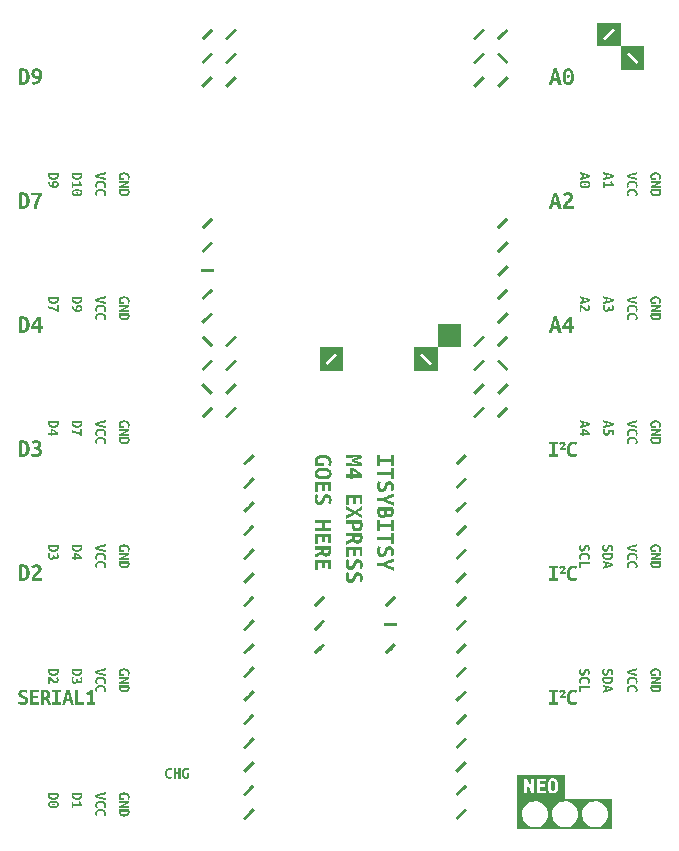
<source format=gbr>
%MOIN*%
%FSLAX54Y54*%
%ADD10C,0.0139*%
G75*
D10*
G36*
X14565Y10901D02*
X14565Y10901D01*
X14688Y11025D01*
X14763Y10950D01*
X14640Y10826D01*
X14640Y10826D01*
X14568Y10754D01*
X14568Y10754D01*
X14444Y10630D01*
X14369Y10705D01*
X14493Y10829D01*
X14493Y10829D01*
X14565Y10901D01*
X14565Y10901D01*
G37*
G36*
X14565Y12475D02*
X14565Y12475D01*
X14688Y12598D01*
X14763Y12523D01*
X14640Y12400D01*
X14640Y12400D01*
X14568Y12327D01*
X14568Y12327D01*
X14444Y12204D01*
X14369Y12279D01*
X14493Y12402D01*
X14493Y12402D01*
X14565Y12475D01*
X14565Y12475D01*
G37*
G36*
X12202Y12475D02*
X12202Y12475D01*
X12326Y12598D01*
X12401Y12523D01*
X12277Y12400D01*
X12277Y12400D01*
X12205Y12327D01*
X12205Y12327D01*
X12081Y12204D01*
X12006Y12279D01*
X12131Y12404D01*
X12131Y12404D01*
X12202Y12475D01*
X12202Y12475D01*
G37*
G36*
X12202Y13262D02*
X12202Y13262D01*
X12326Y13386D01*
X12401Y13311D01*
X12277Y13187D01*
X12277Y13187D01*
X12205Y13115D01*
X12205Y13115D01*
X12081Y12991D01*
X12006Y13066D01*
X12130Y13190D01*
X12130Y13190D01*
X12202Y13262D01*
X12202Y13262D01*
G37*
G36*
X12202Y14050D02*
X12202Y14050D01*
X12326Y14173D01*
X12401Y14098D01*
X12277Y13975D01*
X12277Y13975D01*
X12205Y13902D01*
X12205Y13902D01*
X12081Y13779D01*
X12006Y13854D01*
X12130Y13977D01*
X12130Y13977D01*
X12202Y14050D01*
X12202Y14050D01*
G37*
G36*
X12202Y14837D02*
X12202Y14837D01*
X12326Y14961D01*
X12401Y14886D01*
X12277Y14762D01*
X12277Y14762D01*
X12205Y14690D01*
X12205Y14690D01*
X12081Y14566D01*
X12006Y14641D01*
X12130Y14765D01*
X12130Y14765D01*
X12202Y14837D01*
X12202Y14837D01*
G37*
G36*
X12202Y15625D02*
X12202Y15625D01*
X12326Y15748D01*
X12401Y15673D01*
X12277Y15550D01*
X12277Y15550D01*
X12205Y15477D01*
X12205Y15477D01*
X12081Y15354D01*
X12006Y15429D01*
X12130Y15552D01*
X12130Y15552D01*
X12202Y15625D01*
X12202Y15625D01*
G37*
G36*
X12202Y16412D02*
X12202Y16412D01*
X12326Y16536D01*
X12401Y16461D01*
X12277Y16337D01*
X12277Y16337D01*
X12205Y16265D01*
X12205Y16265D01*
X12081Y16141D01*
X12006Y16216D01*
X12130Y16340D01*
X12130Y16340D01*
X12202Y16412D01*
X12202Y16412D01*
G37*
G36*
X12202Y17200D02*
X12202Y17200D01*
X12326Y17323D01*
X12401Y17248D01*
X12277Y17125D01*
X12277Y17125D01*
X12205Y17052D01*
X12205Y17052D01*
X12081Y16929D01*
X12006Y17004D01*
X12130Y17127D01*
X12130Y17127D01*
X12202Y17200D01*
X12202Y17200D01*
G37*
G36*
X11612Y18775D02*
X11612Y18775D01*
X11736Y18898D01*
X11811Y18823D01*
X11687Y18700D01*
X11687Y18700D01*
X11615Y18627D01*
X11615Y18627D01*
X11491Y18504D01*
X11416Y18579D01*
X11540Y18702D01*
X11540Y18702D01*
X11612Y18775D01*
X11612Y18775D01*
G37*
G36*
X11612Y19562D02*
X11612Y19562D01*
X11736Y19686D01*
X11811Y19611D01*
X11687Y19487D01*
X11687Y19487D01*
X11615Y19415D01*
X11615Y19415D01*
X11491Y19291D01*
X11416Y19366D01*
X11540Y19490D01*
X11540Y19490D01*
X11612Y19562D01*
X11612Y19562D01*
G37*
G36*
X11611Y20350D02*
X11611Y20350D01*
X11734Y20473D01*
X11809Y20398D01*
X11686Y20275D01*
X11686Y20275D01*
X11613Y20202D01*
X11613Y20202D01*
X11490Y20079D01*
X11415Y20154D01*
X11538Y20277D01*
X11538Y20277D01*
X11611Y20350D01*
X11611Y20350D01*
G37*
G36*
X11611Y21137D02*
X11611Y21137D01*
X11734Y21261D01*
X11809Y21186D01*
X11686Y21062D01*
X11686Y21062D01*
X11613Y20990D01*
X11613Y20990D01*
X11490Y20866D01*
X11415Y20941D01*
X11538Y21065D01*
X11538Y21065D01*
X11611Y21137D01*
X11611Y21137D01*
G37*
G36*
X20595Y20275D02*
X20595Y20275D01*
X20472Y20398D01*
X20547Y20473D01*
X20670Y20350D01*
X20670Y20350D01*
X20743Y20277D01*
X20743Y20277D01*
X20866Y20154D01*
X20791Y20079D01*
X20668Y20202D01*
X20668Y20202D01*
X20595Y20275D01*
X20595Y20275D01*
G37*
G36*
X19880Y20350D02*
X19880Y20350D01*
X20004Y20473D01*
X20079Y20398D01*
X19955Y20275D01*
X19955Y20275D01*
X19883Y20202D01*
X19883Y20202D01*
X19759Y20079D01*
X19684Y20154D01*
X19808Y20277D01*
X19808Y20277D01*
X19880Y20350D01*
X19880Y20350D01*
G37*
G36*
X20668Y21137D02*
X20668Y21137D01*
X20791Y21261D01*
X20866Y21186D01*
X20743Y21061D01*
X20743Y21061D01*
X20670Y20988D01*
X20670Y20988D01*
X20547Y20865D01*
X20472Y20940D01*
X20595Y21063D01*
X20595Y21063D01*
X20668Y21137D01*
X20668Y21137D01*
G37*
G36*
X20668Y21925D02*
X20668Y21925D01*
X20791Y22048D01*
X20866Y21973D01*
X20743Y21848D01*
X20743Y21848D01*
X20670Y21776D01*
X20670Y21776D01*
X20547Y21652D01*
X20472Y21727D01*
X20595Y21851D01*
X20595Y21851D01*
X20668Y21925D01*
X20668Y21925D01*
G37*
G36*
X20668Y22711D02*
X20668Y22711D01*
X20791Y22834D01*
X20866Y22759D01*
X20743Y22636D01*
X20743Y22636D01*
X20670Y22563D01*
X20670Y22563D01*
X20547Y22440D01*
X20472Y22515D01*
X20595Y22638D01*
X20595Y22638D01*
X20668Y22711D01*
X20668Y22711D01*
G37*
G36*
X20668Y23498D02*
X20668Y23498D01*
X20791Y23622D01*
X20866Y23547D01*
X20743Y23423D01*
X20743Y23423D01*
X20670Y23351D01*
X20670Y23351D01*
X20547Y23227D01*
X20472Y23302D01*
X20595Y23426D01*
X20595Y23426D01*
X20668Y23498D01*
X20668Y23498D01*
G37*
G36*
X20668Y24286D02*
X20668Y24286D01*
X20791Y24409D01*
X20866Y24334D01*
X20743Y24211D01*
X20743Y24211D01*
X20670Y24138D01*
X20670Y24138D01*
X20547Y24015D01*
X20472Y24090D01*
X20595Y24213D01*
X20595Y24213D01*
X20668Y24286D01*
X20668Y24286D01*
G37*
G36*
X20668Y25073D02*
X20668Y25073D01*
X20791Y25197D01*
X20866Y25122D01*
X20743Y24998D01*
X20743Y24998D01*
X20670Y24926D01*
X20670Y24926D01*
X20547Y24802D01*
X20472Y24877D01*
X20595Y25001D01*
X20595Y25001D01*
X20668Y25073D01*
X20668Y25073D01*
G37*
G36*
X11618Y29651D02*
X11618Y29651D01*
X11494Y29527D01*
X11419Y29602D01*
X11543Y29726D01*
X11543Y29726D01*
X11615Y29798D01*
X11615Y29798D01*
X11738Y29922D01*
X11813Y29847D01*
X11690Y29723D01*
X11690Y29723D01*
X11618Y29651D01*
X11618Y29651D01*
G37*
G36*
X11615Y30586D02*
X11615Y30586D01*
X11738Y30709D01*
X11813Y30634D01*
X11690Y30511D01*
X11690Y30511D01*
X11618Y30438D01*
X11618Y30438D01*
X11494Y30315D01*
X11419Y30390D01*
X11543Y30513D01*
X11543Y30513D01*
X11615Y30586D01*
X11615Y30586D01*
G37*
G36*
X11618Y31226D02*
X11618Y31226D01*
X11494Y31102D01*
X11419Y31177D01*
X11543Y31301D01*
X11543Y31301D01*
X11615Y31373D01*
X11615Y31373D01*
X11738Y31497D01*
X11813Y31422D01*
X11690Y31298D01*
X11690Y31298D01*
X11618Y31226D01*
X11618Y31226D01*
G37*
G36*
X20668Y29798D02*
X20668Y29798D01*
X20791Y29922D01*
X20866Y29847D01*
X20743Y29723D01*
X20743Y29723D01*
X20670Y29651D01*
X20670Y29651D01*
X20547Y29527D01*
X20472Y29602D01*
X20595Y29726D01*
X20595Y29726D01*
X20668Y29798D01*
X20668Y29798D01*
G37*
G36*
X19880Y29798D02*
X19880Y29798D01*
X20004Y29922D01*
X20079Y29847D01*
X19955Y29723D01*
X19955Y29723D01*
X19883Y29651D01*
X19883Y29651D01*
X19759Y29527D01*
X19684Y29602D01*
X19808Y29726D01*
X19808Y29726D01*
X19880Y29798D01*
X19880Y29798D01*
G37*
G36*
X19880Y30586D02*
X19880Y30586D01*
X20004Y30709D01*
X20079Y30634D01*
X19955Y30511D01*
X19955Y30511D01*
X19883Y30438D01*
X19883Y30438D01*
X19759Y30315D01*
X19684Y30390D01*
X19808Y30513D01*
X19808Y30513D01*
X19880Y30586D01*
X19880Y30586D01*
G37*
G36*
X19880Y31373D02*
X19880Y31373D01*
X20004Y31497D01*
X20079Y31422D01*
X19955Y31298D01*
X19955Y31298D01*
X19883Y31226D01*
X19883Y31226D01*
X19759Y31102D01*
X19684Y31177D01*
X19808Y31301D01*
X19808Y31301D01*
X19880Y31373D01*
X19880Y31373D01*
G37*
G36*
X20743Y30512D02*
X20743Y30512D01*
X20866Y30388D01*
X20791Y30313D01*
X20668Y30437D01*
X20668Y30437D01*
X20595Y30509D01*
X20595Y30509D01*
X20472Y30633D01*
X20547Y30708D01*
X20670Y30584D01*
X20670Y30584D01*
X20743Y30512D01*
X20743Y30512D01*
G37*
G36*
X20668Y31369D02*
X20668Y31369D01*
X20791Y31493D01*
X20866Y31418D01*
X20743Y31294D01*
X20743Y31294D01*
X20670Y31222D01*
X20670Y31222D01*
X20547Y31098D01*
X20472Y31173D01*
X20595Y31297D01*
X20595Y31297D01*
X20668Y31369D01*
X20668Y31369D01*
G37*
G36*
X19880Y21137D02*
X19880Y21137D01*
X20004Y21261D01*
X20079Y21186D01*
X19955Y21062D01*
X19955Y21062D01*
X19883Y20990D01*
X19883Y20990D01*
X19759Y20866D01*
X19684Y20941D01*
X19808Y21065D01*
X19808Y21065D01*
X19880Y21137D01*
X19880Y21137D01*
G37*
G36*
X20668Y18775D02*
X20668Y18775D01*
X20791Y18898D01*
X20866Y18823D01*
X20743Y18700D01*
X20743Y18700D01*
X20670Y18627D01*
X20670Y18627D01*
X20547Y18504D01*
X20472Y18579D01*
X20595Y18702D01*
X20595Y18702D01*
X20668Y18775D01*
X20668Y18775D01*
G37*
G36*
X19880Y18775D02*
X19880Y18775D01*
X20004Y18898D01*
X20079Y18823D01*
X19955Y18700D01*
X19955Y18700D01*
X19883Y18627D01*
X19883Y18627D01*
X19759Y18504D01*
X19684Y18579D01*
X19808Y18702D01*
X19808Y18702D01*
X19880Y18775D01*
X19880Y18775D01*
G37*
G36*
X20668Y19562D02*
X20668Y19562D01*
X20791Y19686D01*
X20866Y19611D01*
X20743Y19487D01*
X20743Y19487D01*
X20670Y19415D01*
X20670Y19415D01*
X20547Y19291D01*
X20472Y19366D01*
X20595Y19490D01*
X20595Y19490D01*
X20668Y19562D01*
X20668Y19562D01*
G37*
G36*
X19880Y19562D02*
X19880Y19562D01*
X20004Y19686D01*
X20079Y19611D01*
X19955Y19487D01*
X19955Y19487D01*
X19883Y19415D01*
X19883Y19415D01*
X19759Y19291D01*
X19684Y19366D01*
X19808Y19490D01*
X19808Y19490D01*
X19880Y19562D01*
X19880Y19562D01*
G37*
G36*
X12202Y11687D02*
X12202Y11687D01*
X12326Y11811D01*
X12401Y11736D01*
X12279Y11612D01*
X12279Y11612D01*
X12206Y11540D01*
X12206Y11540D01*
X12083Y11416D01*
X12008Y11491D01*
X12131Y11615D01*
X12131Y11615D01*
X12202Y11687D01*
X12202Y11687D01*
G37*
G36*
X12202Y10901D02*
X12202Y10901D01*
X12326Y11025D01*
X12401Y10950D01*
X12277Y10826D01*
X12277Y10826D01*
X12205Y10754D01*
X12205Y10754D01*
X12081Y10630D01*
X12006Y10705D01*
X12130Y10829D01*
X12130Y10829D01*
X12202Y10901D01*
X12202Y10901D01*
G37*
G36*
X12202Y10113D02*
X12202Y10113D01*
X12326Y10237D01*
X12401Y10162D01*
X12277Y10038D01*
X12277Y10038D01*
X12205Y9966D01*
X12205Y9966D01*
X12081Y9843D01*
X12006Y9918D01*
X12130Y10041D01*
X12130Y10041D01*
X12202Y10113D01*
X12202Y10113D01*
G37*
G36*
X12202Y9326D02*
X12202Y9326D01*
X12326Y9450D01*
X12401Y9375D01*
X12277Y9251D01*
X12277Y9251D01*
X12205Y9179D01*
X12205Y9179D01*
X12081Y9055D01*
X12006Y9130D01*
X12130Y9254D01*
X12130Y9254D01*
X12202Y9326D01*
X12202Y9326D01*
G37*
G36*
X12202Y8538D02*
X12202Y8538D01*
X12326Y8662D01*
X12401Y8587D01*
X12277Y8463D01*
X12277Y8463D01*
X12205Y8391D01*
X12205Y8391D01*
X12081Y8268D01*
X12006Y8343D01*
X12130Y8466D01*
X12130Y8466D01*
X12202Y8538D01*
X12202Y8538D01*
G37*
G36*
X12202Y7751D02*
X12202Y7751D01*
X12326Y7875D01*
X12401Y7800D01*
X12277Y7676D01*
X12277Y7676D01*
X12205Y7604D01*
X12205Y7604D01*
X12081Y7480D01*
X12006Y7555D01*
X12130Y7679D01*
X12130Y7679D01*
X12202Y7751D01*
X12202Y7751D01*
G37*
G36*
X12202Y6963D02*
X12202Y6963D01*
X12326Y7087D01*
X12401Y7012D01*
X12277Y6888D01*
X12277Y6888D01*
X12205Y6816D01*
X12205Y6816D01*
X12081Y6693D01*
X12006Y6768D01*
X12130Y6891D01*
X12130Y6891D01*
X12202Y6963D01*
X12202Y6963D01*
G37*
G36*
X12202Y6176D02*
X12202Y6176D01*
X12326Y6300D01*
X12401Y6225D01*
X12277Y6101D01*
X12277Y6101D01*
X12205Y6029D01*
X12205Y6029D01*
X12081Y5905D01*
X12006Y5980D01*
X12130Y6104D01*
X12130Y6104D01*
X12202Y6176D01*
X12202Y6176D01*
G37*
G36*
X12202Y5388D02*
X12202Y5388D01*
X12326Y5512D01*
X12401Y5437D01*
X12277Y5313D01*
X12277Y5313D01*
X12205Y5241D01*
X12205Y5241D01*
X12081Y5118D01*
X12006Y5193D01*
X12130Y5316D01*
X12130Y5316D01*
X12202Y5388D01*
X12202Y5388D01*
G37*
G36*
X19290Y12475D02*
X19290Y12475D01*
X19413Y12598D01*
X19488Y12523D01*
X19365Y12400D01*
X19365Y12400D01*
X19293Y12327D01*
X19293Y12327D01*
X19169Y12204D01*
X19094Y12279D01*
X19218Y12402D01*
X19218Y12402D01*
X19290Y12475D01*
X19290Y12475D01*
G37*
G36*
X19290Y13262D02*
X19290Y13262D01*
X19413Y13386D01*
X19488Y13311D01*
X19365Y13187D01*
X19365Y13187D01*
X19293Y13115D01*
X19293Y13115D01*
X19169Y12991D01*
X19094Y13066D01*
X19218Y13190D01*
X19218Y13190D01*
X19290Y13262D01*
X19290Y13262D01*
G37*
G36*
X19290Y14050D02*
X19290Y14050D01*
X19413Y14173D01*
X19488Y14098D01*
X19365Y13975D01*
X19365Y13975D01*
X19293Y13902D01*
X19293Y13902D01*
X19169Y13779D01*
X19094Y13854D01*
X19218Y13977D01*
X19218Y13977D01*
X19290Y14050D01*
X19290Y14050D01*
G37*
G36*
X19290Y14837D02*
X19290Y14837D01*
X19413Y14961D01*
X19488Y14886D01*
X19365Y14762D01*
X19365Y14762D01*
X19293Y14690D01*
X19293Y14690D01*
X19169Y14566D01*
X19094Y14641D01*
X19218Y14765D01*
X19218Y14765D01*
X19290Y14837D01*
X19290Y14837D01*
G37*
G36*
X19290Y15625D02*
X19290Y15625D01*
X19413Y15748D01*
X19488Y15673D01*
X19365Y15550D01*
X19365Y15550D01*
X19293Y15477D01*
X19293Y15477D01*
X19169Y15354D01*
X19094Y15429D01*
X19218Y15552D01*
X19218Y15552D01*
X19290Y15625D01*
X19290Y15625D01*
G37*
G36*
X19290Y16412D02*
X19290Y16412D01*
X19413Y16536D01*
X19488Y16461D01*
X19365Y16337D01*
X19365Y16337D01*
X19293Y16265D01*
X19293Y16265D01*
X19169Y16141D01*
X19094Y16216D01*
X19218Y16340D01*
X19218Y16340D01*
X19290Y16412D01*
X19290Y16412D01*
G37*
G36*
X19290Y17200D02*
X19290Y17200D01*
X19413Y17323D01*
X19488Y17248D01*
X19365Y17125D01*
X19365Y17125D01*
X19293Y17052D01*
X19293Y17052D01*
X19169Y16929D01*
X19094Y17004D01*
X19218Y17127D01*
X19218Y17127D01*
X19290Y17200D01*
X19290Y17200D01*
G37*
G36*
X19290Y11687D02*
X19290Y11687D01*
X19413Y11811D01*
X19488Y11736D01*
X19365Y11612D01*
X19365Y11612D01*
X19293Y11540D01*
X19293Y11540D01*
X19169Y11416D01*
X19094Y11491D01*
X19218Y11615D01*
X19218Y11615D01*
X19290Y11687D01*
X19290Y11687D01*
G37*
G36*
X19290Y10901D02*
X19290Y10901D01*
X19413Y11025D01*
X19488Y10950D01*
X19365Y10826D01*
X19365Y10826D01*
X19293Y10754D01*
X19293Y10754D01*
X19169Y10630D01*
X19094Y10705D01*
X19218Y10829D01*
X19218Y10829D01*
X19290Y10901D01*
X19290Y10901D01*
G37*
G36*
X19290Y10113D02*
X19290Y10113D01*
X19413Y10237D01*
X19488Y10162D01*
X19365Y10038D01*
X19365Y10038D01*
X19293Y9966D01*
X19293Y9966D01*
X19169Y9843D01*
X19094Y9918D01*
X19218Y10041D01*
X19218Y10041D01*
X19290Y10113D01*
X19290Y10113D01*
G37*
G36*
X19290Y9326D02*
X19290Y9326D01*
X19413Y9450D01*
X19488Y9375D01*
X19365Y9251D01*
X19365Y9251D01*
X19293Y9179D01*
X19293Y9179D01*
X19169Y9055D01*
X19094Y9130D01*
X19218Y9254D01*
X19218Y9254D01*
X19290Y9326D01*
X19290Y9326D01*
G37*
G36*
X19290Y8538D02*
X19290Y8538D01*
X19413Y8662D01*
X19488Y8587D01*
X19365Y8463D01*
X19365Y8463D01*
X19293Y8391D01*
X19293Y8391D01*
X19169Y8268D01*
X19094Y8343D01*
X19218Y8466D01*
X19218Y8466D01*
X19290Y8538D01*
X19290Y8538D01*
G37*
G36*
X19290Y7751D02*
X19290Y7751D01*
X19413Y7875D01*
X19488Y7800D01*
X19365Y7676D01*
X19365Y7676D01*
X19293Y7604D01*
X19293Y7604D01*
X19169Y7480D01*
X19094Y7555D01*
X19218Y7679D01*
X19218Y7679D01*
X19290Y7751D01*
X19290Y7751D01*
G37*
G36*
X19290Y6963D02*
X19290Y6963D01*
X19413Y7087D01*
X19488Y7012D01*
X19365Y6888D01*
X19365Y6888D01*
X19293Y6816D01*
X19293Y6816D01*
X19169Y6693D01*
X19094Y6768D01*
X19218Y6891D01*
X19218Y6891D01*
X19290Y6963D01*
X19290Y6963D01*
G37*
G36*
X19290Y6176D02*
X19290Y6176D01*
X19413Y6300D01*
X19488Y6225D01*
X19365Y6101D01*
X19365Y6101D01*
X19293Y6029D01*
X19293Y6029D01*
X19169Y5905D01*
X19094Y5980D01*
X19218Y6104D01*
X19218Y6104D01*
X19290Y6176D01*
X19290Y6176D01*
G37*
G36*
X19290Y5388D02*
X19290Y5388D01*
X19413Y5512D01*
X19488Y5437D01*
X19365Y5313D01*
X19365Y5313D01*
X19293Y5241D01*
X19293Y5241D01*
X19169Y5118D01*
X19094Y5193D01*
X19218Y5316D01*
X19218Y5316D01*
X19290Y5388D01*
X19290Y5388D01*
G37*
G36*
X14565Y11687D02*
X14565Y11687D01*
X14688Y11811D01*
X14763Y11736D01*
X14640Y11612D01*
X14640Y11612D01*
X14568Y11540D01*
X14568Y11540D01*
X14444Y11416D01*
X14369Y11491D01*
X14493Y11615D01*
X14493Y11615D01*
X14565Y11687D01*
X14565Y11687D01*
G37*
G36*
X16927Y10901D02*
X16927Y10901D01*
X17051Y11025D01*
X17126Y10950D01*
X17002Y10826D01*
X17002Y10826D01*
X16930Y10754D01*
X16930Y10754D01*
X16806Y10630D01*
X16731Y10705D01*
X16855Y10829D01*
X16855Y10829D01*
X16927Y10901D01*
X16927Y10901D01*
G37*
G36*
X16980Y11668D02*
X16980Y11668D01*
X17155Y11668D01*
X17155Y11561D01*
X16980Y11561D01*
X16980Y11561D01*
X16879Y11561D01*
X16879Y11561D01*
X16704Y11561D01*
X16704Y11668D01*
X16879Y11668D01*
X16879Y11668D01*
X16980Y11668D01*
X16980Y11668D01*
G37*
G36*
X16927Y12475D02*
X16927Y12475D01*
X17051Y12598D01*
X17126Y12523D01*
X17002Y12400D01*
X17002Y12400D01*
X16930Y12327D01*
X16930Y12327D01*
X16806Y12204D01*
X16731Y12279D01*
X16855Y12402D01*
X16855Y12402D01*
X16927Y12475D01*
X16927Y12475D01*
G37*
G36*
X10825Y18775D02*
X10825Y18775D01*
X10948Y18898D01*
X11023Y18823D01*
X10900Y18700D01*
X10900Y18700D01*
X10827Y18627D01*
X10827Y18627D01*
X10704Y18504D01*
X10629Y18579D01*
X10752Y18702D01*
X10752Y18702D01*
X10825Y18775D01*
X10825Y18775D01*
G37*
G36*
X10900Y19490D02*
X10900Y19490D01*
X11023Y19366D01*
X10948Y19291D01*
X10825Y19415D01*
X10825Y19415D01*
X10752Y19487D01*
X10752Y19487D01*
X10629Y19611D01*
X10704Y19686D01*
X10827Y19562D01*
X10827Y19562D01*
X10900Y19490D01*
X10900Y19490D01*
G37*
G36*
X10823Y20350D02*
X10823Y20350D01*
X10947Y20473D01*
X11022Y20398D01*
X10898Y20275D01*
X10898Y20275D01*
X10826Y20202D01*
X10826Y20202D01*
X10702Y20079D01*
X10627Y20154D01*
X10751Y20277D01*
X10751Y20277D01*
X10823Y20350D01*
X10823Y20350D01*
G37*
G36*
X10898Y21065D02*
X10898Y21065D01*
X11022Y20941D01*
X10947Y20866D01*
X10823Y20990D01*
X10823Y20990D01*
X10751Y21062D01*
X10751Y21062D01*
X10627Y21186D01*
X10702Y21261D01*
X10826Y21137D01*
X10826Y21137D01*
X10898Y21065D01*
X10898Y21065D01*
G37*
G36*
X10823Y21925D02*
X10823Y21925D01*
X10947Y22048D01*
X11022Y21973D01*
X10898Y21850D01*
X10898Y21850D01*
X10826Y21777D01*
X10826Y21777D01*
X10702Y21654D01*
X10627Y21729D01*
X10751Y21852D01*
X10751Y21852D01*
X10823Y21925D01*
X10823Y21925D01*
G37*
G36*
X10823Y22711D02*
X10823Y22711D01*
X10947Y22834D01*
X11022Y22759D01*
X10898Y22636D01*
X10898Y22636D01*
X10826Y22563D01*
X10826Y22563D01*
X10702Y22440D01*
X10627Y22515D01*
X10751Y22638D01*
X10751Y22638D01*
X10823Y22711D01*
X10823Y22711D01*
G37*
G36*
X10876Y23479D02*
X10876Y23479D01*
X11051Y23479D01*
X11051Y23372D01*
X10876Y23372D01*
X10876Y23372D01*
X10775Y23372D01*
X10775Y23372D01*
X10600Y23372D01*
X10600Y23479D01*
X10775Y23479D01*
X10775Y23479D01*
X10876Y23479D01*
X10876Y23479D01*
G37*
G36*
X10823Y24286D02*
X10823Y24286D01*
X10947Y24409D01*
X11022Y24334D01*
X10898Y24211D01*
X10898Y24211D01*
X10826Y24138D01*
X10826Y24138D01*
X10702Y24015D01*
X10627Y24090D01*
X10751Y24213D01*
X10751Y24213D01*
X10823Y24286D01*
X10823Y24286D01*
G37*
G36*
X10823Y25073D02*
X10823Y25073D01*
X10947Y25197D01*
X11022Y25122D01*
X10898Y24998D01*
X10898Y24998D01*
X10826Y24926D01*
X10826Y24926D01*
X10702Y24802D01*
X10627Y24877D01*
X10751Y25001D01*
X10751Y25001D01*
X10823Y25073D01*
X10823Y25073D01*
G37*
G36*
X10823Y29798D02*
X10823Y29798D01*
X10947Y29922D01*
X11022Y29847D01*
X10898Y29723D01*
X10898Y29723D01*
X10826Y29651D01*
X10826Y29651D01*
X10702Y29527D01*
X10627Y29602D01*
X10751Y29726D01*
X10751Y29726D01*
X10823Y29798D01*
X10823Y29798D01*
G37*
G36*
X10823Y30586D02*
X10823Y30586D01*
X10947Y30709D01*
X11022Y30634D01*
X10898Y30511D01*
X10898Y30511D01*
X10826Y30438D01*
X10826Y30438D01*
X10702Y30315D01*
X10627Y30390D01*
X10751Y30513D01*
X10751Y30513D01*
X10823Y30586D01*
X10823Y30586D01*
G37*
G36*
X10827Y31226D02*
X10827Y31226D01*
X10704Y31102D01*
X10629Y31177D01*
X10752Y31301D01*
X10752Y31301D01*
X10825Y31373D01*
X10825Y31373D01*
X10948Y31497D01*
X11023Y31422D01*
X10900Y31298D01*
X10900Y31298D01*
X10827Y31226D01*
X10827Y31226D01*
G37*
G36*
X4672Y9027D02*
X4680Y9027D01*
X4687Y9028D01*
X4694Y9028D01*
X4701Y9029D01*
X4706Y9031D01*
X4712Y9033D01*
X4718Y9035D01*
X4722Y9037D01*
X4727Y9039D01*
X4731Y9042D01*
X4734Y9044D01*
X4737Y9047D01*
X4740Y9050D01*
X4743Y9053D01*
X4745Y9056D01*
X4747Y9060D01*
X4749Y9063D01*
X4750Y9068D01*
X4751Y9071D01*
X4752Y9075D01*
X4753Y9079D01*
X4753Y9083D01*
X4754Y9087D01*
X4754Y9091D01*
X4754Y9096D01*
X4753Y9101D01*
X4752Y9105D01*
X4750Y9110D01*
X4748Y9114D01*
X4745Y9118D01*
X4743Y9122D01*
X4739Y9126D01*
X4736Y9129D01*
X4732Y9132D01*
X4728Y9136D01*
X4723Y9138D01*
X4719Y9141D01*
X4714Y9144D01*
X4709Y9147D01*
X4704Y9150D01*
X4698Y9152D01*
X4693Y9155D01*
X4687Y9158D01*
X4681Y9160D01*
X4676Y9163D01*
X4670Y9165D01*
X4665Y9167D01*
X4659Y9169D01*
X4652Y9172D01*
X4644Y9175D01*
X4636Y9177D01*
X4629Y9180D01*
X4621Y9184D01*
X4613Y9187D01*
X4606Y9190D01*
X4598Y9194D01*
X4591Y9199D01*
X4584Y9203D01*
X4577Y9208D01*
X4570Y9213D01*
X4564Y9219D01*
X4559Y9225D01*
X4554Y9231D01*
X4548Y9237D01*
X4544Y9243D01*
X4540Y9251D01*
X4536Y9259D01*
X4532Y9267D01*
X4530Y9277D01*
X4528Y9287D01*
X4527Y9297D01*
X4527Y9309D01*
X4527Y9332D01*
X4531Y9353D01*
X4539Y9371D01*
X4546Y9388D01*
X4557Y9404D01*
X4572Y9416D01*
X4586Y9429D01*
X4604Y9438D01*
X4625Y9445D01*
X4645Y9452D01*
X4668Y9455D01*
X4694Y9455D01*
X4709Y9455D01*
X4723Y9454D01*
X4736Y9453D01*
X4749Y9451D01*
X4761Y9449D01*
X4772Y9445D01*
X4783Y9442D01*
X4793Y9438D01*
X4803Y9435D01*
X4812Y9431D01*
X4821Y9427D01*
X4829Y9422D01*
X4801Y9347D01*
X4795Y9350D01*
X4788Y9354D01*
X4780Y9357D01*
X4773Y9360D01*
X4765Y9363D01*
X4758Y9366D01*
X4750Y9369D01*
X4742Y9371D01*
X4732Y9372D01*
X4723Y9374D01*
X4713Y9375D01*
X4702Y9375D01*
X4677Y9375D01*
X4657Y9370D01*
X4644Y9361D01*
X4631Y9352D01*
X4625Y9338D01*
X4625Y9319D01*
X4625Y9314D01*
X4625Y9310D01*
X4627Y9305D01*
X4628Y9301D01*
X4630Y9297D01*
X4633Y9294D01*
X4636Y9290D01*
X4639Y9287D01*
X4642Y9284D01*
X4645Y9280D01*
X4649Y9277D01*
X4652Y9275D01*
X4656Y9272D01*
X4661Y9269D01*
X4665Y9266D01*
X4670Y9264D01*
X4675Y9261D01*
X4680Y9259D01*
X4686Y9257D01*
X4691Y9255D01*
X4696Y9253D01*
X4701Y9251D01*
X4706Y9250D01*
X4711Y9248D01*
X4718Y9245D01*
X4726Y9242D01*
X4734Y9239D01*
X4742Y9236D01*
X4750Y9232D01*
X4758Y9229D01*
X4766Y9225D01*
X4774Y9221D01*
X4782Y9216D01*
X4789Y9212D01*
X4797Y9206D01*
X4804Y9201D01*
X4811Y9195D01*
X4817Y9189D01*
X4823Y9181D01*
X4828Y9174D01*
X4834Y9165D01*
X4838Y9156D01*
X4843Y9147D01*
X4846Y9137D01*
X4848Y9126D01*
X4851Y9115D01*
X4852Y9103D01*
X4852Y9090D01*
X4852Y9067D01*
X4848Y9047D01*
X4841Y9029D01*
X4834Y9012D01*
X4822Y8997D01*
X4808Y8984D01*
X4793Y8972D01*
X4775Y8962D01*
X4752Y8956D01*
X4729Y8950D01*
X4703Y8947D01*
X4673Y8947D01*
X4653Y8947D01*
X4635Y8948D01*
X4619Y8950D01*
X4603Y8952D01*
X4588Y8955D01*
X4576Y8959D01*
X4564Y8963D01*
X4554Y8968D01*
X4545Y8972D01*
X4536Y8976D01*
X4528Y8979D01*
X4522Y8983D01*
X4550Y9062D01*
X4556Y9058D01*
X4564Y9054D01*
X4573Y9050D01*
X4581Y9046D01*
X4590Y9042D01*
X4601Y9038D01*
X4610Y9034D01*
X4620Y9031D01*
X4632Y9030D01*
X4644Y9028D01*
X4657Y9027D01*
X4672Y9027D01*
X4672Y9027D01*
G37*
G36*
X4912Y8955D02*
X4912Y9443D01*
X5208Y9443D01*
X5208Y9362D01*
X5009Y9362D01*
X5009Y9252D01*
X5181Y9252D01*
X5181Y9172D01*
X5009Y9172D01*
X5009Y9034D01*
X5225Y9034D01*
X5225Y8954D01*
X4912Y8954D01*
X4912Y8955D01*
G37*
G36*
X5405Y9448D02*
X5419Y9448D01*
X5432Y9447D01*
X5445Y9446D01*
X5457Y9444D01*
X5469Y9442D01*
X5480Y9438D01*
X5491Y9435D01*
X5502Y9431D01*
X5511Y9426D01*
X5521Y9421D01*
X5530Y9415D01*
X5538Y9409D01*
X5547Y9403D01*
X5554Y9396D01*
X5560Y9387D01*
X5567Y9379D01*
X5572Y9370D01*
X5576Y9359D01*
X5580Y9349D01*
X5583Y9338D01*
X5585Y9326D01*
X5587Y9314D01*
X5588Y9302D01*
X5588Y9288D01*
X5588Y9275D01*
X5587Y9261D01*
X5584Y9248D01*
X5581Y9235D01*
X5577Y9222D01*
X5572Y9211D01*
X5566Y9199D01*
X5559Y9189D01*
X5549Y9180D01*
X5539Y9171D01*
X5528Y9164D01*
X5515Y9158D01*
X5519Y9151D01*
X5523Y9144D01*
X5528Y9136D01*
X5533Y9128D01*
X5538Y9120D01*
X5543Y9112D01*
X5547Y9104D01*
X5552Y9095D01*
X5557Y9087D01*
X5562Y9078D01*
X5567Y9070D01*
X5572Y9061D01*
X5577Y9052D01*
X5581Y9043D01*
X5586Y9034D01*
X5590Y9025D01*
X5595Y9015D01*
X5600Y9006D01*
X5604Y8997D01*
X5608Y8989D01*
X5612Y8980D01*
X5615Y8972D01*
X5619Y8963D01*
X5622Y8955D01*
X5520Y8955D01*
X5514Y8971D01*
X5507Y8987D01*
X5501Y9002D01*
X5494Y9017D01*
X5486Y9032D01*
X5479Y9047D01*
X5470Y9061D01*
X5462Y9076D01*
X5454Y9091D01*
X5445Y9105D01*
X5436Y9120D01*
X5427Y9136D01*
X5377Y9136D01*
X5377Y8956D01*
X5280Y8956D01*
X5280Y9437D01*
X5285Y9438D01*
X5290Y9439D01*
X5295Y9440D01*
X5300Y9441D01*
X5305Y9442D01*
X5311Y9443D01*
X5316Y9443D01*
X5322Y9444D01*
X5327Y9445D01*
X5333Y9445D01*
X5339Y9446D01*
X5345Y9447D01*
X5351Y9447D01*
X5356Y9448D01*
X5362Y9448D01*
X5368Y9448D01*
X5373Y9448D01*
X5379Y9448D01*
X5384Y9448D01*
X5388Y9448D01*
X5392Y9448D01*
X5397Y9448D01*
X5401Y9448D01*
X5405Y9448D01*
X5405Y9448D01*
G37*
%LPC*%
G36*
X5491Y9290D02*
X5491Y9302D01*
X5489Y9313D01*
X5485Y9323D01*
X5481Y9332D01*
X5475Y9340D01*
X5468Y9347D01*
X5460Y9353D01*
X5451Y9357D01*
X5440Y9360D01*
X5430Y9363D01*
X5418Y9365D01*
X5405Y9365D01*
X5403Y9365D01*
X5401Y9365D01*
X5399Y9365D01*
X5396Y9365D01*
X5394Y9365D01*
X5391Y9365D01*
X5388Y9365D01*
X5386Y9364D01*
X5383Y9364D01*
X5380Y9364D01*
X5378Y9363D01*
X5376Y9363D01*
X5376Y9218D01*
X5397Y9218D01*
X5413Y9218D01*
X5428Y9219D01*
X5440Y9223D01*
X5452Y9226D01*
X5461Y9231D01*
X5469Y9237D01*
X5477Y9243D01*
X5482Y9251D01*
X5486Y9259D01*
X5489Y9268D01*
X5491Y9278D01*
X5491Y9290D01*
X5491Y9290D01*
G37*
%LPD*%
G36*
X5654Y8955D02*
X5654Y9036D01*
X5761Y9036D01*
X5761Y9362D01*
X5654Y9362D01*
X5654Y9443D01*
X5963Y9443D01*
X5963Y9362D01*
X5858Y9362D01*
X5858Y9036D01*
X5963Y9036D01*
X5963Y8955D01*
X5654Y8955D01*
X5654Y8955D01*
G37*
G36*
X6268Y8955D02*
X6245Y9068D01*
X6115Y9068D01*
X6093Y8955D01*
X5991Y8955D01*
X6003Y9003D01*
X6014Y9049D01*
X6026Y9093D01*
X6037Y9136D01*
X6049Y9178D01*
X6061Y9218D01*
X6072Y9257D01*
X6084Y9296D01*
X6095Y9333D01*
X6106Y9371D01*
X6118Y9407D01*
X6129Y9443D01*
X6234Y9443D01*
X6246Y9407D01*
X6257Y9370D01*
X6269Y9332D01*
X6280Y9294D01*
X6292Y9255D01*
X6304Y9215D01*
X6315Y9175D01*
X6326Y9133D01*
X6337Y9090D01*
X6348Y9046D01*
X6359Y9002D01*
X6370Y8955D01*
X6268Y8955D01*
X6268Y8955D01*
G37*
%LPC*%
G36*
X6180Y9348D02*
X6177Y9339D01*
X6175Y9330D01*
X6173Y9321D01*
X6170Y9312D01*
X6168Y9304D01*
X6166Y9295D01*
X6164Y9287D01*
X6162Y9279D01*
X6160Y9271D01*
X6158Y9262D01*
X6156Y9254D01*
X6154Y9247D01*
X6152Y9238D01*
X6150Y9230D01*
X6148Y9222D01*
X6146Y9214D01*
X6145Y9206D01*
X6143Y9198D01*
X6140Y9190D01*
X6139Y9181D01*
X6137Y9173D01*
X6136Y9165D01*
X6134Y9156D01*
X6133Y9148D01*
X6229Y9148D01*
X6227Y9156D01*
X6226Y9165D01*
X6224Y9174D01*
X6222Y9182D01*
X6220Y9190D01*
X6219Y9198D01*
X6218Y9206D01*
X6216Y9214D01*
X6214Y9222D01*
X6212Y9230D01*
X6210Y9238D01*
X6208Y9247D01*
X6206Y9255D01*
X6204Y9263D01*
X6202Y9271D01*
X6200Y9279D01*
X6197Y9287D01*
X6195Y9295D01*
X6193Y9304D01*
X6191Y9312D01*
X6188Y9321D01*
X6186Y9330D01*
X6183Y9339D01*
X6180Y9348D01*
X6180Y9348D01*
G37*
%LPD*%
G36*
X6720Y8955D02*
X6413Y8955D01*
X6413Y9443D01*
X6511Y9443D01*
X6511Y9036D01*
X6719Y9036D01*
X6719Y8955D01*
X6720Y8955D01*
G37*
G36*
X6901Y9036D02*
X6901Y9308D01*
X6893Y9302D01*
X6885Y9297D01*
X6877Y9293D01*
X6869Y9288D01*
X6860Y9284D01*
X6851Y9280D01*
X6842Y9276D01*
X6833Y9272D01*
X6825Y9269D01*
X6817Y9266D01*
X6809Y9263D01*
X6802Y9261D01*
X6770Y9341D01*
X6777Y9343D01*
X6783Y9346D01*
X6790Y9349D01*
X6797Y9352D01*
X6804Y9356D01*
X6811Y9359D01*
X6818Y9363D01*
X6826Y9367D01*
X6833Y9371D01*
X6840Y9375D01*
X6847Y9379D01*
X6855Y9384D01*
X6863Y9388D01*
X6870Y9393D01*
X6877Y9398D01*
X6884Y9402D01*
X6890Y9407D01*
X6897Y9412D01*
X6903Y9417D01*
X6909Y9422D01*
X6915Y9427D01*
X6921Y9432D01*
X6926Y9438D01*
X6930Y9443D01*
X6997Y9443D01*
X6997Y9036D01*
X7094Y9036D01*
X7094Y8955D01*
X6798Y8955D01*
X6798Y9036D01*
X6901Y9036D01*
X6901Y9036D01*
G37*
G36*
X5693Y9918D02*
X5677Y9918D01*
X5662Y9919D01*
X5648Y9921D01*
X5635Y9923D01*
X5622Y9926D01*
X5611Y9930D01*
X5600Y9934D01*
X5589Y9939D01*
X5580Y9945D01*
X5571Y9950D01*
X5563Y9956D01*
X5556Y9963D01*
X5550Y9970D01*
X5543Y9978D01*
X5538Y9986D01*
X5533Y9995D01*
X5529Y10004D01*
X5526Y10013D01*
X5522Y10023D01*
X5520Y10033D01*
X5518Y10044D01*
X5517Y10054D01*
X5516Y10065D01*
X5516Y10077D01*
X5516Y10084D01*
X5516Y10089D01*
X5516Y10095D01*
X5517Y10101D01*
X5517Y10107D01*
X5518Y10113D01*
X5518Y10120D01*
X5519Y10126D01*
X5520Y10132D01*
X5521Y10138D01*
X5522Y10144D01*
X5525Y10151D01*
X5861Y10151D01*
X5862Y10143D01*
X5863Y10136D01*
X5865Y10128D01*
X5866Y10121D01*
X5867Y10113D01*
X5868Y10106D01*
X5868Y10100D01*
X5869Y10093D01*
X5869Y10086D01*
X5869Y10080D01*
X5869Y10074D01*
X5869Y10068D01*
X5869Y10056D01*
X5868Y10046D01*
X5867Y10035D01*
X5865Y10025D01*
X5863Y10015D01*
X5859Y10005D01*
X5856Y9996D01*
X5852Y9987D01*
X5846Y9979D01*
X5841Y9971D01*
X5835Y9964D01*
X5827Y9958D01*
X5820Y9952D01*
X5812Y9946D01*
X5803Y9940D01*
X5794Y9935D01*
X5784Y9931D01*
X5773Y9927D01*
X5762Y9924D01*
X5750Y9921D01*
X5736Y9920D01*
X5723Y9918D01*
X5709Y9918D01*
X5693Y9918D01*
X5693Y9918D01*
G37*
%LPC*%
G36*
X5576Y10081D02*
X5576Y10081D01*
X5576Y10080D01*
X5576Y10079D01*
X5576Y10078D01*
X5576Y10077D01*
X5576Y10076D01*
X5576Y10075D01*
X5576Y10073D01*
X5576Y10073D01*
X5576Y10072D01*
X5576Y10071D01*
X5576Y10070D01*
X5576Y10063D01*
X5577Y10055D01*
X5578Y10049D01*
X5579Y10042D01*
X5581Y10036D01*
X5584Y10031D01*
X5587Y10027D01*
X5590Y10022D01*
X5595Y10017D01*
X5599Y10013D01*
X5604Y10009D01*
X5609Y10006D01*
X5614Y10003D01*
X5620Y10000D01*
X5626Y9998D01*
X5632Y9996D01*
X5639Y9994D01*
X5647Y9993D01*
X5654Y9991D01*
X5661Y9990D01*
X5669Y9989D01*
X5677Y9989D01*
X5686Y9988D01*
X5694Y9988D01*
X5702Y9988D01*
X5709Y9989D01*
X5716Y9989D01*
X5723Y9990D01*
X5730Y9990D01*
X5737Y9991D01*
X5744Y9993D01*
X5751Y9994D01*
X5757Y9996D01*
X5763Y9997D01*
X5769Y10000D01*
X5775Y10002D01*
X5780Y10005D01*
X5785Y10008D01*
X5789Y10012D01*
X5794Y10015D01*
X5797Y10020D01*
X5801Y10025D01*
X5804Y10029D01*
X5807Y10035D01*
X5808Y10041D01*
X5810Y10047D01*
X5811Y10054D01*
X5811Y10062D01*
X5811Y10063D01*
X5811Y10065D01*
X5811Y10067D01*
X5811Y10069D01*
X5811Y10070D01*
X5811Y10072D01*
X5811Y10074D01*
X5811Y10076D01*
X5810Y10077D01*
X5810Y10079D01*
X5810Y10080D01*
X5809Y10081D01*
X5576Y10081D01*
X5576Y10081D01*
G37*
%LPD*%
G36*
X5775Y9661D02*
X5768Y9661D01*
X5762Y9661D01*
X5757Y9663D01*
X5751Y9664D01*
X5745Y9665D01*
X5740Y9668D01*
X5734Y9670D01*
X5729Y9672D01*
X5723Y9676D01*
X5718Y9679D01*
X5713Y9682D01*
X5708Y9686D01*
X5703Y9689D01*
X5698Y9693D01*
X5693Y9697D01*
X5687Y9701D01*
X5682Y9706D01*
X5677Y9711D01*
X5672Y9715D01*
X5668Y9720D01*
X5663Y9725D01*
X5658Y9729D01*
X5654Y9734D01*
X5650Y9738D01*
X5647Y9740D01*
X5645Y9743D01*
X5642Y9746D01*
X5640Y9748D01*
X5637Y9752D01*
X5634Y9755D01*
X5631Y9759D01*
X5628Y9762D01*
X5625Y9765D01*
X5622Y9768D01*
X5618Y9770D01*
X5615Y9773D01*
X5611Y9776D01*
X5608Y9778D01*
X5605Y9781D01*
X5602Y9783D01*
X5599Y9785D01*
X5595Y9787D01*
X5592Y9789D01*
X5589Y9790D01*
X5586Y9791D01*
X5583Y9792D01*
X5580Y9793D01*
X5577Y9793D01*
X5577Y9645D01*
X5520Y9645D01*
X5520Y9870D01*
X5522Y9871D01*
X5525Y9871D01*
X5527Y9872D01*
X5529Y9872D01*
X5531Y9872D01*
X5534Y9872D01*
X5537Y9872D01*
X5539Y9872D01*
X5541Y9872D01*
X5543Y9872D01*
X5545Y9872D01*
X5545Y9872D01*
X5554Y9872D01*
X5563Y9871D01*
X5572Y9869D01*
X5581Y9868D01*
X5589Y9865D01*
X5597Y9862D01*
X5604Y9859D01*
X5612Y9855D01*
X5619Y9850D01*
X5627Y9846D01*
X5634Y9841D01*
X5640Y9836D01*
X5646Y9830D01*
X5652Y9825D01*
X5658Y9819D01*
X5664Y9813D01*
X5670Y9808D01*
X5676Y9802D01*
X5681Y9796D01*
X5687Y9790D01*
X5692Y9785D01*
X5698Y9779D01*
X5703Y9774D01*
X5708Y9769D01*
X5713Y9763D01*
X5718Y9759D01*
X5723Y9754D01*
X5728Y9750D01*
X5734Y9746D01*
X5738Y9743D01*
X5743Y9739D01*
X5748Y9737D01*
X5753Y9735D01*
X5758Y9734D01*
X5763Y9733D01*
X5768Y9733D01*
X5775Y9733D01*
X5781Y9734D01*
X5786Y9736D01*
X5792Y9738D01*
X5796Y9741D01*
X5800Y9745D01*
X5803Y9750D01*
X5806Y9754D01*
X5808Y9760D01*
X5810Y9765D01*
X5811Y9771D01*
X5811Y9777D01*
X5811Y9783D01*
X5810Y9788D01*
X5809Y9794D01*
X5807Y9800D01*
X5805Y9805D01*
X5802Y9811D01*
X5800Y9816D01*
X5796Y9822D01*
X5792Y9828D01*
X5787Y9834D01*
X5782Y9840D01*
X5776Y9845D01*
X5823Y9879D01*
X5831Y9871D01*
X5837Y9863D01*
X5843Y9855D01*
X5849Y9846D01*
X5854Y9837D01*
X5858Y9827D01*
X5861Y9818D01*
X5864Y9808D01*
X5866Y9798D01*
X5868Y9788D01*
X5869Y9779D01*
X5869Y9769D01*
X5869Y9762D01*
X5868Y9755D01*
X5867Y9748D01*
X5866Y9742D01*
X5865Y9735D01*
X5863Y9729D01*
X5861Y9722D01*
X5859Y9716D01*
X5856Y9710D01*
X5853Y9704D01*
X5850Y9699D01*
X5845Y9694D01*
X5841Y9689D01*
X5837Y9685D01*
X5832Y9681D01*
X5827Y9677D01*
X5821Y9673D01*
X5815Y9670D01*
X5810Y9667D01*
X5804Y9664D01*
X5797Y9663D01*
X5790Y9661D01*
X5783Y9661D01*
X5775Y9661D01*
X5775Y9661D01*
G37*
G36*
X6480Y9918D02*
X6464Y9918D01*
X6450Y9919D01*
X6436Y9921D01*
X6422Y9923D01*
X6410Y9926D01*
X6398Y9930D01*
X6387Y9934D01*
X6377Y9939D01*
X6368Y9945D01*
X6359Y9950D01*
X6351Y9956D01*
X6344Y9963D01*
X6337Y9970D01*
X6331Y9978D01*
X6326Y9986D01*
X6320Y9995D01*
X6316Y10004D01*
X6313Y10013D01*
X6310Y10023D01*
X6307Y10033D01*
X6306Y10044D01*
X6304Y10054D01*
X6304Y10065D01*
X6304Y10077D01*
X6304Y10084D01*
X6304Y10089D01*
X6304Y10095D01*
X6304Y10101D01*
X6304Y10107D01*
X6305Y10113D01*
X6306Y10120D01*
X6306Y10126D01*
X6307Y10132D01*
X6309Y10138D01*
X6310Y10144D01*
X6312Y10151D01*
X6648Y10151D01*
X6650Y10143D01*
X6651Y10136D01*
X6652Y10128D01*
X6653Y10121D01*
X6654Y10113D01*
X6655Y10106D01*
X6656Y10100D01*
X6656Y10093D01*
X6656Y10086D01*
X6656Y10080D01*
X6656Y10074D01*
X6656Y10068D01*
X6656Y10056D01*
X6656Y10046D01*
X6654Y10035D01*
X6653Y10025D01*
X6650Y10015D01*
X6647Y10005D01*
X6643Y9996D01*
X6639Y9987D01*
X6634Y9979D01*
X6629Y9971D01*
X6622Y9964D01*
X6615Y9958D01*
X6608Y9952D01*
X6600Y9946D01*
X6591Y9940D01*
X6582Y9935D01*
X6572Y9931D01*
X6561Y9927D01*
X6550Y9924D01*
X6537Y9921D01*
X6524Y9920D01*
X6511Y9918D01*
X6496Y9918D01*
X6480Y9918D01*
X6480Y9918D01*
G37*
%LPC*%
G36*
X6363Y10081D02*
X6363Y10081D01*
X6363Y10080D01*
X6363Y10079D01*
X6363Y10078D01*
X6363Y10077D01*
X6363Y10076D01*
X6363Y10075D01*
X6363Y10073D01*
X6363Y10073D01*
X6363Y10072D01*
X6363Y10071D01*
X6363Y10070D01*
X6363Y10063D01*
X6364Y10055D01*
X6365Y10049D01*
X6367Y10042D01*
X6369Y10036D01*
X6372Y10031D01*
X6375Y10027D01*
X6378Y10022D01*
X6382Y10017D01*
X6386Y10013D01*
X6391Y10009D01*
X6397Y10006D01*
X6402Y10003D01*
X6407Y10000D01*
X6413Y9998D01*
X6420Y9996D01*
X6427Y9994D01*
X6434Y9993D01*
X6441Y9991D01*
X6449Y9990D01*
X6457Y9989D01*
X6465Y9989D01*
X6473Y9988D01*
X6481Y9988D01*
X6489Y9988D01*
X6496Y9989D01*
X6504Y9989D01*
X6511Y9990D01*
X6518Y9990D01*
X6525Y9991D01*
X6531Y9993D01*
X6538Y9994D01*
X6544Y9996D01*
X6551Y9997D01*
X6556Y10000D01*
X6562Y10002D01*
X6568Y10005D01*
X6572Y10008D01*
X6577Y10012D01*
X6581Y10015D01*
X6585Y10020D01*
X6588Y10025D01*
X6592Y10029D01*
X6594Y10035D01*
X6596Y10041D01*
X6597Y10047D01*
X6598Y10054D01*
X6598Y10062D01*
X6598Y10063D01*
X6598Y10065D01*
X6598Y10067D01*
X6598Y10069D01*
X6598Y10070D01*
X6598Y10072D01*
X6598Y10074D01*
X6598Y10076D01*
X6598Y10077D01*
X6598Y10079D01*
X6597Y10080D01*
X6597Y10081D01*
X6363Y10081D01*
X6363Y10081D01*
G37*
%LPD*%
G36*
X6301Y9784D02*
X6301Y9788D01*
X6301Y9793D01*
X6301Y9797D01*
X6301Y9802D01*
X6302Y9806D01*
X6302Y9811D01*
X6303Y9815D01*
X6304Y9819D01*
X6304Y9824D01*
X6305Y9829D01*
X6306Y9834D01*
X6306Y9838D01*
X6307Y9843D01*
X6308Y9847D01*
X6309Y9851D01*
X6310Y9855D01*
X6311Y9859D01*
X6312Y9862D01*
X6313Y9865D01*
X6314Y9869D01*
X6315Y9871D01*
X6316Y9874D01*
X6317Y9877D01*
X6318Y9879D01*
X6375Y9865D01*
X6372Y9861D01*
X6371Y9856D01*
X6369Y9850D01*
X6367Y9845D01*
X6365Y9838D01*
X6363Y9831D01*
X6361Y9825D01*
X6360Y9817D01*
X6359Y9809D01*
X6358Y9801D01*
X6358Y9793D01*
X6358Y9783D01*
X6358Y9771D01*
X6359Y9761D01*
X6362Y9753D01*
X6364Y9745D01*
X6368Y9738D01*
X6373Y9734D01*
X6378Y9729D01*
X6384Y9726D01*
X6390Y9724D01*
X6396Y9721D01*
X6403Y9720D01*
X6411Y9720D01*
X6420Y9720D01*
X6427Y9722D01*
X6434Y9726D01*
X6440Y9729D01*
X6445Y9735D01*
X6448Y9743D01*
X6452Y9750D01*
X6454Y9758D01*
X6456Y9767D01*
X6458Y9777D01*
X6459Y9787D01*
X6459Y9798D01*
X6459Y9819D01*
X6516Y9819D01*
X6516Y9794D01*
X6516Y9790D01*
X6517Y9787D01*
X6517Y9784D01*
X6518Y9780D01*
X6518Y9777D01*
X6519Y9773D01*
X6520Y9770D01*
X6521Y9766D01*
X6522Y9763D01*
X6523Y9760D01*
X6525Y9756D01*
X6526Y9754D01*
X6527Y9751D01*
X6529Y9748D01*
X6532Y9746D01*
X6534Y9744D01*
X6537Y9742D01*
X6540Y9740D01*
X6543Y9738D01*
X6546Y9736D01*
X6549Y9735D01*
X6553Y9735D01*
X6556Y9734D01*
X6561Y9734D01*
X6567Y9734D01*
X6572Y9735D01*
X6577Y9737D01*
X6582Y9739D01*
X6586Y9742D01*
X6590Y9745D01*
X6593Y9749D01*
X6596Y9753D01*
X6598Y9759D01*
X6600Y9764D01*
X6601Y9770D01*
X6601Y9777D01*
X6601Y9784D01*
X6600Y9790D01*
X6599Y9797D01*
X6598Y9803D01*
X6596Y9810D01*
X6594Y9816D01*
X6592Y9822D01*
X6589Y9828D01*
X6587Y9834D01*
X6584Y9839D01*
X6581Y9845D01*
X6579Y9850D01*
X6629Y9875D01*
X6632Y9870D01*
X6636Y9864D01*
X6639Y9857D01*
X6643Y9850D01*
X6646Y9843D01*
X6650Y9834D01*
X6653Y9826D01*
X6655Y9817D01*
X6657Y9808D01*
X6659Y9799D01*
X6659Y9789D01*
X6659Y9779D01*
X6659Y9769D01*
X6659Y9760D01*
X6657Y9752D01*
X6656Y9743D01*
X6654Y9736D01*
X6652Y9729D01*
X6650Y9722D01*
X6647Y9715D01*
X6644Y9709D01*
X6640Y9703D01*
X6636Y9698D01*
X6631Y9694D01*
X6627Y9689D01*
X6622Y9685D01*
X6617Y9681D01*
X6612Y9678D01*
X6606Y9675D01*
X6601Y9673D01*
X6595Y9671D01*
X6589Y9669D01*
X6582Y9668D01*
X6576Y9667D01*
X6569Y9666D01*
X6562Y9666D01*
X6555Y9666D01*
X6548Y9667D01*
X6542Y9669D01*
X6536Y9671D01*
X6529Y9674D01*
X6523Y9677D01*
X6517Y9681D01*
X6511Y9686D01*
X6506Y9691D01*
X6502Y9696D01*
X6497Y9702D01*
X6494Y9708D01*
X6490Y9699D01*
X6486Y9691D01*
X6480Y9684D01*
X6475Y9677D01*
X6468Y9671D01*
X6461Y9666D01*
X6453Y9661D01*
X6445Y9657D01*
X6436Y9655D01*
X6428Y9652D01*
X6419Y9651D01*
X6409Y9651D01*
X6402Y9651D01*
X6394Y9652D01*
X6386Y9653D01*
X6379Y9654D01*
X6372Y9656D01*
X6365Y9659D01*
X6358Y9662D01*
X6352Y9665D01*
X6346Y9669D01*
X6340Y9673D01*
X6335Y9677D01*
X6330Y9683D01*
X6325Y9688D01*
X6321Y9695D01*
X6317Y9702D01*
X6313Y9709D01*
X6310Y9716D01*
X6308Y9725D01*
X6306Y9733D01*
X6304Y9742D01*
X6303Y9752D01*
X6302Y9762D01*
X6301Y9772D01*
X6301Y9784D01*
X6301Y9784D01*
G37*
G36*
X7095Y10076D02*
X7108Y10080D01*
X7121Y10085D01*
X7136Y10089D01*
X7150Y10094D01*
X7165Y10099D01*
X7181Y10104D01*
X7197Y10109D01*
X7213Y10113D01*
X7229Y10118D01*
X7245Y10123D01*
X7261Y10127D01*
X7277Y10131D01*
X7293Y10136D01*
X7309Y10140D01*
X7324Y10144D01*
X7339Y10148D01*
X7354Y10152D01*
X7368Y10155D01*
X7382Y10159D01*
X7395Y10162D01*
X7406Y10164D01*
X7418Y10167D01*
X7428Y10169D01*
X7437Y10170D01*
X7437Y10098D01*
X7428Y10097D01*
X7418Y10095D01*
X7408Y10094D01*
X7397Y10092D01*
X7386Y10090D01*
X7375Y10088D01*
X7363Y10086D01*
X7351Y10084D01*
X7339Y10081D01*
X7327Y10079D01*
X7315Y10076D01*
X7302Y10073D01*
X7290Y10070D01*
X7277Y10068D01*
X7265Y10065D01*
X7253Y10062D01*
X7240Y10059D01*
X7229Y10056D01*
X7217Y10054D01*
X7205Y10051D01*
X7194Y10047D01*
X7184Y10044D01*
X7173Y10041D01*
X7163Y10038D01*
X7173Y10036D01*
X7183Y10032D01*
X7194Y10029D01*
X7205Y10026D01*
X7216Y10023D01*
X7229Y10020D01*
X7240Y10018D01*
X7253Y10015D01*
X7265Y10012D01*
X7277Y10009D01*
X7290Y10006D01*
X7302Y10004D01*
X7315Y10001D01*
X7327Y9998D01*
X7340Y9996D01*
X7352Y9994D01*
X7364Y9992D01*
X7376Y9990D01*
X7388Y9988D01*
X7399Y9986D01*
X7409Y9984D01*
X7420Y9982D01*
X7429Y9980D01*
X7438Y9979D01*
X7438Y9906D01*
X7427Y9909D01*
X7415Y9911D01*
X7403Y9914D01*
X7390Y9917D01*
X7377Y9920D01*
X7363Y9923D01*
X7350Y9927D01*
X7336Y9930D01*
X7321Y9934D01*
X7307Y9937D01*
X7293Y9941D01*
X7277Y9945D01*
X7262Y9950D01*
X7247Y9954D01*
X7231Y9959D01*
X7216Y9963D01*
X7201Y9968D01*
X7186Y9973D01*
X7170Y9978D01*
X7154Y9983D01*
X7139Y9988D01*
X7125Y9994D01*
X7110Y9999D01*
X7095Y10004D01*
X7095Y10076D01*
X7095Y10076D01*
G37*
G36*
X7088Y9737D02*
X7088Y9761D01*
X7092Y9783D01*
X7100Y9801D01*
X7108Y9820D01*
X7120Y9836D01*
X7136Y9848D01*
X7151Y9861D01*
X7170Y9870D01*
X7192Y9877D01*
X7214Y9884D01*
X7240Y9887D01*
X7269Y9887D01*
X7284Y9887D01*
X7297Y9886D01*
X7310Y9884D01*
X7322Y9882D01*
X7334Y9879D01*
X7345Y9876D01*
X7356Y9872D01*
X7367Y9868D01*
X7376Y9863D01*
X7386Y9857D01*
X7395Y9851D01*
X7402Y9844D01*
X7410Y9837D01*
X7417Y9829D01*
X7422Y9821D01*
X7428Y9813D01*
X7433Y9804D01*
X7437Y9794D01*
X7441Y9784D01*
X7444Y9774D01*
X7446Y9764D01*
X7448Y9753D01*
X7450Y9743D01*
X7450Y9731D01*
X7450Y9725D01*
X7449Y9719D01*
X7449Y9714D01*
X7448Y9708D01*
X7447Y9703D01*
X7447Y9698D01*
X7446Y9693D01*
X7445Y9689D01*
X7444Y9684D01*
X7443Y9680D01*
X7441Y9676D01*
X7440Y9672D01*
X7438Y9668D01*
X7437Y9664D01*
X7436Y9661D01*
X7434Y9658D01*
X7433Y9656D01*
X7431Y9654D01*
X7430Y9652D01*
X7429Y9650D01*
X7427Y9648D01*
X7426Y9646D01*
X7425Y9644D01*
X7425Y9643D01*
X7370Y9661D01*
X7373Y9665D01*
X7376Y9670D01*
X7378Y9675D01*
X7380Y9680D01*
X7382Y9686D01*
X7384Y9691D01*
X7386Y9697D01*
X7388Y9704D01*
X7389Y9711D01*
X7389Y9718D01*
X7390Y9725D01*
X7390Y9733D01*
X7390Y9738D01*
X7389Y9744D01*
X7389Y9749D01*
X7388Y9754D01*
X7386Y9759D01*
X7384Y9765D01*
X7382Y9770D01*
X7380Y9775D01*
X7377Y9780D01*
X7373Y9784D01*
X7370Y9788D01*
X7365Y9793D01*
X7360Y9797D01*
X7355Y9800D01*
X7349Y9803D01*
X7343Y9806D01*
X7336Y9809D01*
X7329Y9812D01*
X7321Y9815D01*
X7312Y9817D01*
X7303Y9818D01*
X7293Y9819D01*
X7283Y9819D01*
X7272Y9819D01*
X7252Y9819D01*
X7235Y9817D01*
X7220Y9814D01*
X7205Y9810D01*
X7192Y9805D01*
X7181Y9798D01*
X7171Y9791D01*
X7163Y9782D01*
X7158Y9771D01*
X7152Y9760D01*
X7150Y9747D01*
X7150Y9731D01*
X7150Y9722D01*
X7150Y9714D01*
X7151Y9707D01*
X7152Y9700D01*
X7153Y9693D01*
X7155Y9687D01*
X7157Y9681D01*
X7159Y9676D01*
X7161Y9671D01*
X7163Y9667D01*
X7165Y9663D01*
X7168Y9659D01*
X7113Y9643D01*
X7111Y9647D01*
X7108Y9653D01*
X7105Y9659D01*
X7102Y9666D01*
X7100Y9673D01*
X7097Y9681D01*
X7094Y9689D01*
X7092Y9698D01*
X7090Y9707D01*
X7089Y9717D01*
X7088Y9727D01*
X7088Y9737D01*
X7088Y9737D01*
G37*
G36*
X7088Y9459D02*
X7088Y9484D01*
X7092Y9505D01*
X7100Y9524D01*
X7108Y9542D01*
X7120Y9558D01*
X7136Y9570D01*
X7151Y9583D01*
X7170Y9593D01*
X7192Y9599D01*
X7214Y9606D01*
X7240Y9609D01*
X7269Y9609D01*
X7284Y9609D01*
X7297Y9608D01*
X7310Y9606D01*
X7322Y9604D01*
X7334Y9602D01*
X7345Y9598D01*
X7356Y9595D01*
X7367Y9590D01*
X7376Y9585D01*
X7386Y9579D01*
X7395Y9573D01*
X7402Y9566D01*
X7410Y9559D01*
X7417Y9552D01*
X7422Y9543D01*
X7428Y9535D01*
X7433Y9526D01*
X7437Y9516D01*
X7441Y9506D01*
X7444Y9496D01*
X7446Y9486D01*
X7448Y9476D01*
X7450Y9465D01*
X7450Y9454D01*
X7450Y9447D01*
X7449Y9442D01*
X7449Y9436D01*
X7448Y9430D01*
X7447Y9425D01*
X7447Y9420D01*
X7446Y9415D01*
X7445Y9411D01*
X7444Y9407D01*
X7443Y9402D01*
X7441Y9398D01*
X7440Y9394D01*
X7438Y9390D01*
X7437Y9386D01*
X7436Y9383D01*
X7434Y9380D01*
X7433Y9378D01*
X7431Y9376D01*
X7430Y9374D01*
X7429Y9372D01*
X7427Y9370D01*
X7426Y9368D01*
X7425Y9366D01*
X7425Y9365D01*
X7370Y9383D01*
X7373Y9387D01*
X7376Y9392D01*
X7378Y9397D01*
X7380Y9402D01*
X7382Y9408D01*
X7384Y9413D01*
X7386Y9420D01*
X7388Y9426D01*
X7389Y9433D01*
X7389Y9440D01*
X7390Y9447D01*
X7390Y9455D01*
X7390Y9461D01*
X7389Y9466D01*
X7389Y9471D01*
X7388Y9476D01*
X7386Y9481D01*
X7384Y9487D01*
X7382Y9493D01*
X7380Y9497D01*
X7377Y9502D01*
X7373Y9506D01*
X7370Y9511D01*
X7365Y9515D01*
X7360Y9519D01*
X7355Y9522D01*
X7349Y9526D01*
X7343Y9529D01*
X7336Y9531D01*
X7329Y9534D01*
X7321Y9537D01*
X7312Y9539D01*
X7303Y9540D01*
X7293Y9541D01*
X7283Y9541D01*
X7272Y9541D01*
X7252Y9541D01*
X7235Y9539D01*
X7220Y9536D01*
X7205Y9532D01*
X7192Y9527D01*
X7181Y9520D01*
X7171Y9513D01*
X7163Y9504D01*
X7158Y9493D01*
X7152Y9482D01*
X7150Y9469D01*
X7150Y9454D01*
X7150Y9445D01*
X7150Y9437D01*
X7151Y9429D01*
X7152Y9422D01*
X7153Y9415D01*
X7155Y9409D01*
X7157Y9403D01*
X7159Y9398D01*
X7161Y9393D01*
X7163Y9389D01*
X7165Y9385D01*
X7168Y9381D01*
X7113Y9365D01*
X7111Y9370D01*
X7108Y9375D01*
X7105Y9382D01*
X7102Y9388D01*
X7100Y9395D01*
X7097Y9404D01*
X7094Y9411D01*
X7092Y9420D01*
X7090Y9429D01*
X7089Y9439D01*
X7088Y9449D01*
X7088Y9459D01*
X7088Y9459D01*
G37*
G36*
X8176Y10006D02*
X8176Y10015D01*
X8175Y10022D01*
X8174Y10029D01*
X8172Y10036D01*
X8170Y10043D01*
X8168Y10048D01*
X8165Y10054D01*
X8161Y10059D01*
X8157Y10064D01*
X8153Y10068D01*
X8148Y10072D01*
X8143Y10076D01*
X8137Y10079D01*
X8131Y10082D01*
X8125Y10085D01*
X8119Y10088D01*
X8112Y10090D01*
X8105Y10091D01*
X8098Y10093D01*
X8090Y10094D01*
X8082Y10094D01*
X8074Y10095D01*
X8065Y10095D01*
X8056Y10095D01*
X8036Y10095D01*
X8018Y10094D01*
X8003Y10090D01*
X7988Y10087D01*
X7976Y10082D01*
X7966Y10076D01*
X7956Y10070D01*
X7949Y10062D01*
X7944Y10052D01*
X7939Y10043D01*
X7937Y10031D01*
X7937Y10019D01*
X7937Y10017D01*
X7937Y10015D01*
X7937Y10013D01*
X7937Y10010D01*
X7937Y10008D01*
X7937Y10005D01*
X7937Y10002D01*
X7937Y10000D01*
X7938Y9998D01*
X7938Y9995D01*
X7938Y9993D01*
X7938Y9991D01*
X8063Y9991D01*
X8063Y9923D01*
X7891Y9923D01*
X7890Y9927D01*
X7888Y9932D01*
X7886Y9939D01*
X7885Y9945D01*
X7883Y9952D01*
X7881Y9961D01*
X7879Y9969D01*
X7878Y9978D01*
X7877Y9989D01*
X7876Y9999D01*
X7876Y10011D01*
X7876Y10023D01*
X7876Y10034D01*
X7877Y10044D01*
X7879Y10053D01*
X7881Y10063D01*
X7884Y10072D01*
X7887Y10081D01*
X7890Y10090D01*
X7895Y10098D01*
X7901Y10105D01*
X7907Y10113D01*
X7913Y10120D01*
X7920Y10126D01*
X7928Y10132D01*
X7936Y10138D01*
X7946Y10142D01*
X7955Y10147D01*
X7965Y10151D01*
X7976Y10154D01*
X7987Y10157D01*
X7999Y10160D01*
X8012Y10161D01*
X8025Y10163D01*
X8039Y10163D01*
X8054Y10163D01*
X8068Y10163D01*
X8082Y10162D01*
X8095Y10160D01*
X8108Y10159D01*
X8120Y10156D01*
X8131Y10152D01*
X8143Y10148D01*
X8153Y10144D01*
X8163Y10138D01*
X8172Y10133D01*
X8181Y10127D01*
X8188Y10120D01*
X8196Y10113D01*
X8203Y10106D01*
X8208Y10098D01*
X8214Y10090D01*
X8219Y10082D01*
X8223Y10073D01*
X8227Y10064D01*
X8229Y10055D01*
X8231Y10045D01*
X8233Y10035D01*
X8234Y10025D01*
X8234Y10015D01*
X8234Y10008D01*
X8234Y10002D01*
X8233Y9996D01*
X8233Y9990D01*
X8232Y9984D01*
X8231Y9979D01*
X8231Y9973D01*
X8230Y9968D01*
X8229Y9964D01*
X8227Y9959D01*
X8226Y9955D01*
X8225Y9951D01*
X8223Y9947D01*
X8222Y9943D01*
X8220Y9940D01*
X8219Y9937D01*
X8218Y9934D01*
X8216Y9931D01*
X8215Y9929D01*
X8213Y9927D01*
X8212Y9925D01*
X8211Y9923D01*
X8210Y9922D01*
X8209Y9920D01*
X8155Y9938D01*
X8158Y9943D01*
X8160Y9947D01*
X8163Y9952D01*
X8165Y9957D01*
X8167Y9963D01*
X8169Y9969D01*
X8171Y9975D01*
X8173Y9981D01*
X8174Y9988D01*
X8175Y9994D01*
X8176Y10000D01*
X8176Y10006D01*
X8176Y10006D01*
G37*
G36*
X7883Y9705D02*
X7902Y9713D01*
X7921Y9721D01*
X7940Y9729D01*
X7959Y9738D01*
X7978Y9747D01*
X7997Y9756D01*
X8015Y9765D01*
X8035Y9775D01*
X8054Y9785D01*
X8073Y9795D01*
X8092Y9805D01*
X8111Y9816D01*
X7883Y9816D01*
X7883Y9877D01*
X8227Y9877D01*
X8227Y9822D01*
X8219Y9816D01*
X8211Y9811D01*
X8202Y9806D01*
X8193Y9801D01*
X8184Y9796D01*
X8175Y9791D01*
X8165Y9786D01*
X8155Y9781D01*
X8146Y9776D01*
X8137Y9771D01*
X8127Y9765D01*
X8118Y9761D01*
X8108Y9756D01*
X8098Y9751D01*
X8089Y9746D01*
X8080Y9742D01*
X8071Y9737D01*
X8062Y9733D01*
X8053Y9729D01*
X8045Y9725D01*
X8037Y9721D01*
X8029Y9718D01*
X8022Y9715D01*
X8015Y9712D01*
X8226Y9712D01*
X8226Y9651D01*
X7881Y9651D01*
X7881Y9705D01*
X7883Y9705D01*
G37*
G36*
X8055Y9362D02*
X8039Y9362D01*
X8025Y9363D01*
X8011Y9365D01*
X7997Y9367D01*
X7985Y9370D01*
X7973Y9375D01*
X7962Y9379D01*
X7952Y9384D01*
X7943Y9389D01*
X7934Y9395D01*
X7926Y9401D01*
X7919Y9408D01*
X7912Y9415D01*
X7906Y9422D01*
X7901Y9431D01*
X7895Y9439D01*
X7891Y9448D01*
X7888Y9458D01*
X7885Y9468D01*
X7882Y9478D01*
X7881Y9488D01*
X7879Y9499D01*
X7879Y9510D01*
X7879Y9522D01*
X7879Y9528D01*
X7879Y9534D01*
X7879Y9540D01*
X7879Y9546D01*
X7879Y9552D01*
X7880Y9558D01*
X7881Y9564D01*
X7881Y9570D01*
X7882Y9576D01*
X7884Y9582D01*
X7885Y9588D01*
X7887Y9595D01*
X8223Y9595D01*
X8225Y9588D01*
X8226Y9580D01*
X8227Y9573D01*
X8228Y9565D01*
X8229Y9558D01*
X8230Y9551D01*
X8231Y9544D01*
X8231Y9537D01*
X8231Y9531D01*
X8231Y9525D01*
X8231Y9518D01*
X8231Y9512D01*
X8231Y9501D01*
X8231Y9490D01*
X8229Y9480D01*
X8228Y9469D01*
X8225Y9459D01*
X8222Y9450D01*
X8218Y9440D01*
X8214Y9432D01*
X8209Y9424D01*
X8204Y9416D01*
X8197Y9409D01*
X8190Y9402D01*
X8183Y9396D01*
X8175Y9390D01*
X8166Y9385D01*
X8157Y9380D01*
X8147Y9375D01*
X8136Y9372D01*
X8125Y9368D01*
X8112Y9366D01*
X8099Y9364D01*
X8086Y9363D01*
X8071Y9362D01*
X8055Y9362D01*
X8055Y9362D01*
G37*
%LPC*%
G36*
X7938Y9526D02*
X7938Y9525D01*
X7938Y9524D01*
X7938Y9523D01*
X7938Y9522D01*
X7938Y9521D01*
X7938Y9520D01*
X7938Y9519D01*
X7938Y9518D01*
X7938Y9517D01*
X7938Y9516D01*
X7938Y9515D01*
X7938Y9515D01*
X7938Y9507D01*
X7939Y9500D01*
X7940Y9493D01*
X7942Y9487D01*
X7944Y9481D01*
X7947Y9476D01*
X7950Y9471D01*
X7953Y9466D01*
X7957Y9462D01*
X7961Y9457D01*
X7966Y9454D01*
X7972Y9451D01*
X7977Y9447D01*
X7982Y9445D01*
X7988Y9442D01*
X7995Y9440D01*
X8002Y9438D01*
X8009Y9437D01*
X8016Y9436D01*
X8024Y9435D01*
X8032Y9434D01*
X8040Y9433D01*
X8048Y9433D01*
X8056Y9433D01*
X8064Y9433D01*
X8071Y9433D01*
X8079Y9434D01*
X8086Y9434D01*
X8093Y9435D01*
X8100Y9436D01*
X8106Y9437D01*
X8113Y9438D01*
X8119Y9440D01*
X8126Y9442D01*
X8131Y9444D01*
X8137Y9447D01*
X8143Y9450D01*
X8147Y9453D01*
X8152Y9456D01*
X8156Y9460D01*
X8160Y9464D01*
X8163Y9469D01*
X8167Y9474D01*
X8169Y9479D01*
X8171Y9486D01*
X8172Y9492D01*
X8173Y9499D01*
X8173Y9506D01*
X8173Y9508D01*
X8173Y9510D01*
X8173Y9511D01*
X8173Y9513D01*
X8173Y9515D01*
X8173Y9516D01*
X8173Y9518D01*
X8173Y9520D01*
X8173Y9522D01*
X8173Y9523D01*
X8172Y9525D01*
X8172Y9526D01*
X7938Y9526D01*
X7938Y9526D01*
G37*
%LPD*%
G36*
X4898Y13358D02*
X4898Y13333D01*
X4897Y13310D01*
X4894Y13289D01*
X4891Y13268D01*
X4886Y13249D01*
X4880Y13231D01*
X4874Y13214D01*
X4867Y13198D01*
X4858Y13184D01*
X4850Y13170D01*
X4840Y13157D01*
X4829Y13147D01*
X4818Y13136D01*
X4805Y13126D01*
X4792Y13118D01*
X4779Y13110D01*
X4765Y13104D01*
X4751Y13098D01*
X4736Y13093D01*
X4720Y13089D01*
X4703Y13087D01*
X4686Y13084D01*
X4669Y13083D01*
X4651Y13083D01*
X4641Y13083D01*
X4632Y13083D01*
X4623Y13084D01*
X4613Y13084D01*
X4604Y13085D01*
X4595Y13086D01*
X4586Y13086D01*
X4577Y13088D01*
X4567Y13089D01*
X4557Y13091D01*
X4547Y13093D01*
X4537Y13095D01*
X4537Y13619D01*
X4549Y13622D01*
X4561Y13624D01*
X4572Y13626D01*
X4584Y13627D01*
X4595Y13629D01*
X4605Y13630D01*
X4615Y13631D01*
X4626Y13631D01*
X4636Y13632D01*
X4646Y13632D01*
X4656Y13633D01*
X4665Y13633D01*
X4682Y13633D01*
X4699Y13631D01*
X4715Y13629D01*
X4732Y13626D01*
X4747Y13622D01*
X4762Y13618D01*
X4777Y13613D01*
X4790Y13606D01*
X4802Y13598D01*
X4815Y13590D01*
X4826Y13580D01*
X4836Y13569D01*
X4845Y13558D01*
X4854Y13545D01*
X4862Y13531D01*
X4870Y13517D01*
X4877Y13502D01*
X4883Y13484D01*
X4888Y13467D01*
X4892Y13447D01*
X4895Y13426D01*
X4897Y13405D01*
X4898Y13382D01*
X4898Y13358D01*
X4898Y13358D01*
G37*
%LPC*%
G36*
X4641Y13176D02*
X4643Y13176D01*
X4644Y13176D01*
X4646Y13175D01*
X4647Y13175D01*
X4649Y13175D01*
X4651Y13175D01*
X4653Y13175D01*
X4655Y13175D01*
X4656Y13175D01*
X4658Y13175D01*
X4659Y13175D01*
X4661Y13175D01*
X4672Y13175D01*
X4684Y13176D01*
X4694Y13178D01*
X4704Y13180D01*
X4713Y13184D01*
X4722Y13188D01*
X4730Y13193D01*
X4737Y13199D01*
X4744Y13205D01*
X4751Y13211D01*
X4756Y13218D01*
X4762Y13226D01*
X4767Y13234D01*
X4771Y13243D01*
X4775Y13252D01*
X4778Y13262D01*
X4781Y13272D01*
X4784Y13283D01*
X4787Y13294D01*
X4789Y13306D01*
X4790Y13318D01*
X4791Y13330D01*
X4791Y13343D01*
X4791Y13356D01*
X4791Y13368D01*
X4791Y13380D01*
X4790Y13391D01*
X4789Y13402D01*
X4788Y13413D01*
X4786Y13425D01*
X4784Y13436D01*
X4781Y13446D01*
X4778Y13456D01*
X4775Y13465D01*
X4772Y13475D01*
X4768Y13483D01*
X4763Y13491D01*
X4758Y13499D01*
X4752Y13506D01*
X4746Y13512D01*
X4739Y13518D01*
X4731Y13523D01*
X4724Y13528D01*
X4715Y13532D01*
X4705Y13534D01*
X4696Y13537D01*
X4685Y13538D01*
X4673Y13538D01*
X4671Y13538D01*
X4669Y13538D01*
X4666Y13538D01*
X4663Y13538D01*
X4661Y13538D01*
X4658Y13538D01*
X4655Y13538D01*
X4652Y13538D01*
X4650Y13538D01*
X4647Y13537D01*
X4645Y13536D01*
X4643Y13536D01*
X4643Y13176D01*
X4641Y13176D01*
G37*
%LPD*%
G36*
X5298Y13484D02*
X5298Y13475D01*
X5297Y13466D01*
X5296Y13457D01*
X5294Y13448D01*
X5292Y13440D01*
X5288Y13431D01*
X5285Y13423D01*
X5281Y13415D01*
X5276Y13406D01*
X5271Y13398D01*
X5266Y13390D01*
X5261Y13381D01*
X5255Y13373D01*
X5249Y13365D01*
X5242Y13357D01*
X5236Y13350D01*
X5229Y13342D01*
X5222Y13334D01*
X5215Y13327D01*
X5207Y13319D01*
X5200Y13312D01*
X5193Y13305D01*
X5185Y13298D01*
X5177Y13291D01*
X5174Y13288D01*
X5170Y13284D01*
X5165Y13280D01*
X5161Y13276D01*
X5156Y13271D01*
X5151Y13266D01*
X5146Y13261D01*
X5141Y13256D01*
X5136Y13252D01*
X5132Y13247D01*
X5127Y13242D01*
X5123Y13237D01*
X5119Y13232D01*
X5115Y13227D01*
X5111Y13222D01*
X5107Y13217D01*
X5104Y13211D01*
X5101Y13206D01*
X5098Y13202D01*
X5096Y13197D01*
X5094Y13192D01*
X5092Y13187D01*
X5091Y13182D01*
X5091Y13177D01*
X5322Y13177D01*
X5322Y13088D01*
X4972Y13088D01*
X4971Y13091D01*
X4970Y13094D01*
X4970Y13098D01*
X4969Y13102D01*
X4969Y13106D01*
X4969Y13111D01*
X4969Y13115D01*
X4969Y13119D01*
X4969Y13122D01*
X4969Y13125D01*
X4969Y13127D01*
X4969Y13129D01*
X4969Y13143D01*
X4970Y13157D01*
X4973Y13170D01*
X4976Y13184D01*
X4980Y13196D01*
X4986Y13208D01*
X4991Y13220D01*
X4997Y13231D01*
X5004Y13242D01*
X5010Y13253D01*
X5018Y13264D01*
X5026Y13275D01*
X5034Y13285D01*
X5043Y13295D01*
X5052Y13305D01*
X5061Y13314D01*
X5070Y13323D01*
X5079Y13331D01*
X5088Y13340D01*
X5097Y13349D01*
X5106Y13357D01*
X5114Y13366D01*
X5123Y13374D01*
X5131Y13381D01*
X5140Y13390D01*
X5147Y13398D01*
X5154Y13406D01*
X5161Y13413D01*
X5167Y13421D01*
X5172Y13429D01*
X5177Y13436D01*
X5181Y13444D01*
X5184Y13452D01*
X5187Y13459D01*
X5188Y13467D01*
X5188Y13475D01*
X5188Y13486D01*
X5187Y13495D01*
X5183Y13504D01*
X5180Y13512D01*
X5175Y13519D01*
X5169Y13525D01*
X5162Y13531D01*
X5154Y13535D01*
X5146Y13538D01*
X5138Y13541D01*
X5129Y13543D01*
X5119Y13543D01*
X5111Y13543D01*
X5102Y13542D01*
X5093Y13539D01*
X5084Y13537D01*
X5075Y13534D01*
X5066Y13530D01*
X5057Y13526D01*
X5048Y13520D01*
X5039Y13514D01*
X5030Y13507D01*
X5021Y13499D01*
X5012Y13490D01*
X4959Y13565D01*
X4971Y13577D01*
X4984Y13587D01*
X4997Y13596D01*
X5010Y13605D01*
X5025Y13613D01*
X5040Y13619D01*
X5055Y13625D01*
X5070Y13629D01*
X5085Y13632D01*
X5101Y13635D01*
X5115Y13636D01*
X5130Y13636D01*
X5141Y13636D01*
X5152Y13635D01*
X5163Y13633D01*
X5173Y13632D01*
X5184Y13629D01*
X5194Y13626D01*
X5204Y13622D01*
X5214Y13619D01*
X5223Y13614D01*
X5231Y13609D01*
X5240Y13604D01*
X5248Y13597D01*
X5256Y13590D01*
X5263Y13583D01*
X5269Y13575D01*
X5275Y13567D01*
X5281Y13558D01*
X5286Y13548D01*
X5289Y13540D01*
X5292Y13531D01*
X5294Y13520D01*
X5297Y13510D01*
X5298Y13497D01*
X5298Y13484D01*
X5298Y13484D01*
G37*
G36*
X5693Y14051D02*
X5677Y14051D01*
X5662Y14052D01*
X5648Y14054D01*
X5635Y14056D01*
X5622Y14059D01*
X5611Y14063D01*
X5600Y14068D01*
X5589Y14072D01*
X5580Y14078D01*
X5571Y14084D01*
X5563Y14090D01*
X5556Y14097D01*
X5550Y14104D01*
X5543Y14111D01*
X5538Y14120D01*
X5533Y14128D01*
X5529Y14137D01*
X5526Y14147D01*
X5522Y14156D01*
X5520Y14167D01*
X5518Y14177D01*
X5517Y14188D01*
X5516Y14199D01*
X5516Y14211D01*
X5516Y14217D01*
X5516Y14223D01*
X5516Y14229D01*
X5517Y14235D01*
X5517Y14240D01*
X5518Y14247D01*
X5518Y14253D01*
X5519Y14259D01*
X5520Y14265D01*
X5521Y14271D01*
X5522Y14277D01*
X5525Y14284D01*
X5861Y14284D01*
X5862Y14277D01*
X5863Y14269D01*
X5865Y14261D01*
X5866Y14254D01*
X5867Y14247D01*
X5868Y14240D01*
X5868Y14233D01*
X5869Y14226D01*
X5869Y14220D01*
X5869Y14213D01*
X5869Y14207D01*
X5869Y14201D01*
X5869Y14190D01*
X5868Y14179D01*
X5867Y14169D01*
X5865Y14158D01*
X5863Y14148D01*
X5859Y14138D01*
X5856Y14129D01*
X5852Y14121D01*
X5846Y14113D01*
X5841Y14105D01*
X5835Y14097D01*
X5827Y14091D01*
X5820Y14085D01*
X5812Y14079D01*
X5803Y14074D01*
X5794Y14069D01*
X5784Y14064D01*
X5773Y14061D01*
X5762Y14057D01*
X5750Y14055D01*
X5736Y14053D01*
X5723Y14052D01*
X5709Y14051D01*
X5693Y14051D01*
X5693Y14051D01*
G37*
%LPC*%
G36*
X5576Y14215D02*
X5576Y14214D01*
X5576Y14213D01*
X5576Y14212D01*
X5576Y14211D01*
X5576Y14210D01*
X5576Y14209D01*
X5576Y14208D01*
X5576Y14207D01*
X5576Y14206D01*
X5576Y14205D01*
X5576Y14204D01*
X5576Y14204D01*
X5576Y14196D01*
X5577Y14189D01*
X5578Y14182D01*
X5579Y14176D01*
X5581Y14170D01*
X5584Y14165D01*
X5587Y14160D01*
X5590Y14155D01*
X5595Y14151D01*
X5599Y14146D01*
X5604Y14143D01*
X5609Y14140D01*
X5614Y14136D01*
X5620Y14134D01*
X5626Y14131D01*
X5632Y14129D01*
X5639Y14127D01*
X5647Y14126D01*
X5654Y14125D01*
X5661Y14123D01*
X5669Y14123D01*
X5677Y14122D01*
X5686Y14122D01*
X5694Y14122D01*
X5702Y14122D01*
X5709Y14122D01*
X5716Y14123D01*
X5723Y14123D01*
X5730Y14124D01*
X5737Y14125D01*
X5744Y14126D01*
X5751Y14127D01*
X5757Y14129D01*
X5763Y14131D01*
X5769Y14133D01*
X5775Y14136D01*
X5780Y14138D01*
X5785Y14142D01*
X5789Y14145D01*
X5794Y14149D01*
X5797Y14153D01*
X5801Y14158D01*
X5804Y14163D01*
X5807Y14168D01*
X5808Y14175D01*
X5810Y14181D01*
X5811Y14188D01*
X5811Y14195D01*
X5811Y14197D01*
X5811Y14198D01*
X5811Y14200D01*
X5811Y14202D01*
X5811Y14204D01*
X5811Y14205D01*
X5811Y14207D01*
X5811Y14209D01*
X5810Y14210D01*
X5810Y14212D01*
X5810Y14213D01*
X5809Y14215D01*
X5576Y14215D01*
X5576Y14215D01*
G37*
%LPD*%
G36*
X5513Y13918D02*
X5513Y13922D01*
X5513Y13926D01*
X5514Y13931D01*
X5514Y13935D01*
X5514Y13940D01*
X5515Y13944D01*
X5515Y13948D01*
X5516Y13953D01*
X5517Y13957D01*
X5518Y13962D01*
X5518Y13967D01*
X5519Y13972D01*
X5520Y13977D01*
X5521Y13981D01*
X5522Y13985D01*
X5523Y13988D01*
X5524Y13992D01*
X5525Y13995D01*
X5526Y13999D01*
X5527Y14002D01*
X5528Y14005D01*
X5529Y14007D01*
X5529Y14010D01*
X5530Y14012D01*
X5587Y13998D01*
X5585Y13994D01*
X5583Y13989D01*
X5581Y13984D01*
X5580Y13978D01*
X5578Y13972D01*
X5576Y13965D01*
X5574Y13958D01*
X5572Y13951D01*
X5572Y13943D01*
X5571Y13935D01*
X5570Y13926D01*
X5570Y13916D01*
X5570Y13904D01*
X5572Y13894D01*
X5574Y13886D01*
X5577Y13878D01*
X5581Y13872D01*
X5586Y13868D01*
X5590Y13863D01*
X5596Y13859D01*
X5602Y13857D01*
X5609Y13855D01*
X5615Y13854D01*
X5623Y13854D01*
X5632Y13854D01*
X5640Y13855D01*
X5646Y13859D01*
X5652Y13863D01*
X5657Y13868D01*
X5661Y13876D01*
X5664Y13883D01*
X5667Y13891D01*
X5669Y13901D01*
X5671Y13910D01*
X5672Y13920D01*
X5672Y13931D01*
X5672Y13952D01*
X5729Y13952D01*
X5729Y13927D01*
X5729Y13924D01*
X5729Y13920D01*
X5730Y13917D01*
X5730Y13913D01*
X5731Y13910D01*
X5731Y13906D01*
X5732Y13903D01*
X5733Y13900D01*
X5734Y13896D01*
X5736Y13893D01*
X5737Y13890D01*
X5738Y13887D01*
X5740Y13884D01*
X5742Y13882D01*
X5744Y13880D01*
X5747Y13877D01*
X5750Y13875D01*
X5752Y13873D01*
X5755Y13871D01*
X5758Y13870D01*
X5762Y13869D01*
X5765Y13868D01*
X5769Y13868D01*
X5773Y13868D01*
X5779Y13868D01*
X5785Y13869D01*
X5790Y13871D01*
X5795Y13872D01*
X5799Y13875D01*
X5802Y13879D01*
X5806Y13882D01*
X5809Y13887D01*
X5810Y13892D01*
X5812Y13897D01*
X5813Y13904D01*
X5813Y13911D01*
X5813Y13917D01*
X5813Y13923D01*
X5811Y13930D01*
X5810Y13937D01*
X5809Y13943D01*
X5806Y13950D01*
X5804Y13956D01*
X5802Y13962D01*
X5799Y13967D01*
X5797Y13973D01*
X5794Y13978D01*
X5791Y13983D01*
X5841Y14008D01*
X5845Y14003D01*
X5848Y13997D01*
X5852Y13990D01*
X5855Y13984D01*
X5859Y13976D01*
X5862Y13968D01*
X5865Y13959D01*
X5868Y13951D01*
X5869Y13941D01*
X5871Y13932D01*
X5872Y13922D01*
X5872Y13912D01*
X5872Y13902D01*
X5871Y13893D01*
X5870Y13885D01*
X5869Y13877D01*
X5867Y13869D01*
X5865Y13862D01*
X5863Y13855D01*
X5860Y13848D01*
X5856Y13843D01*
X5853Y13837D01*
X5849Y13831D01*
X5844Y13827D01*
X5840Y13822D01*
X5835Y13818D01*
X5830Y13815D01*
X5825Y13811D01*
X5819Y13809D01*
X5813Y13806D01*
X5808Y13804D01*
X5802Y13803D01*
X5795Y13801D01*
X5788Y13800D01*
X5781Y13800D01*
X5775Y13800D01*
X5768Y13800D01*
X5761Y13801D01*
X5755Y13802D01*
X5748Y13804D01*
X5742Y13807D01*
X5736Y13811D01*
X5729Y13815D01*
X5724Y13819D01*
X5719Y13824D01*
X5714Y13829D01*
X5710Y13835D01*
X5706Y13841D01*
X5703Y13832D01*
X5698Y13824D01*
X5693Y13817D01*
X5687Y13810D01*
X5681Y13804D01*
X5673Y13800D01*
X5665Y13795D01*
X5657Y13791D01*
X5649Y13788D01*
X5640Y13786D01*
X5631Y13784D01*
X5622Y13784D01*
X5614Y13784D01*
X5606Y13785D01*
X5599Y13786D01*
X5592Y13788D01*
X5584Y13790D01*
X5577Y13793D01*
X5570Y13795D01*
X5564Y13798D01*
X5558Y13802D01*
X5553Y13806D01*
X5547Y13811D01*
X5543Y13816D01*
X5538Y13822D01*
X5533Y13828D01*
X5529Y13835D01*
X5526Y13842D01*
X5522Y13850D01*
X5520Y13858D01*
X5518Y13866D01*
X5517Y13875D01*
X5515Y13885D01*
X5514Y13895D01*
X5513Y13906D01*
X5513Y13918D01*
X5513Y13918D01*
G37*
G36*
X6480Y14051D02*
X6464Y14051D01*
X6450Y14052D01*
X6436Y14054D01*
X6422Y14056D01*
X6410Y14059D01*
X6398Y14063D01*
X6387Y14068D01*
X6377Y14072D01*
X6368Y14078D01*
X6359Y14084D01*
X6351Y14090D01*
X6344Y14097D01*
X6337Y14104D01*
X6331Y14111D01*
X6326Y14120D01*
X6320Y14128D01*
X6316Y14137D01*
X6313Y14147D01*
X6310Y14156D01*
X6307Y14167D01*
X6306Y14177D01*
X6304Y14188D01*
X6304Y14199D01*
X6304Y14211D01*
X6304Y14217D01*
X6304Y14223D01*
X6304Y14229D01*
X6304Y14235D01*
X6304Y14240D01*
X6305Y14247D01*
X6306Y14253D01*
X6306Y14259D01*
X6307Y14265D01*
X6309Y14271D01*
X6310Y14277D01*
X6312Y14284D01*
X6648Y14284D01*
X6650Y14277D01*
X6651Y14269D01*
X6652Y14261D01*
X6653Y14254D01*
X6654Y14247D01*
X6655Y14240D01*
X6656Y14233D01*
X6656Y14226D01*
X6656Y14220D01*
X6656Y14213D01*
X6656Y14207D01*
X6656Y14201D01*
X6656Y14190D01*
X6656Y14179D01*
X6654Y14169D01*
X6653Y14158D01*
X6650Y14148D01*
X6647Y14138D01*
X6643Y14129D01*
X6639Y14121D01*
X6634Y14113D01*
X6629Y14105D01*
X6622Y14097D01*
X6615Y14091D01*
X6608Y14085D01*
X6600Y14079D01*
X6591Y14074D01*
X6582Y14069D01*
X6572Y14064D01*
X6561Y14061D01*
X6550Y14057D01*
X6537Y14055D01*
X6524Y14053D01*
X6511Y14052D01*
X6496Y14051D01*
X6480Y14051D01*
X6480Y14051D01*
G37*
%LPC*%
G36*
X6363Y14215D02*
X6363Y14214D01*
X6363Y14213D01*
X6363Y14212D01*
X6363Y14211D01*
X6363Y14210D01*
X6363Y14209D01*
X6363Y14208D01*
X6363Y14207D01*
X6363Y14206D01*
X6363Y14205D01*
X6363Y14204D01*
X6363Y14204D01*
X6363Y14196D01*
X6364Y14189D01*
X6365Y14182D01*
X6367Y14176D01*
X6369Y14170D01*
X6372Y14165D01*
X6375Y14160D01*
X6378Y14155D01*
X6382Y14151D01*
X6386Y14146D01*
X6391Y14143D01*
X6397Y14140D01*
X6402Y14136D01*
X6407Y14134D01*
X6413Y14131D01*
X6420Y14129D01*
X6427Y14127D01*
X6434Y14126D01*
X6441Y14125D01*
X6449Y14123D01*
X6457Y14123D01*
X6465Y14122D01*
X6473Y14122D01*
X6481Y14122D01*
X6489Y14122D01*
X6496Y14122D01*
X6504Y14123D01*
X6511Y14123D01*
X6518Y14124D01*
X6525Y14125D01*
X6531Y14126D01*
X6538Y14127D01*
X6544Y14129D01*
X6551Y14131D01*
X6556Y14133D01*
X6562Y14136D01*
X6568Y14138D01*
X6572Y14142D01*
X6577Y14145D01*
X6581Y14149D01*
X6585Y14153D01*
X6588Y14158D01*
X6592Y14163D01*
X6594Y14168D01*
X6596Y14175D01*
X6597Y14181D01*
X6598Y14188D01*
X6598Y14195D01*
X6598Y14197D01*
X6598Y14198D01*
X6598Y14200D01*
X6598Y14202D01*
X6598Y14204D01*
X6598Y14205D01*
X6598Y14207D01*
X6598Y14209D01*
X6598Y14210D01*
X6598Y14212D01*
X6597Y14213D01*
X6597Y14215D01*
X6363Y14215D01*
X6363Y14215D01*
G37*
%LPD*%
G36*
X6652Y13809D02*
X6445Y13809D01*
X6445Y13772D01*
X6390Y13772D01*
X6390Y13809D01*
X6309Y13809D01*
X6309Y13877D01*
X6390Y13877D01*
X6390Y14020D01*
X6440Y14020D01*
X6447Y14017D01*
X6454Y14013D01*
X6463Y14008D01*
X6471Y14003D01*
X6479Y13998D01*
X6488Y13993D01*
X6497Y13987D01*
X6507Y13981D01*
X6516Y13975D01*
X6526Y13969D01*
X6536Y13963D01*
X6545Y13956D01*
X6555Y13950D01*
X6565Y13943D01*
X6574Y13936D01*
X6584Y13929D01*
X6593Y13922D01*
X6602Y13915D01*
X6611Y13907D01*
X6620Y13900D01*
X6629Y13893D01*
X6637Y13885D01*
X6645Y13878D01*
X6652Y13870D01*
X6652Y13809D01*
X6652Y13809D01*
G37*
%LPC*%
G36*
X6566Y13877D02*
X6562Y13881D01*
X6557Y13884D01*
X6553Y13888D01*
X6548Y13891D01*
X6543Y13895D01*
X6538Y13898D01*
X6534Y13902D01*
X6529Y13905D01*
X6524Y13909D01*
X6519Y13912D01*
X6513Y13915D01*
X6508Y13919D01*
X6502Y13922D01*
X6497Y13926D01*
X6492Y13929D01*
X6487Y13932D01*
X6481Y13936D01*
X6476Y13938D01*
X6470Y13941D01*
X6465Y13944D01*
X6460Y13947D01*
X6455Y13950D01*
X6450Y13952D01*
X6444Y13955D01*
X6444Y13877D01*
X6566Y13877D01*
X6566Y13877D01*
G37*
%LPD*%
G36*
X7095Y14211D02*
X7108Y14215D01*
X7121Y14219D01*
X7136Y14224D01*
X7150Y14229D01*
X7165Y14234D01*
X7181Y14238D01*
X7197Y14243D01*
X7213Y14248D01*
X7229Y14253D01*
X7245Y14257D01*
X7261Y14262D01*
X7277Y14266D01*
X7293Y14270D01*
X7309Y14275D01*
X7324Y14278D01*
X7339Y14282D01*
X7354Y14286D01*
X7368Y14290D01*
X7382Y14293D01*
X7395Y14296D01*
X7406Y14299D01*
X7418Y14302D01*
X7428Y14304D01*
X7437Y14305D01*
X7437Y14233D01*
X7428Y14231D01*
X7418Y14230D01*
X7408Y14228D01*
X7397Y14227D01*
X7386Y14225D01*
X7375Y14223D01*
X7363Y14221D01*
X7351Y14219D01*
X7339Y14216D01*
X7327Y14213D01*
X7315Y14211D01*
X7302Y14208D01*
X7290Y14205D01*
X7277Y14202D01*
X7265Y14200D01*
X7253Y14197D01*
X7240Y14194D01*
X7229Y14191D01*
X7217Y14188D01*
X7205Y14185D01*
X7194Y14182D01*
X7184Y14179D01*
X7173Y14176D01*
X7163Y14173D01*
X7173Y14170D01*
X7183Y14167D01*
X7194Y14164D01*
X7205Y14161D01*
X7216Y14158D01*
X7229Y14155D01*
X7240Y14152D01*
X7253Y14150D01*
X7265Y14147D01*
X7277Y14144D01*
X7290Y14141D01*
X7302Y14138D01*
X7315Y14136D01*
X7327Y14133D01*
X7340Y14131D01*
X7352Y14129D01*
X7364Y14127D01*
X7376Y14125D01*
X7388Y14122D01*
X7399Y14120D01*
X7409Y14118D01*
X7420Y14117D01*
X7429Y14115D01*
X7438Y14113D01*
X7438Y14041D01*
X7427Y14043D01*
X7415Y14046D01*
X7403Y14048D01*
X7390Y14051D01*
X7377Y14054D01*
X7363Y14058D01*
X7350Y14061D01*
X7336Y14065D01*
X7321Y14068D01*
X7307Y14072D01*
X7293Y14076D01*
X7277Y14080D01*
X7262Y14084D01*
X7247Y14089D01*
X7231Y14093D01*
X7216Y14098D01*
X7201Y14103D01*
X7186Y14108D01*
X7170Y14113D01*
X7154Y14118D01*
X7139Y14123D01*
X7125Y14128D01*
X7110Y14134D01*
X7095Y14138D01*
X7095Y14211D01*
X7095Y14211D01*
G37*
G36*
X7088Y13872D02*
X7088Y13896D01*
X7092Y13918D01*
X7100Y13936D01*
X7108Y13955D01*
X7120Y13970D01*
X7136Y13983D01*
X7151Y13995D01*
X7170Y14005D01*
X7192Y14012D01*
X7214Y14018D01*
X7240Y14022D01*
X7269Y14022D01*
X7284Y14022D01*
X7297Y14021D01*
X7310Y14019D01*
X7322Y14017D01*
X7334Y14014D01*
X7345Y14011D01*
X7356Y14007D01*
X7367Y14003D01*
X7376Y13997D01*
X7386Y13992D01*
X7395Y13986D01*
X7402Y13979D01*
X7410Y13972D01*
X7417Y13964D01*
X7422Y13956D01*
X7428Y13947D01*
X7433Y13938D01*
X7437Y13929D01*
X7441Y13919D01*
X7444Y13909D01*
X7446Y13898D01*
X7448Y13888D01*
X7450Y13877D01*
X7450Y13866D01*
X7450Y13860D01*
X7449Y13854D01*
X7449Y13848D01*
X7448Y13843D01*
X7447Y13838D01*
X7447Y13833D01*
X7446Y13828D01*
X7445Y13823D01*
X7444Y13819D01*
X7443Y13815D01*
X7441Y13811D01*
X7440Y13806D01*
X7438Y13802D01*
X7437Y13799D01*
X7436Y13796D01*
X7434Y13793D01*
X7433Y13790D01*
X7431Y13788D01*
X7430Y13786D01*
X7429Y13784D01*
X7427Y13782D01*
X7426Y13780D01*
X7425Y13779D01*
X7425Y13777D01*
X7370Y13795D01*
X7373Y13800D01*
X7376Y13804D01*
X7378Y13810D01*
X7380Y13815D01*
X7382Y13820D01*
X7384Y13826D01*
X7386Y13832D01*
X7388Y13839D01*
X7389Y13846D01*
X7389Y13853D01*
X7390Y13860D01*
X7390Y13868D01*
X7390Y13873D01*
X7389Y13878D01*
X7389Y13884D01*
X7388Y13889D01*
X7386Y13894D01*
X7384Y13900D01*
X7382Y13905D01*
X7380Y13910D01*
X7377Y13914D01*
X7373Y13919D01*
X7370Y13923D01*
X7365Y13927D01*
X7360Y13931D01*
X7355Y13935D01*
X7349Y13938D01*
X7343Y13941D01*
X7336Y13944D01*
X7329Y13947D01*
X7321Y13950D01*
X7312Y13951D01*
X7303Y13952D01*
X7293Y13953D01*
X7283Y13954D01*
X7272Y13954D01*
X7252Y13954D01*
X7235Y13952D01*
X7220Y13948D01*
X7205Y13945D01*
X7192Y13940D01*
X7181Y13933D01*
X7171Y13926D01*
X7163Y13917D01*
X7158Y13906D01*
X7152Y13895D01*
X7150Y13881D01*
X7150Y13866D01*
X7150Y13857D01*
X7150Y13849D01*
X7151Y13842D01*
X7152Y13835D01*
X7153Y13828D01*
X7155Y13822D01*
X7157Y13815D01*
X7159Y13810D01*
X7161Y13806D01*
X7163Y13801D01*
X7165Y13797D01*
X7168Y13794D01*
X7113Y13777D01*
X7111Y13782D01*
X7108Y13788D01*
X7105Y13794D01*
X7102Y13801D01*
X7100Y13808D01*
X7097Y13816D01*
X7094Y13824D01*
X7092Y13832D01*
X7090Y13841D01*
X7089Y13851D01*
X7088Y13861D01*
X7088Y13872D01*
X7088Y13872D01*
G37*
G36*
X7088Y13594D02*
X7088Y13618D01*
X7092Y13640D01*
X7100Y13658D01*
X7108Y13677D01*
X7120Y13693D01*
X7136Y13705D01*
X7151Y13718D01*
X7170Y13727D01*
X7192Y13734D01*
X7214Y13740D01*
X7240Y13744D01*
X7269Y13744D01*
X7284Y13744D01*
X7297Y13743D01*
X7310Y13741D01*
X7322Y13739D01*
X7334Y13736D01*
X7345Y13733D01*
X7356Y13729D01*
X7367Y13725D01*
X7376Y13719D01*
X7386Y13714D01*
X7395Y13708D01*
X7402Y13701D01*
X7410Y13694D01*
X7417Y13686D01*
X7422Y13678D01*
X7428Y13670D01*
X7433Y13661D01*
X7437Y13651D01*
X7441Y13641D01*
X7444Y13631D01*
X7446Y13621D01*
X7448Y13610D01*
X7450Y13600D01*
X7450Y13588D01*
X7450Y13582D01*
X7449Y13576D01*
X7449Y13571D01*
X7448Y13565D01*
X7447Y13560D01*
X7447Y13555D01*
X7446Y13550D01*
X7445Y13546D01*
X7444Y13541D01*
X7443Y13537D01*
X7441Y13533D01*
X7440Y13529D01*
X7438Y13525D01*
X7437Y13521D01*
X7436Y13518D01*
X7434Y13515D01*
X7433Y13513D01*
X7431Y13511D01*
X7430Y13509D01*
X7429Y13506D01*
X7427Y13505D01*
X7426Y13503D01*
X7425Y13501D01*
X7425Y13500D01*
X7370Y13518D01*
X7373Y13522D01*
X7376Y13527D01*
X7378Y13532D01*
X7380Y13537D01*
X7382Y13543D01*
X7384Y13548D01*
X7386Y13554D01*
X7388Y13561D01*
X7389Y13568D01*
X7389Y13575D01*
X7390Y13582D01*
X7390Y13590D01*
X7390Y13595D01*
X7389Y13601D01*
X7389Y13606D01*
X7388Y13611D01*
X7386Y13616D01*
X7384Y13622D01*
X7382Y13627D01*
X7380Y13632D01*
X7377Y13637D01*
X7373Y13641D01*
X7370Y13645D01*
X7365Y13650D01*
X7360Y13654D01*
X7355Y13657D01*
X7349Y13660D01*
X7343Y13663D01*
X7336Y13666D01*
X7329Y13669D01*
X7321Y13672D01*
X7312Y13673D01*
X7303Y13675D01*
X7293Y13676D01*
X7283Y13676D01*
X7272Y13676D01*
X7252Y13676D01*
X7235Y13674D01*
X7220Y13671D01*
X7205Y13667D01*
X7192Y13662D01*
X7181Y13655D01*
X7171Y13648D01*
X7163Y13639D01*
X7158Y13628D01*
X7152Y13617D01*
X7150Y13604D01*
X7150Y13588D01*
X7150Y13579D01*
X7150Y13571D01*
X7151Y13564D01*
X7152Y13557D01*
X7153Y13550D01*
X7155Y13544D01*
X7157Y13538D01*
X7159Y13532D01*
X7161Y13528D01*
X7163Y13523D01*
X7165Y13520D01*
X7168Y13516D01*
X7113Y13500D01*
X7111Y13504D01*
X7108Y13510D01*
X7105Y13516D01*
X7102Y13523D01*
X7100Y13530D01*
X7097Y13538D01*
X7094Y13546D01*
X7092Y13554D01*
X7090Y13564D01*
X7089Y13573D01*
X7088Y13583D01*
X7088Y13594D01*
X7088Y13594D01*
G37*
G36*
X8176Y14140D02*
X8176Y14148D01*
X8175Y14156D01*
X8174Y14163D01*
X8172Y14170D01*
X8170Y14176D01*
X8168Y14181D01*
X8165Y14187D01*
X8161Y14192D01*
X8157Y14197D01*
X8153Y14202D01*
X8148Y14206D01*
X8143Y14209D01*
X8137Y14213D01*
X8131Y14216D01*
X8125Y14218D01*
X8119Y14221D01*
X8112Y14223D01*
X8105Y14225D01*
X8098Y14226D01*
X8090Y14227D01*
X8082Y14228D01*
X8074Y14228D01*
X8065Y14229D01*
X8056Y14229D01*
X8036Y14229D01*
X8018Y14227D01*
X8003Y14224D01*
X7988Y14220D01*
X7976Y14215D01*
X7966Y14209D01*
X7956Y14203D01*
X7949Y14195D01*
X7944Y14185D01*
X7939Y14176D01*
X7937Y14165D01*
X7937Y14152D01*
X7937Y14150D01*
X7937Y14148D01*
X7937Y14146D01*
X7937Y14144D01*
X7937Y14141D01*
X7937Y14138D01*
X7937Y14136D01*
X7937Y14134D01*
X7938Y14131D01*
X7938Y14129D01*
X7938Y14127D01*
X7938Y14125D01*
X8063Y14125D01*
X8063Y14056D01*
X7891Y14056D01*
X7890Y14061D01*
X7888Y14066D01*
X7886Y14072D01*
X7885Y14078D01*
X7883Y14086D01*
X7881Y14094D01*
X7879Y14102D01*
X7878Y14112D01*
X7877Y14122D01*
X7876Y14132D01*
X7876Y14144D01*
X7876Y14156D01*
X7876Y14168D01*
X7877Y14178D01*
X7879Y14187D01*
X7881Y14197D01*
X7884Y14206D01*
X7887Y14215D01*
X7890Y14223D01*
X7895Y14231D01*
X7901Y14239D01*
X7907Y14246D01*
X7913Y14253D01*
X7920Y14259D01*
X7927Y14265D01*
X7936Y14271D01*
X7945Y14276D01*
X7954Y14280D01*
X7965Y14284D01*
X7976Y14287D01*
X7987Y14290D01*
X7999Y14293D01*
X8012Y14294D01*
X8025Y14296D01*
X8039Y14297D01*
X8054Y14297D01*
X8068Y14297D01*
X8082Y14296D01*
X8095Y14294D01*
X8108Y14292D01*
X8120Y14289D01*
X8131Y14286D01*
X8143Y14281D01*
X8153Y14277D01*
X8163Y14272D01*
X8172Y14267D01*
X8181Y14261D01*
X8188Y14254D01*
X8196Y14247D01*
X8203Y14239D01*
X8208Y14232D01*
X8214Y14224D01*
X8219Y14215D01*
X8223Y14206D01*
X8227Y14197D01*
X8229Y14188D01*
X8231Y14178D01*
X8233Y14169D01*
X8234Y14159D01*
X8234Y14148D01*
X8234Y14141D01*
X8234Y14135D01*
X8233Y14129D01*
X8233Y14123D01*
X8232Y14118D01*
X8231Y14112D01*
X8231Y14106D01*
X8230Y14102D01*
X8229Y14097D01*
X8227Y14093D01*
X8226Y14088D01*
X8225Y14084D01*
X8223Y14080D01*
X8222Y14077D01*
X8220Y14073D01*
X8219Y14070D01*
X8218Y14068D01*
X8216Y14065D01*
X8215Y14062D01*
X8213Y14060D01*
X8212Y14058D01*
X8211Y14056D01*
X8210Y14055D01*
X8209Y14054D01*
X8155Y14072D01*
X8158Y14076D01*
X8160Y14080D01*
X8163Y14085D01*
X8165Y14090D01*
X8167Y14096D01*
X8169Y14102D01*
X8171Y14109D01*
X8173Y14115D01*
X8174Y14121D01*
X8175Y14127D01*
X8176Y14134D01*
X8176Y14140D01*
X8176Y14140D01*
G37*
G36*
X7883Y13838D02*
X7902Y13846D01*
X7921Y13854D01*
X7940Y13863D01*
X7959Y13871D01*
X7978Y13880D01*
X7997Y13890D01*
X8015Y13899D01*
X8035Y13908D01*
X8054Y13918D01*
X8073Y13928D01*
X8092Y13938D01*
X8111Y13950D01*
X7883Y13950D01*
X7883Y14011D01*
X8227Y14011D01*
X8227Y13955D01*
X8219Y13950D01*
X8211Y13945D01*
X8202Y13940D01*
X8193Y13935D01*
X8184Y13929D01*
X8175Y13925D01*
X8165Y13920D01*
X8155Y13914D01*
X8146Y13909D01*
X8137Y13904D01*
X8127Y13899D01*
X8118Y13894D01*
X8108Y13889D01*
X8098Y13884D01*
X8089Y13880D01*
X8080Y13875D01*
X8071Y13870D01*
X8062Y13866D01*
X8053Y13862D01*
X8045Y13858D01*
X8037Y13855D01*
X8029Y13851D01*
X8022Y13848D01*
X8015Y13845D01*
X8226Y13845D01*
X8226Y13784D01*
X7881Y13784D01*
X7881Y13838D01*
X7883Y13838D01*
G37*
G36*
X8055Y13495D02*
X8039Y13495D01*
X8025Y13496D01*
X8011Y13498D01*
X7997Y13501D01*
X7985Y13504D01*
X7973Y13508D01*
X7962Y13512D01*
X7952Y13517D01*
X7943Y13522D01*
X7934Y13528D01*
X7926Y13534D01*
X7919Y13541D01*
X7912Y13548D01*
X7906Y13556D01*
X7901Y13564D01*
X7895Y13572D01*
X7891Y13581D01*
X7888Y13591D01*
X7885Y13601D01*
X7882Y13611D01*
X7881Y13622D01*
X7879Y13632D01*
X7879Y13643D01*
X7879Y13655D01*
X7879Y13661D01*
X7879Y13667D01*
X7879Y13673D01*
X7879Y13679D01*
X7879Y13685D01*
X7880Y13691D01*
X7881Y13697D01*
X7881Y13703D01*
X7882Y13709D01*
X7884Y13715D01*
X7885Y13722D01*
X7887Y13729D01*
X8223Y13729D01*
X8225Y13721D01*
X8226Y13713D01*
X8227Y13706D01*
X8228Y13698D01*
X8229Y13691D01*
X8230Y13684D01*
X8231Y13677D01*
X8231Y13671D01*
X8231Y13664D01*
X8231Y13658D01*
X8231Y13652D01*
X8231Y13645D01*
X8231Y13634D01*
X8231Y13623D01*
X8229Y13613D01*
X8228Y13603D01*
X8225Y13593D01*
X8222Y13583D01*
X8218Y13574D01*
X8214Y13565D01*
X8209Y13557D01*
X8204Y13549D01*
X8197Y13542D01*
X8190Y13536D01*
X8182Y13529D01*
X8174Y13523D01*
X8165Y13518D01*
X8156Y13513D01*
X8147Y13509D01*
X8136Y13505D01*
X8125Y13502D01*
X8112Y13500D01*
X8099Y13498D01*
X8086Y13496D01*
X8071Y13495D01*
X8055Y13495D01*
X8055Y13495D01*
G37*
%LPC*%
G36*
X7938Y13659D02*
X7938Y13659D01*
X7938Y13657D01*
X7938Y13656D01*
X7938Y13655D01*
X7938Y13654D01*
X7938Y13654D01*
X7938Y13652D01*
X7938Y13651D01*
X7938Y13650D01*
X7938Y13650D01*
X7938Y13649D01*
X7938Y13648D01*
X7938Y13640D01*
X7939Y13633D01*
X7940Y13627D01*
X7942Y13620D01*
X7944Y13614D01*
X7947Y13609D01*
X7950Y13604D01*
X7953Y13599D01*
X7957Y13595D01*
X7961Y13590D01*
X7966Y13587D01*
X7972Y13584D01*
X7977Y13581D01*
X7982Y13578D01*
X7988Y13576D01*
X7995Y13573D01*
X8002Y13572D01*
X8009Y13570D01*
X8016Y13569D01*
X8024Y13568D01*
X8032Y13567D01*
X8040Y13567D01*
X8048Y13566D01*
X8056Y13566D01*
X8064Y13566D01*
X8071Y13567D01*
X8079Y13567D01*
X8086Y13568D01*
X8093Y13568D01*
X8100Y13569D01*
X8106Y13570D01*
X8113Y13572D01*
X8119Y13573D01*
X8126Y13575D01*
X8131Y13577D01*
X8137Y13580D01*
X8143Y13583D01*
X8147Y13586D01*
X8152Y13590D01*
X8156Y13593D01*
X8160Y13597D01*
X8163Y13602D01*
X8167Y13607D01*
X8169Y13613D01*
X8171Y13619D01*
X8172Y13625D01*
X8173Y13632D01*
X8173Y13640D01*
X8173Y13641D01*
X8173Y13643D01*
X8173Y13644D01*
X8173Y13646D01*
X8173Y13647D01*
X8173Y13650D01*
X8173Y13652D01*
X8173Y13653D01*
X8173Y13655D01*
X8173Y13656D01*
X8172Y13658D01*
X8172Y13659D01*
X7938Y13659D01*
X7938Y13659D01*
G37*
%LPD*%
G36*
X4898Y17493D02*
X4898Y17468D01*
X4897Y17445D01*
X4894Y17424D01*
X4891Y17403D01*
X4886Y17384D01*
X4880Y17366D01*
X4874Y17349D01*
X4867Y17333D01*
X4858Y17319D01*
X4850Y17304D01*
X4840Y17292D01*
X4829Y17281D01*
X4818Y17270D01*
X4805Y17261D01*
X4792Y17253D01*
X4779Y17245D01*
X4765Y17238D01*
X4751Y17233D01*
X4736Y17228D01*
X4720Y17224D01*
X4703Y17222D01*
X4686Y17219D01*
X4669Y17218D01*
X4651Y17218D01*
X4641Y17218D01*
X4632Y17218D01*
X4623Y17218D01*
X4613Y17219D01*
X4604Y17220D01*
X4595Y17220D01*
X4586Y17221D01*
X4577Y17222D01*
X4567Y17224D01*
X4557Y17226D01*
X4547Y17228D01*
X4537Y17230D01*
X4537Y17754D01*
X4549Y17756D01*
X4561Y17759D01*
X4572Y17760D01*
X4584Y17762D01*
X4595Y17763D01*
X4605Y17763D01*
X4615Y17764D01*
X4626Y17765D01*
X4636Y17765D01*
X4646Y17766D01*
X4656Y17766D01*
X4665Y17766D01*
X4682Y17766D01*
X4699Y17765D01*
X4715Y17762D01*
X4732Y17760D01*
X4747Y17756D01*
X4762Y17751D01*
X4777Y17746D01*
X4790Y17739D01*
X4802Y17731D01*
X4815Y17723D01*
X4826Y17713D01*
X4836Y17702D01*
X4846Y17691D01*
X4855Y17679D01*
X4863Y17665D01*
X4871Y17651D01*
X4877Y17635D01*
X4883Y17618D01*
X4888Y17600D01*
X4892Y17580D01*
X4894Y17560D01*
X4897Y17539D01*
X4898Y17517D01*
X4898Y17493D01*
X4898Y17493D01*
G37*
%LPC*%
G36*
X4641Y17311D02*
X4643Y17311D01*
X4644Y17310D01*
X4646Y17310D01*
X4647Y17310D01*
X4649Y17309D01*
X4651Y17309D01*
X4653Y17309D01*
X4655Y17309D01*
X4656Y17309D01*
X4658Y17309D01*
X4659Y17309D01*
X4661Y17309D01*
X4672Y17309D01*
X4684Y17310D01*
X4694Y17313D01*
X4704Y17315D01*
X4713Y17318D01*
X4722Y17323D01*
X4730Y17328D01*
X4737Y17334D01*
X4744Y17340D01*
X4751Y17346D01*
X4756Y17353D01*
X4762Y17361D01*
X4768Y17368D01*
X4772Y17377D01*
X4775Y17387D01*
X4779Y17396D01*
X4781Y17407D01*
X4784Y17419D01*
X4787Y17431D01*
X4789Y17443D01*
X4790Y17455D01*
X4791Y17467D01*
X4791Y17479D01*
X4791Y17493D01*
X4791Y17504D01*
X4791Y17516D01*
X4790Y17527D01*
X4789Y17538D01*
X4788Y17550D01*
X4786Y17561D01*
X4784Y17572D01*
X4782Y17582D01*
X4779Y17592D01*
X4776Y17602D01*
X4772Y17611D01*
X4768Y17619D01*
X4763Y17627D01*
X4758Y17635D01*
X4752Y17642D01*
X4746Y17648D01*
X4739Y17654D01*
X4731Y17659D01*
X4724Y17664D01*
X4715Y17668D01*
X4705Y17671D01*
X4696Y17673D01*
X4685Y17675D01*
X4673Y17675D01*
X4671Y17675D01*
X4669Y17675D01*
X4666Y17675D01*
X4663Y17675D01*
X4661Y17675D01*
X4658Y17675D01*
X4655Y17675D01*
X4652Y17674D01*
X4650Y17674D01*
X4647Y17673D01*
X4645Y17672D01*
X4643Y17672D01*
X4643Y17311D01*
X4641Y17311D01*
G37*
%LPD*%
G36*
X5106Y17212D02*
X5100Y17212D01*
X5093Y17212D01*
X5086Y17213D01*
X5079Y17213D01*
X5072Y17214D01*
X5065Y17215D01*
X5058Y17215D01*
X5051Y17217D01*
X5043Y17218D01*
X5036Y17219D01*
X5029Y17220D01*
X5022Y17222D01*
X5015Y17223D01*
X5008Y17225D01*
X5002Y17226D01*
X4996Y17228D01*
X4990Y17229D01*
X4984Y17231D01*
X4979Y17233D01*
X4973Y17235D01*
X4969Y17236D01*
X4964Y17238D01*
X4961Y17240D01*
X4958Y17241D01*
X4979Y17330D01*
X4986Y17327D01*
X4993Y17324D01*
X5002Y17321D01*
X5010Y17318D01*
X5020Y17315D01*
X5030Y17312D01*
X5040Y17309D01*
X5052Y17307D01*
X5065Y17305D01*
X5077Y17303D01*
X5091Y17302D01*
X5106Y17302D01*
X5125Y17302D01*
X5140Y17304D01*
X5153Y17308D01*
X5166Y17312D01*
X5176Y17318D01*
X5183Y17326D01*
X5190Y17334D01*
X5195Y17342D01*
X5199Y17352D01*
X5203Y17362D01*
X5205Y17372D01*
X5205Y17384D01*
X5205Y17398D01*
X5202Y17410D01*
X5197Y17420D01*
X5191Y17430D01*
X5183Y17438D01*
X5172Y17444D01*
X5161Y17450D01*
X5148Y17454D01*
X5133Y17456D01*
X5119Y17459D01*
X5103Y17461D01*
X5086Y17461D01*
X5051Y17461D01*
X5051Y17550D01*
X5091Y17550D01*
X5097Y17550D01*
X5102Y17550D01*
X5108Y17550D01*
X5113Y17551D01*
X5119Y17552D01*
X5125Y17552D01*
X5130Y17554D01*
X5135Y17555D01*
X5140Y17557D01*
X5145Y17559D01*
X5150Y17561D01*
X5154Y17563D01*
X5158Y17566D01*
X5162Y17569D01*
X5165Y17573D01*
X5169Y17576D01*
X5172Y17580D01*
X5175Y17584D01*
X5177Y17588D01*
X5179Y17593D01*
X5181Y17599D01*
X5182Y17604D01*
X5183Y17611D01*
X5183Y17618D01*
X5183Y17627D01*
X5181Y17636D01*
X5179Y17644D01*
X5176Y17651D01*
X5171Y17658D01*
X5165Y17663D01*
X5159Y17669D01*
X5152Y17673D01*
X5144Y17676D01*
X5136Y17679D01*
X5127Y17680D01*
X5116Y17680D01*
X5106Y17680D01*
X5096Y17679D01*
X5086Y17678D01*
X5076Y17676D01*
X5066Y17674D01*
X5056Y17670D01*
X5047Y17667D01*
X5037Y17663D01*
X5029Y17659D01*
X5020Y17655D01*
X5012Y17650D01*
X5005Y17645D01*
X4968Y17723D01*
X4975Y17728D01*
X4984Y17733D01*
X4995Y17739D01*
X5005Y17744D01*
X5017Y17750D01*
X5030Y17755D01*
X5043Y17761D01*
X5057Y17765D01*
X5071Y17768D01*
X5086Y17770D01*
X5101Y17772D01*
X5118Y17772D01*
X5133Y17772D01*
X5147Y17771D01*
X5160Y17769D01*
X5172Y17767D01*
X5184Y17764D01*
X5195Y17761D01*
X5206Y17757D01*
X5217Y17753D01*
X5226Y17747D01*
X5235Y17742D01*
X5243Y17736D01*
X5251Y17729D01*
X5258Y17722D01*
X5264Y17714D01*
X5269Y17706D01*
X5275Y17698D01*
X5279Y17690D01*
X5283Y17680D01*
X5286Y17671D01*
X5289Y17661D01*
X5291Y17651D01*
X5293Y17641D01*
X5294Y17631D01*
X5294Y17620D01*
X5294Y17610D01*
X5293Y17600D01*
X5290Y17589D01*
X5287Y17579D01*
X5282Y17569D01*
X5276Y17559D01*
X5270Y17550D01*
X5263Y17541D01*
X5255Y17533D01*
X5247Y17526D01*
X5238Y17520D01*
X5227Y17515D01*
X5241Y17509D01*
X5253Y17502D01*
X5264Y17493D01*
X5275Y17485D01*
X5284Y17475D01*
X5291Y17463D01*
X5299Y17452D01*
X5305Y17440D01*
X5309Y17426D01*
X5313Y17413D01*
X5315Y17398D01*
X5315Y17383D01*
X5315Y17370D01*
X5314Y17359D01*
X5312Y17347D01*
X5310Y17336D01*
X5306Y17325D01*
X5302Y17315D01*
X5298Y17304D01*
X5293Y17295D01*
X5287Y17286D01*
X5280Y17277D01*
X5273Y17268D01*
X5265Y17261D01*
X5256Y17253D01*
X5247Y17246D01*
X5236Y17240D01*
X5226Y17234D01*
X5214Y17229D01*
X5201Y17225D01*
X5187Y17220D01*
X5172Y17217D01*
X5156Y17215D01*
X5140Y17213D01*
X5124Y17212D01*
X5106Y17212D01*
X5106Y17212D01*
G37*
G36*
X5693Y18184D02*
X5677Y18184D01*
X5662Y18185D01*
X5648Y18187D01*
X5635Y18189D01*
X5622Y18193D01*
X5611Y18197D01*
X5600Y18201D01*
X5589Y18206D01*
X5580Y18211D01*
X5571Y18217D01*
X5563Y18223D01*
X5556Y18230D01*
X5550Y18237D01*
X5543Y18245D01*
X5538Y18253D01*
X5533Y18261D01*
X5529Y18270D01*
X5526Y18280D01*
X5522Y18290D01*
X5520Y18300D01*
X5518Y18310D01*
X5517Y18321D01*
X5516Y18332D01*
X5516Y18344D01*
X5516Y18350D01*
X5516Y18356D01*
X5516Y18362D01*
X5517Y18368D01*
X5517Y18374D01*
X5518Y18380D01*
X5518Y18386D01*
X5519Y18392D01*
X5520Y18398D01*
X5521Y18404D01*
X5522Y18411D01*
X5525Y18418D01*
X5861Y18418D01*
X5862Y18410D01*
X5863Y18402D01*
X5865Y18395D01*
X5866Y18387D01*
X5867Y18380D01*
X5868Y18373D01*
X5868Y18366D01*
X5869Y18360D01*
X5869Y18353D01*
X5869Y18347D01*
X5869Y18340D01*
X5869Y18334D01*
X5869Y18323D01*
X5868Y18312D01*
X5867Y18302D01*
X5865Y18292D01*
X5863Y18281D01*
X5859Y18272D01*
X5856Y18263D01*
X5852Y18254D01*
X5846Y18246D01*
X5841Y18238D01*
X5835Y18231D01*
X5827Y18225D01*
X5820Y18218D01*
X5812Y18212D01*
X5803Y18207D01*
X5794Y18202D01*
X5784Y18197D01*
X5773Y18194D01*
X5762Y18191D01*
X5750Y18189D01*
X5736Y18187D01*
X5723Y18185D01*
X5709Y18184D01*
X5693Y18184D01*
X5693Y18184D01*
G37*
%LPC*%
G36*
X5576Y18350D02*
X5576Y18349D01*
X5576Y18348D01*
X5576Y18347D01*
X5576Y18346D01*
X5576Y18345D01*
X5576Y18344D01*
X5576Y18343D01*
X5576Y18342D01*
X5576Y18341D01*
X5576Y18340D01*
X5576Y18339D01*
X5576Y18338D01*
X5576Y18331D01*
X5577Y18323D01*
X5578Y18317D01*
X5579Y18310D01*
X5581Y18304D01*
X5584Y18300D01*
X5587Y18294D01*
X5590Y18289D01*
X5595Y18285D01*
X5599Y18281D01*
X5604Y18277D01*
X5609Y18275D01*
X5614Y18271D01*
X5620Y18268D01*
X5626Y18266D01*
X5632Y18264D01*
X5639Y18262D01*
X5647Y18261D01*
X5654Y18259D01*
X5661Y18258D01*
X5669Y18257D01*
X5677Y18257D01*
X5686Y18256D01*
X5694Y18256D01*
X5702Y18256D01*
X5709Y18257D01*
X5716Y18257D01*
X5723Y18258D01*
X5730Y18259D01*
X5737Y18259D01*
X5744Y18261D01*
X5751Y18262D01*
X5757Y18264D01*
X5763Y18265D01*
X5769Y18268D01*
X5775Y18270D01*
X5780Y18273D01*
X5785Y18276D01*
X5789Y18280D01*
X5794Y18284D01*
X5797Y18288D01*
X5801Y18293D01*
X5804Y18297D01*
X5807Y18303D01*
X5808Y18309D01*
X5810Y18315D01*
X5811Y18322D01*
X5811Y18330D01*
X5811Y18331D01*
X5811Y18333D01*
X5811Y18334D01*
X5811Y18336D01*
X5811Y18338D01*
X5811Y18340D01*
X5811Y18342D01*
X5811Y18344D01*
X5810Y18345D01*
X5810Y18347D01*
X5810Y18348D01*
X5809Y18350D01*
X5576Y18350D01*
X5576Y18350D01*
G37*
%LPD*%
G36*
X5865Y17943D02*
X5658Y17943D01*
X5658Y17905D01*
X5602Y17905D01*
X5602Y17943D01*
X5520Y17943D01*
X5520Y18011D01*
X5601Y18011D01*
X5601Y18154D01*
X5651Y18154D01*
X5658Y18150D01*
X5665Y18146D01*
X5674Y18141D01*
X5682Y18137D01*
X5690Y18131D01*
X5700Y18126D01*
X5709Y18120D01*
X5718Y18114D01*
X5727Y18108D01*
X5737Y18102D01*
X5747Y18096D01*
X5756Y18090D01*
X5766Y18083D01*
X5776Y18076D01*
X5785Y18069D01*
X5795Y18062D01*
X5804Y18055D01*
X5813Y18048D01*
X5822Y18040D01*
X5831Y18033D01*
X5840Y18026D01*
X5848Y18019D01*
X5856Y18011D01*
X5863Y18004D01*
X5863Y17943D01*
X5865Y17943D01*
G37*
%LPC*%
G36*
X5779Y18012D02*
X5775Y18015D01*
X5770Y18019D01*
X5765Y18022D01*
X5761Y18026D01*
X5756Y18029D01*
X5751Y18033D01*
X5746Y18036D01*
X5741Y18040D01*
X5736Y18043D01*
X5731Y18047D01*
X5726Y18050D01*
X5720Y18054D01*
X5715Y18057D01*
X5710Y18061D01*
X5704Y18064D01*
X5699Y18067D01*
X5694Y18070D01*
X5688Y18073D01*
X5683Y18077D01*
X5678Y18080D01*
X5672Y18082D01*
X5667Y18085D01*
X5662Y18088D01*
X5656Y18090D01*
X5656Y18012D01*
X5779Y18012D01*
X5779Y18012D01*
G37*
%LPD*%
G36*
X6480Y18184D02*
X6464Y18184D01*
X6450Y18185D01*
X6436Y18187D01*
X6422Y18189D01*
X6410Y18193D01*
X6398Y18197D01*
X6387Y18201D01*
X6377Y18206D01*
X6368Y18211D01*
X6359Y18217D01*
X6351Y18223D01*
X6344Y18230D01*
X6337Y18237D01*
X6331Y18245D01*
X6326Y18253D01*
X6320Y18261D01*
X6316Y18270D01*
X6313Y18280D01*
X6310Y18290D01*
X6307Y18300D01*
X6306Y18310D01*
X6304Y18321D01*
X6304Y18332D01*
X6304Y18344D01*
X6304Y18350D01*
X6304Y18356D01*
X6304Y18362D01*
X6304Y18368D01*
X6304Y18374D01*
X6305Y18380D01*
X6306Y18386D01*
X6307Y18392D01*
X6308Y18398D01*
X6309Y18404D01*
X6311Y18411D01*
X6312Y18418D01*
X6648Y18418D01*
X6650Y18410D01*
X6651Y18402D01*
X6652Y18395D01*
X6653Y18387D01*
X6654Y18380D01*
X6655Y18373D01*
X6656Y18366D01*
X6656Y18360D01*
X6656Y18353D01*
X6656Y18347D01*
X6656Y18340D01*
X6656Y18334D01*
X6656Y18323D01*
X6656Y18312D01*
X6654Y18302D01*
X6653Y18292D01*
X6650Y18281D01*
X6647Y18272D01*
X6643Y18263D01*
X6639Y18254D01*
X6634Y18246D01*
X6629Y18238D01*
X6622Y18231D01*
X6615Y18225D01*
X6607Y18218D01*
X6599Y18212D01*
X6590Y18207D01*
X6581Y18202D01*
X6572Y18197D01*
X6561Y18194D01*
X6550Y18191D01*
X6537Y18189D01*
X6524Y18187D01*
X6511Y18185D01*
X6496Y18184D01*
X6480Y18184D01*
X6480Y18184D01*
G37*
%LPC*%
G36*
X6363Y18350D02*
X6363Y18349D01*
X6363Y18348D01*
X6363Y18347D01*
X6363Y18346D01*
X6363Y18345D01*
X6363Y18344D01*
X6363Y18343D01*
X6363Y18342D01*
X6363Y18341D01*
X6363Y18340D01*
X6363Y18339D01*
X6363Y18338D01*
X6363Y18331D01*
X6364Y18323D01*
X6365Y18317D01*
X6367Y18310D01*
X6369Y18304D01*
X6372Y18300D01*
X6375Y18294D01*
X6378Y18289D01*
X6382Y18285D01*
X6386Y18281D01*
X6391Y18277D01*
X6397Y18275D01*
X6402Y18271D01*
X6407Y18268D01*
X6413Y18266D01*
X6420Y18264D01*
X6427Y18262D01*
X6434Y18261D01*
X6441Y18259D01*
X6449Y18258D01*
X6457Y18257D01*
X6465Y18257D01*
X6473Y18256D01*
X6481Y18256D01*
X6489Y18256D01*
X6496Y18257D01*
X6504Y18257D01*
X6511Y18258D01*
X6518Y18259D01*
X6525Y18259D01*
X6531Y18261D01*
X6538Y18262D01*
X6544Y18264D01*
X6551Y18265D01*
X6556Y18268D01*
X6562Y18270D01*
X6568Y18273D01*
X6572Y18276D01*
X6577Y18280D01*
X6581Y18284D01*
X6585Y18288D01*
X6588Y18293D01*
X6592Y18297D01*
X6594Y18303D01*
X6596Y18309D01*
X6597Y18315D01*
X6598Y18322D01*
X6598Y18330D01*
X6598Y18331D01*
X6598Y18333D01*
X6598Y18334D01*
X6598Y18336D01*
X6598Y18338D01*
X6598Y18340D01*
X6598Y18342D01*
X6598Y18344D01*
X6598Y18345D01*
X6598Y18347D01*
X6597Y18348D01*
X6597Y18350D01*
X6363Y18350D01*
X6363Y18350D01*
G37*
%LPD*%
G36*
X6308Y18097D02*
X6320Y18096D01*
X6332Y18095D01*
X6344Y18093D01*
X6357Y18091D01*
X6370Y18088D01*
X6383Y18086D01*
X6396Y18082D01*
X6409Y18078D01*
X6422Y18074D01*
X6436Y18070D01*
X6449Y18066D01*
X6462Y18062D01*
X6475Y18057D01*
X6488Y18052D01*
X6500Y18047D01*
X6512Y18042D01*
X6524Y18037D01*
X6536Y18031D01*
X6547Y18026D01*
X6558Y18020D01*
X6568Y18015D01*
X6578Y18010D01*
X6587Y18004D01*
X6595Y18000D01*
X6595Y18144D01*
X6652Y18144D01*
X6652Y17919D01*
X6601Y17919D01*
X6595Y17924D01*
X6588Y17929D01*
X6580Y17935D01*
X6572Y17940D01*
X6563Y17946D01*
X6552Y17952D01*
X6542Y17959D01*
X6531Y17964D01*
X6519Y17970D01*
X6507Y17976D01*
X6495Y17981D01*
X6481Y17986D01*
X6468Y17990D01*
X6455Y17995D01*
X6441Y18000D01*
X6427Y18005D01*
X6412Y18009D01*
X6397Y18013D01*
X6382Y18018D01*
X6367Y18021D01*
X6352Y18023D01*
X6337Y18026D01*
X6322Y18027D01*
X6308Y18029D01*
X6308Y18097D01*
X6308Y18097D01*
G37*
G36*
X7095Y18344D02*
X7108Y18348D01*
X7121Y18353D01*
X7136Y18357D01*
X7150Y18362D01*
X7165Y18367D01*
X7181Y18372D01*
X7197Y18377D01*
X7213Y18381D01*
X7229Y18386D01*
X7245Y18391D01*
X7261Y18395D01*
X7277Y18400D01*
X7293Y18404D01*
X7309Y18408D01*
X7324Y18412D01*
X7339Y18416D01*
X7354Y18420D01*
X7368Y18423D01*
X7382Y18427D01*
X7395Y18430D01*
X7406Y18432D01*
X7418Y18435D01*
X7428Y18437D01*
X7437Y18438D01*
X7437Y18366D01*
X7428Y18365D01*
X7418Y18363D01*
X7408Y18362D01*
X7397Y18360D01*
X7386Y18359D01*
X7375Y18356D01*
X7363Y18354D01*
X7351Y18352D01*
X7339Y18349D01*
X7327Y18347D01*
X7315Y18344D01*
X7302Y18341D01*
X7290Y18338D01*
X7277Y18336D01*
X7265Y18333D01*
X7253Y18330D01*
X7240Y18327D01*
X7229Y18325D01*
X7217Y18322D01*
X7205Y18319D01*
X7194Y18315D01*
X7184Y18312D01*
X7173Y18309D01*
X7163Y18306D01*
X7173Y18304D01*
X7183Y18301D01*
X7194Y18298D01*
X7205Y18295D01*
X7216Y18292D01*
X7229Y18288D01*
X7240Y18286D01*
X7253Y18283D01*
X7265Y18280D01*
X7277Y18277D01*
X7290Y18275D01*
X7302Y18272D01*
X7315Y18269D01*
X7327Y18267D01*
X7340Y18264D01*
X7352Y18262D01*
X7364Y18260D01*
X7376Y18258D01*
X7388Y18256D01*
X7399Y18254D01*
X7409Y18252D01*
X7420Y18250D01*
X7429Y18248D01*
X7438Y18247D01*
X7438Y18175D01*
X7427Y18177D01*
X7415Y18179D01*
X7403Y18182D01*
X7390Y18185D01*
X7377Y18188D01*
X7363Y18191D01*
X7350Y18195D01*
X7336Y18198D01*
X7321Y18202D01*
X7307Y18205D01*
X7293Y18209D01*
X7277Y18213D01*
X7262Y18218D01*
X7247Y18222D01*
X7231Y18227D01*
X7216Y18231D01*
X7201Y18236D01*
X7186Y18241D01*
X7170Y18246D01*
X7154Y18251D01*
X7139Y18256D01*
X7125Y18262D01*
X7110Y18267D01*
X7095Y18272D01*
X7095Y18344D01*
X7095Y18344D01*
G37*
G36*
X7088Y18005D02*
X7088Y18029D01*
X7092Y18051D01*
X7100Y18069D01*
X7108Y18088D01*
X7120Y18104D01*
X7136Y18116D01*
X7151Y18129D01*
X7170Y18138D01*
X7192Y18145D01*
X7214Y18152D01*
X7240Y18155D01*
X7269Y18155D01*
X7284Y18155D01*
X7297Y18154D01*
X7310Y18152D01*
X7322Y18150D01*
X7334Y18147D01*
X7345Y18144D01*
X7356Y18140D01*
X7367Y18135D01*
X7376Y18130D01*
X7386Y18125D01*
X7395Y18119D01*
X7402Y18112D01*
X7410Y18105D01*
X7417Y18097D01*
X7422Y18089D01*
X7428Y18081D01*
X7433Y18072D01*
X7437Y18062D01*
X7441Y18052D01*
X7444Y18042D01*
X7446Y18032D01*
X7448Y18021D01*
X7450Y18011D01*
X7450Y18000D01*
X7450Y17993D01*
X7449Y17987D01*
X7449Y17982D01*
X7448Y17976D01*
X7447Y17971D01*
X7447Y17966D01*
X7446Y17961D01*
X7445Y17957D01*
X7444Y17952D01*
X7443Y17948D01*
X7441Y17944D01*
X7440Y17940D01*
X7438Y17936D01*
X7437Y17933D01*
X7436Y17930D01*
X7434Y17927D01*
X7433Y17924D01*
X7431Y17922D01*
X7430Y17920D01*
X7429Y17918D01*
X7427Y17916D01*
X7426Y17914D01*
X7425Y17912D01*
X7425Y17911D01*
X7370Y17929D01*
X7373Y17933D01*
X7376Y17938D01*
X7378Y17943D01*
X7380Y17948D01*
X7382Y17954D01*
X7384Y17959D01*
X7386Y17965D01*
X7388Y17972D01*
X7389Y17979D01*
X7389Y17986D01*
X7390Y17993D01*
X7390Y18001D01*
X7390Y18006D01*
X7389Y18012D01*
X7389Y18017D01*
X7388Y18022D01*
X7386Y18027D01*
X7384Y18033D01*
X7382Y18038D01*
X7380Y18043D01*
X7377Y18048D01*
X7373Y18052D01*
X7370Y18056D01*
X7365Y18061D01*
X7360Y18065D01*
X7355Y18068D01*
X7349Y18071D01*
X7343Y18075D01*
X7336Y18077D01*
X7329Y18080D01*
X7321Y18083D01*
X7312Y18085D01*
X7303Y18086D01*
X7293Y18087D01*
X7283Y18087D01*
X7272Y18087D01*
X7252Y18087D01*
X7235Y18085D01*
X7220Y18082D01*
X7205Y18078D01*
X7192Y18073D01*
X7181Y18066D01*
X7171Y18059D01*
X7163Y18050D01*
X7158Y18039D01*
X7152Y18028D01*
X7150Y18015D01*
X7150Y18000D01*
X7150Y17990D01*
X7150Y17982D01*
X7151Y17975D01*
X7152Y17968D01*
X7153Y17961D01*
X7155Y17955D01*
X7157Y17949D01*
X7159Y17944D01*
X7161Y17939D01*
X7163Y17935D01*
X7165Y17931D01*
X7168Y17927D01*
X7113Y17911D01*
X7111Y17915D01*
X7108Y17921D01*
X7105Y17927D01*
X7102Y17934D01*
X7100Y17941D01*
X7097Y17950D01*
X7094Y17957D01*
X7092Y17966D01*
X7090Y17975D01*
X7089Y17985D01*
X7088Y17995D01*
X7088Y18005D01*
X7088Y18005D01*
G37*
G36*
X7088Y17727D02*
X7088Y17752D01*
X7092Y17773D01*
X7100Y17792D01*
X7108Y17810D01*
X7120Y17826D01*
X7136Y17838D01*
X7151Y17851D01*
X7170Y17861D01*
X7192Y17867D01*
X7214Y17874D01*
X7240Y17877D01*
X7269Y17877D01*
X7284Y17877D01*
X7297Y17876D01*
X7310Y17874D01*
X7322Y17872D01*
X7334Y17870D01*
X7345Y17866D01*
X7356Y17862D01*
X7367Y17857D01*
X7376Y17852D01*
X7386Y17847D01*
X7395Y17841D01*
X7402Y17834D01*
X7410Y17827D01*
X7417Y17820D01*
X7422Y17811D01*
X7428Y17803D01*
X7433Y17794D01*
X7437Y17784D01*
X7441Y17775D01*
X7444Y17764D01*
X7446Y17754D01*
X7448Y17744D01*
X7450Y17733D01*
X7450Y17722D01*
X7450Y17715D01*
X7449Y17710D01*
X7449Y17704D01*
X7448Y17698D01*
X7447Y17693D01*
X7447Y17688D01*
X7446Y17684D01*
X7445Y17679D01*
X7444Y17675D01*
X7443Y17670D01*
X7441Y17666D01*
X7440Y17662D01*
X7438Y17659D01*
X7437Y17655D01*
X7436Y17652D01*
X7434Y17649D01*
X7433Y17646D01*
X7431Y17644D01*
X7430Y17642D01*
X7429Y17640D01*
X7427Y17638D01*
X7426Y17636D01*
X7425Y17634D01*
X7425Y17633D01*
X7370Y17651D01*
X7373Y17655D01*
X7376Y17660D01*
X7378Y17665D01*
X7380Y17670D01*
X7382Y17676D01*
X7384Y17681D01*
X7386Y17688D01*
X7388Y17694D01*
X7389Y17701D01*
X7389Y17708D01*
X7390Y17715D01*
X7390Y17723D01*
X7390Y17729D01*
X7389Y17734D01*
X7389Y17739D01*
X7388Y17744D01*
X7386Y17750D01*
X7384Y17755D01*
X7382Y17761D01*
X7380Y17765D01*
X7377Y17770D01*
X7373Y17775D01*
X7370Y17779D01*
X7365Y17783D01*
X7360Y17787D01*
X7355Y17790D01*
X7349Y17794D01*
X7343Y17797D01*
X7336Y17800D01*
X7329Y17802D01*
X7321Y17805D01*
X7312Y17807D01*
X7303Y17808D01*
X7293Y17809D01*
X7283Y17809D01*
X7272Y17809D01*
X7252Y17809D01*
X7235Y17807D01*
X7220Y17804D01*
X7205Y17801D01*
X7192Y17795D01*
X7181Y17788D01*
X7171Y17781D01*
X7163Y17772D01*
X7158Y17761D01*
X7152Y17750D01*
X7150Y17737D01*
X7150Y17722D01*
X7150Y17713D01*
X7150Y17705D01*
X7151Y17697D01*
X7152Y17690D01*
X7153Y17684D01*
X7155Y17677D01*
X7157Y17671D01*
X7159Y17666D01*
X7161Y17661D01*
X7163Y17657D01*
X7165Y17653D01*
X7168Y17650D01*
X7113Y17633D01*
X7111Y17638D01*
X7108Y17643D01*
X7105Y17650D01*
X7102Y17656D01*
X7100Y17663D01*
X7097Y17672D01*
X7094Y17679D01*
X7092Y17688D01*
X7090Y17697D01*
X7089Y17707D01*
X7088Y17717D01*
X7088Y17727D01*
X7088Y17727D01*
G37*
G36*
X8176Y18275D02*
X8176Y18283D01*
X8175Y18290D01*
X8174Y18297D01*
X8172Y18304D01*
X8170Y18311D01*
X8168Y18316D01*
X8165Y18322D01*
X8161Y18327D01*
X8157Y18332D01*
X8153Y18336D01*
X8148Y18340D01*
X8143Y18344D01*
X8137Y18347D01*
X8131Y18351D01*
X8125Y18353D01*
X8119Y18356D01*
X8112Y18358D01*
X8105Y18359D01*
X8098Y18361D01*
X8090Y18362D01*
X8082Y18362D01*
X8074Y18363D01*
X8065Y18363D01*
X8056Y18363D01*
X8036Y18363D01*
X8018Y18362D01*
X8003Y18358D01*
X7988Y18355D01*
X7976Y18350D01*
X7966Y18344D01*
X7956Y18338D01*
X7949Y18330D01*
X7944Y18320D01*
X7939Y18311D01*
X7937Y18300D01*
X7937Y18287D01*
X7937Y18285D01*
X7937Y18283D01*
X7937Y18281D01*
X7937Y18278D01*
X7937Y18276D01*
X7937Y18273D01*
X7937Y18271D01*
X7937Y18269D01*
X7938Y18266D01*
X7938Y18264D01*
X7938Y18261D01*
X7938Y18259D01*
X8063Y18259D01*
X8063Y18191D01*
X7891Y18191D01*
X7890Y18195D01*
X7888Y18201D01*
X7886Y18207D01*
X7885Y18213D01*
X7883Y18220D01*
X7881Y18229D01*
X7879Y18237D01*
X7878Y18246D01*
X7877Y18257D01*
X7876Y18267D01*
X7876Y18279D01*
X7876Y18291D01*
X7876Y18302D01*
X7877Y18312D01*
X7879Y18322D01*
X7881Y18331D01*
X7884Y18340D01*
X7887Y18350D01*
X7890Y18358D01*
X7895Y18366D01*
X7901Y18373D01*
X7907Y18381D01*
X7913Y18388D01*
X7920Y18394D01*
X7927Y18400D01*
X7936Y18406D01*
X7945Y18410D01*
X7954Y18415D01*
X7965Y18419D01*
X7976Y18422D01*
X7987Y18425D01*
X7999Y18428D01*
X8012Y18429D01*
X8025Y18431D01*
X8039Y18431D01*
X8054Y18431D01*
X8068Y18431D01*
X8082Y18430D01*
X8095Y18428D01*
X8108Y18427D01*
X8120Y18424D01*
X8131Y18420D01*
X8143Y18416D01*
X8153Y18412D01*
X8163Y18406D01*
X8172Y18401D01*
X8181Y18395D01*
X8188Y18388D01*
X8196Y18381D01*
X8203Y18374D01*
X8208Y18366D01*
X8214Y18359D01*
X8219Y18350D01*
X8223Y18341D01*
X8227Y18332D01*
X8229Y18323D01*
X8231Y18313D01*
X8233Y18303D01*
X8234Y18293D01*
X8234Y18283D01*
X8234Y18276D01*
X8234Y18270D01*
X8233Y18264D01*
X8233Y18258D01*
X8232Y18252D01*
X8231Y18247D01*
X8231Y18241D01*
X8230Y18236D01*
X8229Y18232D01*
X8227Y18227D01*
X8226Y18223D01*
X8225Y18219D01*
X8223Y18215D01*
X8222Y18211D01*
X8220Y18208D01*
X8219Y18205D01*
X8218Y18202D01*
X8216Y18200D01*
X8215Y18197D01*
X8213Y18195D01*
X8212Y18193D01*
X8211Y18191D01*
X8210Y18190D01*
X8209Y18188D01*
X8155Y18206D01*
X8158Y18211D01*
X8160Y18215D01*
X8163Y18220D01*
X8165Y18225D01*
X8167Y18231D01*
X8169Y18237D01*
X8171Y18243D01*
X8173Y18250D01*
X8174Y18256D01*
X8175Y18262D01*
X8176Y18268D01*
X8176Y18275D01*
X8176Y18275D01*
G37*
G36*
X7883Y17973D02*
X7902Y17981D01*
X7921Y17989D01*
X7940Y17997D01*
X7959Y18006D01*
X7978Y18015D01*
X7997Y18025D01*
X8015Y18034D01*
X8035Y18043D01*
X8054Y18053D01*
X8073Y18063D01*
X8092Y18073D01*
X8111Y18084D01*
X7883Y18084D01*
X7883Y18145D01*
X8227Y18145D01*
X8227Y18090D01*
X8219Y18085D01*
X8211Y18080D01*
X8202Y18075D01*
X8193Y18069D01*
X8184Y18064D01*
X8175Y18059D01*
X8165Y18054D01*
X8155Y18049D01*
X8146Y18044D01*
X8137Y18039D01*
X8127Y18034D01*
X8118Y18029D01*
X8108Y18024D01*
X8098Y18019D01*
X8089Y18014D01*
X8080Y18010D01*
X8071Y18005D01*
X8062Y18001D01*
X8053Y17997D01*
X8045Y17993D01*
X8037Y17989D01*
X8029Y17986D01*
X8022Y17983D01*
X8015Y17980D01*
X8226Y17980D01*
X8226Y17919D01*
X7881Y17919D01*
X7881Y17973D01*
X7883Y17973D01*
G37*
G36*
X8055Y17629D02*
X8039Y17629D01*
X8025Y17630D01*
X8011Y17632D01*
X7997Y17634D01*
X7985Y17637D01*
X7973Y17641D01*
X7962Y17645D01*
X7952Y17650D01*
X7943Y17656D01*
X7934Y17661D01*
X7926Y17668D01*
X7919Y17675D01*
X7912Y17681D01*
X7906Y17689D01*
X7901Y17697D01*
X7895Y17706D01*
X7891Y17715D01*
X7888Y17725D01*
X7885Y17734D01*
X7882Y17744D01*
X7881Y17755D01*
X7879Y17765D01*
X7879Y17777D01*
X7879Y17788D01*
X7879Y17795D01*
X7879Y17801D01*
X7879Y17806D01*
X7879Y17812D01*
X7879Y17818D01*
X7880Y17825D01*
X7881Y17831D01*
X7881Y17837D01*
X7882Y17843D01*
X7884Y17849D01*
X7885Y17855D01*
X7887Y17862D01*
X8223Y17862D01*
X8225Y17854D01*
X8226Y17847D01*
X8227Y17839D01*
X8228Y17832D01*
X8229Y17825D01*
X8230Y17818D01*
X8231Y17811D01*
X8231Y17804D01*
X8231Y17798D01*
X8231Y17791D01*
X8231Y17785D01*
X8231Y17779D01*
X8231Y17768D01*
X8231Y17757D01*
X8229Y17746D01*
X8228Y17736D01*
X8225Y17726D01*
X8222Y17716D01*
X8218Y17707D01*
X8214Y17698D01*
X8209Y17690D01*
X8204Y17682D01*
X8197Y17675D01*
X8190Y17669D01*
X8182Y17663D01*
X8174Y17657D01*
X8165Y17652D01*
X8156Y17646D01*
X8147Y17642D01*
X8136Y17638D01*
X8125Y17636D01*
X8112Y17633D01*
X8099Y17631D01*
X8086Y17630D01*
X8071Y17629D01*
X8055Y17629D01*
X8055Y17629D01*
G37*
%LPC*%
G36*
X7938Y17794D02*
X7938Y17793D01*
X7938Y17792D01*
X7938Y17791D01*
X7938Y17790D01*
X7938Y17789D01*
X7938Y17788D01*
X7938Y17787D01*
X7938Y17786D01*
X7938Y17785D01*
X7938Y17784D01*
X7938Y17784D01*
X7938Y17783D01*
X7938Y17775D01*
X7939Y17768D01*
X7940Y17761D01*
X7942Y17755D01*
X7944Y17749D01*
X7947Y17744D01*
X7950Y17738D01*
X7953Y17734D01*
X7957Y17729D01*
X7961Y17725D01*
X7966Y17722D01*
X7972Y17719D01*
X7977Y17715D01*
X7982Y17713D01*
X7988Y17710D01*
X7995Y17708D01*
X8002Y17706D01*
X8009Y17705D01*
X8016Y17704D01*
X8024Y17703D01*
X8032Y17702D01*
X8040Y17701D01*
X8048Y17701D01*
X8056Y17701D01*
X8064Y17701D01*
X8071Y17701D01*
X8079Y17702D01*
X8086Y17702D01*
X8093Y17703D01*
X8100Y17704D01*
X8106Y17705D01*
X8113Y17706D01*
X8119Y17708D01*
X8126Y17710D01*
X8131Y17712D01*
X8137Y17715D01*
X8143Y17718D01*
X8147Y17721D01*
X8152Y17724D01*
X8156Y17728D01*
X8160Y17732D01*
X8163Y17737D01*
X8167Y17742D01*
X8169Y17747D01*
X8171Y17754D01*
X8172Y17760D01*
X8173Y17767D01*
X8173Y17775D01*
X8173Y17776D01*
X8173Y17777D01*
X8173Y17779D01*
X8173Y17780D01*
X8173Y17782D01*
X8173Y17784D01*
X8173Y17786D01*
X8173Y17788D01*
X8173Y17790D01*
X8173Y17791D01*
X8172Y17793D01*
X8172Y17794D01*
X7938Y17794D01*
X7938Y17794D01*
G37*
%LPD*%
G36*
X4898Y21626D02*
X4898Y21601D01*
X4897Y21578D01*
X4894Y21557D01*
X4891Y21536D01*
X4886Y21517D01*
X4880Y21500D01*
X4874Y21482D01*
X4867Y21466D01*
X4858Y21452D01*
X4850Y21438D01*
X4840Y21425D01*
X4829Y21415D01*
X4818Y21404D01*
X4805Y21394D01*
X4792Y21386D01*
X4779Y21378D01*
X4765Y21372D01*
X4751Y21366D01*
X4736Y21361D01*
X4720Y21357D01*
X4703Y21355D01*
X4686Y21352D01*
X4669Y21351D01*
X4651Y21351D01*
X4641Y21351D01*
X4632Y21351D01*
X4623Y21352D01*
X4613Y21352D01*
X4604Y21353D01*
X4595Y21354D01*
X4586Y21354D01*
X4577Y21356D01*
X4567Y21357D01*
X4557Y21359D01*
X4547Y21361D01*
X4537Y21363D01*
X4537Y21887D01*
X4549Y21890D01*
X4561Y21892D01*
X4572Y21893D01*
X4584Y21895D01*
X4595Y21896D01*
X4605Y21897D01*
X4615Y21897D01*
X4626Y21898D01*
X4636Y21899D01*
X4646Y21899D01*
X4656Y21900D01*
X4665Y21900D01*
X4682Y21900D01*
X4699Y21898D01*
X4715Y21896D01*
X4732Y21893D01*
X4747Y21889D01*
X4762Y21884D01*
X4777Y21879D01*
X4790Y21873D01*
X4802Y21865D01*
X4815Y21856D01*
X4826Y21847D01*
X4836Y21836D01*
X4846Y21825D01*
X4855Y21812D01*
X4863Y21798D01*
X4871Y21784D01*
X4877Y21768D01*
X4883Y21751D01*
X4888Y21734D01*
X4892Y21714D01*
X4894Y21694D01*
X4897Y21673D01*
X4898Y21650D01*
X4898Y21626D01*
X4898Y21626D01*
G37*
%LPC*%
G36*
X4641Y21444D02*
X4643Y21444D01*
X4644Y21444D01*
X4646Y21443D01*
X4647Y21443D01*
X4649Y21443D01*
X4651Y21443D01*
X4653Y21443D01*
X4655Y21443D01*
X4656Y21443D01*
X4658Y21443D01*
X4659Y21443D01*
X4661Y21443D01*
X4672Y21443D01*
X4684Y21444D01*
X4694Y21446D01*
X4704Y21448D01*
X4713Y21452D01*
X4722Y21456D01*
X4730Y21461D01*
X4737Y21467D01*
X4744Y21473D01*
X4751Y21479D01*
X4756Y21486D01*
X4762Y21494D01*
X4768Y21502D01*
X4772Y21510D01*
X4775Y21520D01*
X4779Y21530D01*
X4781Y21540D01*
X4784Y21552D01*
X4787Y21564D01*
X4789Y21576D01*
X4790Y21588D01*
X4791Y21600D01*
X4791Y21613D01*
X4791Y21626D01*
X4791Y21638D01*
X4791Y21649D01*
X4790Y21660D01*
X4789Y21672D01*
X4788Y21683D01*
X4786Y21694D01*
X4784Y21705D01*
X4782Y21715D01*
X4779Y21725D01*
X4776Y21735D01*
X4772Y21744D01*
X4768Y21752D01*
X4763Y21761D01*
X4758Y21768D01*
X4752Y21775D01*
X4746Y21782D01*
X4739Y21788D01*
X4731Y21793D01*
X4724Y21797D01*
X4715Y21801D01*
X4705Y21803D01*
X4696Y21805D01*
X4685Y21806D01*
X4673Y21806D01*
X4671Y21806D01*
X4669Y21806D01*
X4666Y21806D01*
X4663Y21806D01*
X4661Y21806D01*
X4658Y21806D01*
X4655Y21806D01*
X4652Y21806D01*
X4650Y21806D01*
X4647Y21805D01*
X4645Y21804D01*
X4643Y21804D01*
X4643Y21444D01*
X4641Y21444D01*
G37*
%LPD*%
G36*
X5275Y21894D02*
X5275Y21572D01*
X5333Y21572D01*
X5333Y21484D01*
X5275Y21484D01*
X5275Y21358D01*
X5169Y21358D01*
X5169Y21484D01*
X4945Y21484D01*
X4945Y21562D01*
X4951Y21573D01*
X4957Y21585D01*
X4964Y21598D01*
X4971Y21611D01*
X4979Y21625D01*
X4988Y21638D01*
X4997Y21653D01*
X5006Y21668D01*
X5015Y21682D01*
X5025Y21697D01*
X5035Y21711D01*
X5045Y21726D01*
X5056Y21741D01*
X5067Y21756D01*
X5077Y21771D01*
X5088Y21786D01*
X5100Y21800D01*
X5111Y21815D01*
X5122Y21829D01*
X5134Y21843D01*
X5145Y21856D01*
X5157Y21869D01*
X5168Y21881D01*
X5180Y21893D01*
X5275Y21893D01*
X5275Y21894D01*
G37*
%LPC*%
G36*
X5169Y21761D02*
X5164Y21754D01*
X5159Y21747D01*
X5154Y21740D01*
X5148Y21732D01*
X5143Y21725D01*
X5137Y21718D01*
X5131Y21710D01*
X5126Y21702D01*
X5121Y21694D01*
X5115Y21687D01*
X5110Y21679D01*
X5105Y21670D01*
X5100Y21662D01*
X5094Y21654D01*
X5089Y21645D01*
X5084Y21637D01*
X5079Y21629D01*
X5075Y21620D01*
X5070Y21612D01*
X5065Y21604D01*
X5061Y21595D01*
X5056Y21587D01*
X5052Y21579D01*
X5048Y21570D01*
X5169Y21570D01*
X5169Y21761D01*
X5169Y21761D01*
G37*
%LPD*%
G36*
X5693Y22319D02*
X5677Y22319D01*
X5662Y22320D01*
X5648Y22322D01*
X5635Y22324D01*
X5622Y22327D01*
X5611Y22331D01*
X5600Y22336D01*
X5589Y22340D01*
X5580Y22346D01*
X5571Y22352D01*
X5563Y22358D01*
X5556Y22365D01*
X5550Y22372D01*
X5543Y22379D01*
X5538Y22388D01*
X5533Y22396D01*
X5529Y22405D01*
X5526Y22415D01*
X5522Y22425D01*
X5520Y22435D01*
X5518Y22445D01*
X5517Y22456D01*
X5516Y22467D01*
X5516Y22479D01*
X5516Y22485D01*
X5516Y22491D01*
X5516Y22497D01*
X5517Y22503D01*
X5517Y22509D01*
X5518Y22515D01*
X5518Y22521D01*
X5519Y22527D01*
X5520Y22533D01*
X5521Y22539D01*
X5522Y22545D01*
X5525Y22552D01*
X5861Y22552D01*
X5862Y22545D01*
X5863Y22537D01*
X5865Y22530D01*
X5866Y22522D01*
X5867Y22515D01*
X5868Y22508D01*
X5868Y22501D01*
X5869Y22494D01*
X5869Y22488D01*
X5869Y22481D01*
X5869Y22475D01*
X5869Y22469D01*
X5869Y22458D01*
X5868Y22447D01*
X5867Y22437D01*
X5865Y22426D01*
X5863Y22416D01*
X5859Y22406D01*
X5856Y22397D01*
X5852Y22389D01*
X5846Y22381D01*
X5841Y22373D01*
X5835Y22365D01*
X5827Y22359D01*
X5820Y22353D01*
X5812Y22347D01*
X5803Y22342D01*
X5794Y22337D01*
X5784Y22332D01*
X5773Y22329D01*
X5762Y22325D01*
X5750Y22323D01*
X5736Y22321D01*
X5723Y22320D01*
X5709Y22319D01*
X5693Y22319D01*
X5693Y22319D01*
G37*
%LPC*%
G36*
X5576Y22483D02*
X5576Y22482D01*
X5576Y22481D01*
X5576Y22480D01*
X5576Y22479D01*
X5576Y22478D01*
X5576Y22477D01*
X5576Y22476D01*
X5576Y22475D01*
X5576Y22474D01*
X5576Y22473D01*
X5576Y22472D01*
X5576Y22472D01*
X5576Y22464D01*
X5577Y22457D01*
X5578Y22450D01*
X5579Y22444D01*
X5581Y22438D01*
X5584Y22433D01*
X5587Y22427D01*
X5590Y22422D01*
X5595Y22418D01*
X5599Y22414D01*
X5604Y22411D01*
X5609Y22408D01*
X5614Y22404D01*
X5620Y22402D01*
X5626Y22399D01*
X5632Y22397D01*
X5639Y22395D01*
X5647Y22394D01*
X5654Y22393D01*
X5661Y22392D01*
X5669Y22391D01*
X5677Y22390D01*
X5686Y22390D01*
X5694Y22390D01*
X5702Y22390D01*
X5709Y22390D01*
X5716Y22391D01*
X5723Y22391D01*
X5730Y22392D01*
X5737Y22393D01*
X5744Y22394D01*
X5751Y22395D01*
X5757Y22397D01*
X5763Y22399D01*
X5769Y22401D01*
X5775Y22404D01*
X5780Y22406D01*
X5785Y22410D01*
X5789Y22413D01*
X5794Y22417D01*
X5797Y22421D01*
X5801Y22426D01*
X5804Y22431D01*
X5807Y22436D01*
X5808Y22443D01*
X5810Y22449D01*
X5811Y22456D01*
X5811Y22463D01*
X5811Y22465D01*
X5811Y22466D01*
X5811Y22468D01*
X5811Y22469D01*
X5811Y22471D01*
X5811Y22473D01*
X5811Y22475D01*
X5811Y22477D01*
X5810Y22478D01*
X5810Y22480D01*
X5810Y22481D01*
X5809Y22483D01*
X5576Y22483D01*
X5576Y22483D01*
G37*
%LPD*%
G36*
X5520Y22230D02*
X5532Y22229D01*
X5544Y22228D01*
X5557Y22226D01*
X5569Y22224D01*
X5582Y22222D01*
X5595Y22219D01*
X5609Y22215D01*
X5622Y22212D01*
X5635Y22208D01*
X5648Y22204D01*
X5661Y22200D01*
X5675Y22195D01*
X5688Y22190D01*
X5700Y22186D01*
X5712Y22181D01*
X5725Y22176D01*
X5736Y22170D01*
X5748Y22165D01*
X5760Y22159D01*
X5771Y22154D01*
X5781Y22148D01*
X5790Y22143D01*
X5800Y22138D01*
X5808Y22133D01*
X5808Y22277D01*
X5865Y22277D01*
X5865Y22052D01*
X5813Y22052D01*
X5808Y22057D01*
X5801Y22062D01*
X5793Y22068D01*
X5785Y22073D01*
X5775Y22079D01*
X5765Y22086D01*
X5754Y22092D01*
X5743Y22098D01*
X5731Y22103D01*
X5720Y22109D01*
X5707Y22114D01*
X5694Y22119D01*
X5681Y22124D01*
X5667Y22129D01*
X5653Y22133D01*
X5639Y22138D01*
X5625Y22143D01*
X5609Y22147D01*
X5595Y22151D01*
X5580Y22154D01*
X5565Y22156D01*
X5550Y22159D01*
X5535Y22161D01*
X5520Y22162D01*
X5520Y22230D01*
X5520Y22230D01*
G37*
G36*
X6480Y22319D02*
X6464Y22319D01*
X6450Y22320D01*
X6436Y22322D01*
X6422Y22324D01*
X6410Y22327D01*
X6398Y22331D01*
X6387Y22336D01*
X6377Y22340D01*
X6368Y22346D01*
X6359Y22352D01*
X6351Y22358D01*
X6344Y22365D01*
X6337Y22372D01*
X6331Y22379D01*
X6326Y22388D01*
X6320Y22396D01*
X6316Y22405D01*
X6313Y22415D01*
X6310Y22425D01*
X6307Y22435D01*
X6306Y22445D01*
X6304Y22456D01*
X6304Y22467D01*
X6304Y22479D01*
X6304Y22485D01*
X6304Y22491D01*
X6304Y22497D01*
X6304Y22503D01*
X6304Y22509D01*
X6305Y22515D01*
X6306Y22521D01*
X6306Y22527D01*
X6307Y22533D01*
X6309Y22539D01*
X6310Y22545D01*
X6312Y22552D01*
X6648Y22552D01*
X6650Y22545D01*
X6651Y22537D01*
X6652Y22530D01*
X6653Y22522D01*
X6654Y22515D01*
X6655Y22508D01*
X6656Y22501D01*
X6656Y22494D01*
X6656Y22488D01*
X6656Y22481D01*
X6656Y22475D01*
X6656Y22469D01*
X6656Y22458D01*
X6656Y22447D01*
X6654Y22437D01*
X6653Y22426D01*
X6650Y22416D01*
X6647Y22406D01*
X6643Y22397D01*
X6639Y22389D01*
X6634Y22381D01*
X6629Y22373D01*
X6622Y22365D01*
X6615Y22359D01*
X6607Y22353D01*
X6599Y22347D01*
X6590Y22342D01*
X6581Y22337D01*
X6572Y22332D01*
X6561Y22329D01*
X6550Y22325D01*
X6537Y22323D01*
X6524Y22321D01*
X6511Y22320D01*
X6496Y22319D01*
X6480Y22319D01*
X6480Y22319D01*
G37*
%LPC*%
G36*
X6363Y22483D02*
X6363Y22482D01*
X6363Y22481D01*
X6363Y22480D01*
X6363Y22479D01*
X6363Y22478D01*
X6363Y22477D01*
X6363Y22476D01*
X6363Y22475D01*
X6363Y22474D01*
X6363Y22473D01*
X6363Y22472D01*
X6363Y22472D01*
X6363Y22464D01*
X6364Y22457D01*
X6365Y22450D01*
X6367Y22444D01*
X6369Y22438D01*
X6372Y22433D01*
X6375Y22427D01*
X6378Y22422D01*
X6382Y22418D01*
X6386Y22414D01*
X6391Y22411D01*
X6397Y22408D01*
X6402Y22404D01*
X6407Y22402D01*
X6413Y22399D01*
X6420Y22397D01*
X6427Y22395D01*
X6434Y22394D01*
X6441Y22393D01*
X6449Y22392D01*
X6457Y22391D01*
X6465Y22390D01*
X6473Y22390D01*
X6481Y22390D01*
X6489Y22390D01*
X6496Y22390D01*
X6504Y22391D01*
X6511Y22391D01*
X6518Y22392D01*
X6525Y22393D01*
X6531Y22394D01*
X6538Y22395D01*
X6544Y22397D01*
X6551Y22399D01*
X6556Y22401D01*
X6562Y22404D01*
X6568Y22406D01*
X6572Y22410D01*
X6577Y22413D01*
X6581Y22417D01*
X6585Y22421D01*
X6588Y22426D01*
X6592Y22431D01*
X6594Y22436D01*
X6596Y22443D01*
X6597Y22449D01*
X6598Y22456D01*
X6598Y22463D01*
X6598Y22465D01*
X6598Y22466D01*
X6598Y22468D01*
X6598Y22469D01*
X6598Y22471D01*
X6598Y22473D01*
X6598Y22475D01*
X6598Y22477D01*
X6598Y22478D01*
X6598Y22480D01*
X6597Y22481D01*
X6597Y22483D01*
X6363Y22483D01*
X6363Y22483D01*
G37*
%LPD*%
G36*
X6434Y22161D02*
X6434Y22171D01*
X6435Y22181D01*
X6436Y22190D01*
X6438Y22199D01*
X6440Y22207D01*
X6443Y22215D01*
X6445Y22222D01*
X6449Y22229D01*
X6453Y22235D01*
X6457Y22242D01*
X6461Y22247D01*
X6466Y22251D01*
X6471Y22256D01*
X6477Y22260D01*
X6482Y22263D01*
X6488Y22267D01*
X6495Y22270D01*
X6501Y22272D01*
X6507Y22274D01*
X6514Y22276D01*
X6521Y22277D01*
X6529Y22278D01*
X6536Y22279D01*
X6544Y22279D01*
X6551Y22279D01*
X6557Y22278D01*
X6564Y22277D01*
X6571Y22276D01*
X6577Y22274D01*
X6584Y22272D01*
X6591Y22270D01*
X6598Y22267D01*
X6604Y22263D01*
X6610Y22260D01*
X6616Y22256D01*
X6622Y22251D01*
X6627Y22246D01*
X6632Y22241D01*
X6637Y22235D01*
X6642Y22229D01*
X6646Y22223D01*
X6650Y22216D01*
X6653Y22209D01*
X6656Y22202D01*
X6658Y22194D01*
X6660Y22186D01*
X6661Y22177D01*
X6661Y22168D01*
X6661Y22148D01*
X6657Y22131D01*
X6651Y22116D01*
X6645Y22102D01*
X6635Y22089D01*
X6622Y22079D01*
X6609Y22068D01*
X6593Y22061D01*
X6575Y22056D01*
X6557Y22051D01*
X6536Y22048D01*
X6513Y22048D01*
X6497Y22048D01*
X6481Y22050D01*
X6466Y22052D01*
X6452Y22054D01*
X6438Y22058D01*
X6425Y22062D01*
X6411Y22067D01*
X6400Y22073D01*
X6389Y22080D01*
X6378Y22087D01*
X6368Y22095D01*
X6359Y22104D01*
X6350Y22113D01*
X6343Y22123D01*
X6336Y22134D01*
X6329Y22145D01*
X6324Y22156D01*
X6319Y22169D01*
X6314Y22181D01*
X6311Y22195D01*
X6308Y22209D01*
X6306Y22223D01*
X6305Y22238D01*
X6305Y22254D01*
X6363Y22256D01*
X6363Y22240D01*
X6365Y22226D01*
X6368Y22211D01*
X6372Y22197D01*
X6377Y22184D01*
X6383Y22172D01*
X6389Y22159D01*
X6397Y22148D01*
X6407Y22140D01*
X6417Y22131D01*
X6428Y22124D01*
X6441Y22119D01*
X6439Y22127D01*
X6437Y22134D01*
X6436Y22141D01*
X6435Y22148D01*
X6434Y22154D01*
X6434Y22161D01*
X6434Y22161D01*
G37*
%LPC*%
G36*
X6491Y22159D02*
X6491Y22156D01*
X6492Y22152D01*
X6492Y22149D01*
X6493Y22145D01*
X6493Y22141D01*
X6494Y22137D01*
X6495Y22134D01*
X6496Y22130D01*
X6497Y22127D01*
X6498Y22124D01*
X6499Y22121D01*
X6500Y22119D01*
X6501Y22119D01*
X6503Y22119D01*
X6505Y22119D01*
X6506Y22119D01*
X6509Y22118D01*
X6511Y22118D01*
X6513Y22118D01*
X6515Y22118D01*
X6517Y22118D01*
X6519Y22118D01*
X6521Y22118D01*
X6523Y22118D01*
X6528Y22118D01*
X6532Y22118D01*
X6537Y22118D01*
X6542Y22119D01*
X6546Y22120D01*
X6551Y22120D01*
X6556Y22121D01*
X6560Y22122D01*
X6565Y22123D01*
X6569Y22125D01*
X6573Y22127D01*
X6577Y22129D01*
X6581Y22131D01*
X6585Y22133D01*
X6588Y22135D01*
X6591Y22138D01*
X6594Y22140D01*
X6597Y22144D01*
X6599Y22147D01*
X6601Y22151D01*
X6602Y22155D01*
X6603Y22159D01*
X6604Y22163D01*
X6604Y22168D01*
X6604Y22172D01*
X6603Y22176D01*
X6603Y22179D01*
X6602Y22182D01*
X6601Y22186D01*
X6600Y22188D01*
X6598Y22191D01*
X6596Y22194D01*
X6594Y22196D01*
X6592Y22198D01*
X6590Y22200D01*
X6587Y22202D01*
X6584Y22204D01*
X6581Y22205D01*
X6579Y22206D01*
X6576Y22207D01*
X6572Y22209D01*
X6569Y22209D01*
X6565Y22210D01*
X6562Y22211D01*
X6558Y22211D01*
X6555Y22212D01*
X6551Y22212D01*
X6547Y22212D01*
X6538Y22212D01*
X6530Y22211D01*
X6523Y22209D01*
X6517Y22207D01*
X6511Y22204D01*
X6506Y22200D01*
X6501Y22196D01*
X6497Y22191D01*
X6495Y22184D01*
X6492Y22177D01*
X6491Y22169D01*
X6491Y22159D01*
X6491Y22159D01*
G37*
%LPD*%
G36*
X7095Y22479D02*
X7108Y22483D01*
X7121Y22487D01*
X7136Y22492D01*
X7150Y22497D01*
X7165Y22502D01*
X7181Y22506D01*
X7197Y22511D01*
X7213Y22516D01*
X7229Y22521D01*
X7245Y22526D01*
X7261Y22530D01*
X7277Y22534D01*
X7293Y22538D01*
X7309Y22543D01*
X7324Y22547D01*
X7339Y22551D01*
X7354Y22554D01*
X7368Y22558D01*
X7382Y22561D01*
X7395Y22564D01*
X7406Y22567D01*
X7418Y22570D01*
X7428Y22572D01*
X7437Y22573D01*
X7437Y22501D01*
X7428Y22500D01*
X7418Y22498D01*
X7408Y22497D01*
X7397Y22495D01*
X7386Y22493D01*
X7375Y22491D01*
X7363Y22489D01*
X7351Y22487D01*
X7339Y22484D01*
X7327Y22481D01*
X7315Y22479D01*
X7302Y22476D01*
X7290Y22473D01*
X7277Y22470D01*
X7265Y22468D01*
X7253Y22465D01*
X7240Y22462D01*
X7229Y22459D01*
X7217Y22456D01*
X7205Y22453D01*
X7194Y22450D01*
X7184Y22447D01*
X7173Y22444D01*
X7163Y22441D01*
X7173Y22438D01*
X7183Y22436D01*
X7194Y22433D01*
X7205Y22430D01*
X7216Y22427D01*
X7229Y22423D01*
X7240Y22420D01*
X7253Y22418D01*
X7265Y22415D01*
X7277Y22412D01*
X7290Y22409D01*
X7302Y22406D01*
X7315Y22404D01*
X7327Y22401D01*
X7340Y22399D01*
X7352Y22397D01*
X7364Y22395D01*
X7376Y22393D01*
X7388Y22390D01*
X7399Y22388D01*
X7409Y22386D01*
X7420Y22385D01*
X7429Y22383D01*
X7438Y22381D01*
X7438Y22309D01*
X7427Y22311D01*
X7415Y22314D01*
X7403Y22317D01*
X7390Y22319D01*
X7377Y22322D01*
X7363Y22326D01*
X7350Y22329D01*
X7336Y22333D01*
X7321Y22336D01*
X7307Y22340D01*
X7293Y22344D01*
X7277Y22348D01*
X7262Y22352D01*
X7247Y22357D01*
X7231Y22361D01*
X7216Y22366D01*
X7201Y22371D01*
X7186Y22376D01*
X7170Y22381D01*
X7154Y22386D01*
X7139Y22391D01*
X7125Y22396D01*
X7110Y22402D01*
X7095Y22406D01*
X7095Y22479D01*
X7095Y22479D01*
G37*
G36*
X7088Y22140D02*
X7088Y22164D01*
X7092Y22186D01*
X7100Y22204D01*
X7108Y22223D01*
X7120Y22238D01*
X7136Y22251D01*
X7151Y22263D01*
X7170Y22273D01*
X7192Y22280D01*
X7214Y22286D01*
X7240Y22290D01*
X7269Y22290D01*
X7284Y22290D01*
X7297Y22289D01*
X7310Y22287D01*
X7322Y22285D01*
X7334Y22282D01*
X7345Y22279D01*
X7356Y22275D01*
X7367Y22270D01*
X7376Y22265D01*
X7386Y22260D01*
X7395Y22254D01*
X7402Y22247D01*
X7410Y22240D01*
X7417Y22232D01*
X7422Y22224D01*
X7428Y22215D01*
X7433Y22206D01*
X7437Y22197D01*
X7441Y22187D01*
X7444Y22177D01*
X7446Y22167D01*
X7448Y22156D01*
X7450Y22145D01*
X7450Y22134D01*
X7450Y22128D01*
X7449Y22122D01*
X7449Y22117D01*
X7448Y22111D01*
X7447Y22106D01*
X7447Y22101D01*
X7446Y22096D01*
X7445Y22092D01*
X7444Y22087D01*
X7443Y22083D01*
X7441Y22079D01*
X7440Y22075D01*
X7438Y22071D01*
X7437Y22068D01*
X7436Y22064D01*
X7434Y22061D01*
X7433Y22059D01*
X7431Y22056D01*
X7430Y22054D01*
X7429Y22052D01*
X7427Y22050D01*
X7426Y22048D01*
X7425Y22047D01*
X7425Y22045D01*
X7370Y22063D01*
X7373Y22068D01*
X7376Y22072D01*
X7378Y22078D01*
X7380Y22083D01*
X7382Y22088D01*
X7384Y22094D01*
X7386Y22100D01*
X7388Y22107D01*
X7389Y22114D01*
X7389Y22121D01*
X7390Y22128D01*
X7390Y22136D01*
X7390Y22141D01*
X7389Y22146D01*
X7389Y22152D01*
X7388Y22157D01*
X7386Y22162D01*
X7384Y22168D01*
X7382Y22173D01*
X7380Y22178D01*
X7377Y22182D01*
X7373Y22187D01*
X7370Y22191D01*
X7365Y22195D01*
X7360Y22200D01*
X7355Y22203D01*
X7349Y22206D01*
X7343Y22209D01*
X7336Y22212D01*
X7329Y22215D01*
X7321Y22218D01*
X7312Y22219D01*
X7303Y22220D01*
X7293Y22221D01*
X7283Y22222D01*
X7272Y22222D01*
X7252Y22222D01*
X7235Y22220D01*
X7220Y22217D01*
X7205Y22213D01*
X7192Y22208D01*
X7181Y22201D01*
X7171Y22194D01*
X7163Y22185D01*
X7158Y22174D01*
X7152Y22163D01*
X7150Y22150D01*
X7150Y22134D01*
X7150Y22125D01*
X7150Y22117D01*
X7151Y22110D01*
X7152Y22103D01*
X7153Y22096D01*
X7155Y22090D01*
X7157Y22084D01*
X7159Y22078D01*
X7161Y22074D01*
X7163Y22069D01*
X7165Y22065D01*
X7168Y22062D01*
X7113Y22045D01*
X7111Y22050D01*
X7108Y22056D01*
X7105Y22062D01*
X7102Y22069D01*
X7100Y22076D01*
X7097Y22084D01*
X7094Y22091D01*
X7092Y22100D01*
X7090Y22109D01*
X7089Y22118D01*
X7088Y22129D01*
X7088Y22140D01*
X7088Y22140D01*
G37*
G36*
X7088Y21862D02*
X7088Y21886D01*
X7092Y21908D01*
X7100Y21926D01*
X7108Y21945D01*
X7120Y21961D01*
X7136Y21973D01*
X7151Y21986D01*
X7170Y21995D01*
X7192Y22002D01*
X7214Y22009D01*
X7240Y22012D01*
X7269Y22012D01*
X7284Y22012D01*
X7297Y22011D01*
X7310Y22009D01*
X7322Y22007D01*
X7334Y22004D01*
X7345Y22001D01*
X7356Y21997D01*
X7367Y21992D01*
X7376Y21987D01*
X7386Y21982D01*
X7395Y21976D01*
X7402Y21969D01*
X7410Y21962D01*
X7417Y21954D01*
X7422Y21946D01*
X7428Y21938D01*
X7433Y21929D01*
X7437Y21919D01*
X7441Y21909D01*
X7444Y21899D01*
X7446Y21889D01*
X7448Y21878D01*
X7450Y21868D01*
X7450Y21856D01*
X7450Y21850D01*
X7449Y21844D01*
X7449Y21839D01*
X7448Y21833D01*
X7447Y21828D01*
X7447Y21823D01*
X7446Y21818D01*
X7445Y21814D01*
X7444Y21809D01*
X7443Y21805D01*
X7441Y21801D01*
X7440Y21797D01*
X7438Y21793D01*
X7437Y21790D01*
X7436Y21787D01*
X7434Y21784D01*
X7433Y21781D01*
X7431Y21779D01*
X7430Y21777D01*
X7429Y21775D01*
X7427Y21773D01*
X7426Y21771D01*
X7425Y21769D01*
X7425Y21768D01*
X7370Y21786D01*
X7373Y21790D01*
X7376Y21795D01*
X7378Y21800D01*
X7380Y21805D01*
X7382Y21811D01*
X7384Y21816D01*
X7386Y21822D01*
X7388Y21829D01*
X7389Y21836D01*
X7389Y21843D01*
X7390Y21850D01*
X7390Y21858D01*
X7390Y21863D01*
X7389Y21869D01*
X7389Y21874D01*
X7388Y21879D01*
X7386Y21884D01*
X7384Y21890D01*
X7382Y21895D01*
X7380Y21900D01*
X7377Y21905D01*
X7373Y21909D01*
X7370Y21913D01*
X7365Y21918D01*
X7360Y21922D01*
X7355Y21925D01*
X7349Y21928D01*
X7343Y21931D01*
X7336Y21934D01*
X7329Y21937D01*
X7321Y21940D01*
X7312Y21942D01*
X7303Y21943D01*
X7293Y21944D01*
X7283Y21944D01*
X7272Y21944D01*
X7252Y21944D01*
X7235Y21942D01*
X7220Y21939D01*
X7205Y21935D01*
X7192Y21930D01*
X7181Y21923D01*
X7171Y21916D01*
X7163Y21907D01*
X7158Y21896D01*
X7152Y21885D01*
X7150Y21872D01*
X7150Y21856D01*
X7150Y21847D01*
X7150Y21839D01*
X7151Y21832D01*
X7152Y21825D01*
X7153Y21818D01*
X7155Y21812D01*
X7157Y21806D01*
X7159Y21801D01*
X7161Y21796D01*
X7163Y21792D01*
X7165Y21788D01*
X7168Y21784D01*
X7113Y21768D01*
X7111Y21772D01*
X7108Y21778D01*
X7105Y21784D01*
X7102Y21791D01*
X7100Y21798D01*
X7097Y21806D01*
X7094Y21813D01*
X7092Y21822D01*
X7090Y21831D01*
X7089Y21840D01*
X7088Y21851D01*
X7088Y21862D01*
X7088Y21862D01*
G37*
G36*
X8176Y22408D02*
X8176Y22416D01*
X8175Y22424D01*
X8174Y22431D01*
X8172Y22438D01*
X8170Y22444D01*
X8168Y22450D01*
X8165Y22455D01*
X8161Y22460D01*
X8157Y22465D01*
X8153Y22470D01*
X8148Y22474D01*
X8143Y22477D01*
X8137Y22481D01*
X8131Y22484D01*
X8125Y22486D01*
X8119Y22489D01*
X8112Y22491D01*
X8105Y22493D01*
X8098Y22494D01*
X8090Y22495D01*
X8082Y22496D01*
X8074Y22496D01*
X8065Y22497D01*
X8056Y22497D01*
X8036Y22497D01*
X8018Y22495D01*
X8003Y22492D01*
X7988Y22488D01*
X7976Y22484D01*
X7966Y22477D01*
X7956Y22471D01*
X7949Y22463D01*
X7944Y22454D01*
X7939Y22444D01*
X7937Y22433D01*
X7937Y22420D01*
X7937Y22418D01*
X7937Y22416D01*
X7937Y22414D01*
X7937Y22412D01*
X7937Y22409D01*
X7937Y22406D01*
X7937Y22404D01*
X7937Y22402D01*
X7938Y22400D01*
X7938Y22397D01*
X7938Y22395D01*
X7938Y22393D01*
X8063Y22393D01*
X8063Y22325D01*
X7891Y22325D01*
X7890Y22329D01*
X7888Y22334D01*
X7886Y22340D01*
X7885Y22346D01*
X7883Y22354D01*
X7881Y22362D01*
X7879Y22370D01*
X7878Y22380D01*
X7877Y22390D01*
X7876Y22401D01*
X7876Y22412D01*
X7876Y22425D01*
X7876Y22436D01*
X7877Y22446D01*
X7879Y22455D01*
X7881Y22465D01*
X7884Y22474D01*
X7887Y22483D01*
X7890Y22491D01*
X7895Y22499D01*
X7901Y22507D01*
X7907Y22514D01*
X7913Y22521D01*
X7920Y22527D01*
X7927Y22534D01*
X7936Y22539D01*
X7945Y22544D01*
X7954Y22548D01*
X7965Y22552D01*
X7976Y22555D01*
X7987Y22559D01*
X7999Y22561D01*
X8012Y22563D01*
X8025Y22564D01*
X8039Y22565D01*
X8054Y22565D01*
X8068Y22565D01*
X8082Y22564D01*
X8095Y22562D01*
X8108Y22560D01*
X8120Y22557D01*
X8131Y22554D01*
X8143Y22550D01*
X8153Y22545D01*
X8163Y22540D01*
X8172Y22535D01*
X8181Y22529D01*
X8188Y22522D01*
X8196Y22515D01*
X8203Y22507D01*
X8208Y22500D01*
X8214Y22492D01*
X8219Y22484D01*
X8223Y22475D01*
X8227Y22465D01*
X8229Y22456D01*
X8231Y22446D01*
X8233Y22437D01*
X8234Y22427D01*
X8234Y22416D01*
X8234Y22409D01*
X8234Y22403D01*
X8233Y22397D01*
X8233Y22391D01*
X8232Y22386D01*
X8231Y22380D01*
X8231Y22375D01*
X8230Y22370D01*
X8229Y22365D01*
X8227Y22361D01*
X8226Y22356D01*
X8225Y22352D01*
X8223Y22348D01*
X8222Y22345D01*
X8220Y22342D01*
X8219Y22338D01*
X8218Y22336D01*
X8216Y22333D01*
X8215Y22330D01*
X8213Y22328D01*
X8212Y22326D01*
X8211Y22325D01*
X8210Y22323D01*
X8209Y22322D01*
X8155Y22340D01*
X8158Y22344D01*
X8160Y22348D01*
X8163Y22353D01*
X8165Y22359D01*
X8167Y22364D01*
X8169Y22370D01*
X8171Y22377D01*
X8173Y22383D01*
X8174Y22389D01*
X8175Y22395D01*
X8176Y22402D01*
X8176Y22408D01*
X8176Y22408D01*
G37*
G36*
X7883Y22106D02*
X7902Y22114D01*
X7921Y22122D01*
X7940Y22131D01*
X7959Y22139D01*
X7978Y22148D01*
X7997Y22158D01*
X8015Y22167D01*
X8035Y22176D01*
X8054Y22186D01*
X8073Y22196D01*
X8092Y22206D01*
X8111Y22218D01*
X7883Y22218D01*
X7883Y22279D01*
X8227Y22279D01*
X8227Y22223D01*
X8219Y22218D01*
X8211Y22213D01*
X8202Y22208D01*
X8193Y22203D01*
X8184Y22197D01*
X8175Y22193D01*
X8165Y22188D01*
X8155Y22182D01*
X8146Y22177D01*
X8137Y22172D01*
X8127Y22167D01*
X8118Y22162D01*
X8108Y22157D01*
X8098Y22152D01*
X8089Y22148D01*
X8080Y22143D01*
X8071Y22138D01*
X8062Y22134D01*
X8053Y22130D01*
X8045Y22126D01*
X8037Y22123D01*
X8029Y22119D01*
X8022Y22116D01*
X8015Y22113D01*
X8226Y22113D01*
X8226Y22052D01*
X7881Y22052D01*
X7881Y22106D01*
X7883Y22106D01*
G37*
G36*
X8055Y21763D02*
X8039Y21763D01*
X8025Y21764D01*
X8011Y21767D01*
X7997Y21769D01*
X7985Y21772D01*
X7973Y21776D01*
X7962Y21780D01*
X7952Y21785D01*
X7943Y21790D01*
X7934Y21796D01*
X7926Y21802D01*
X7919Y21809D01*
X7912Y21816D01*
X7906Y21824D01*
X7901Y21832D01*
X7895Y21840D01*
X7891Y21850D01*
X7888Y21859D01*
X7885Y21869D01*
X7882Y21879D01*
X7881Y21890D01*
X7879Y21900D01*
X7879Y21911D01*
X7879Y21923D01*
X7879Y21929D01*
X7879Y21935D01*
X7879Y21941D01*
X7879Y21947D01*
X7879Y21953D01*
X7880Y21959D01*
X7881Y21965D01*
X7881Y21971D01*
X7882Y21977D01*
X7884Y21984D01*
X7885Y21990D01*
X7887Y21997D01*
X8223Y21997D01*
X8225Y21989D01*
X8226Y21981D01*
X8227Y21974D01*
X8228Y21967D01*
X8229Y21959D01*
X8230Y21952D01*
X8231Y21945D01*
X8231Y21939D01*
X8231Y21932D01*
X8231Y21926D01*
X8231Y21920D01*
X8231Y21913D01*
X8231Y21902D01*
X8231Y21892D01*
X8229Y21881D01*
X8228Y21871D01*
X8225Y21861D01*
X8222Y21851D01*
X8218Y21842D01*
X8214Y21833D01*
X8209Y21825D01*
X8204Y21817D01*
X8197Y21810D01*
X8190Y21804D01*
X8182Y21797D01*
X8174Y21792D01*
X8165Y21786D01*
X8156Y21781D01*
X8147Y21777D01*
X8136Y21773D01*
X8125Y21770D01*
X8112Y21767D01*
X8099Y21766D01*
X8086Y21764D01*
X8071Y21763D01*
X8055Y21763D01*
X8055Y21763D01*
G37*
%LPC*%
G36*
X7938Y21927D02*
X7938Y21927D01*
X7938Y21926D01*
X7938Y21925D01*
X7938Y21923D01*
X7938Y21922D01*
X7938Y21922D01*
X7938Y21920D01*
X7938Y21919D01*
X7938Y21918D01*
X7938Y21918D01*
X7938Y21917D01*
X7938Y21916D01*
X7938Y21909D01*
X7939Y21901D01*
X7940Y21895D01*
X7942Y21888D01*
X7944Y21882D01*
X7947Y21877D01*
X7950Y21872D01*
X7953Y21867D01*
X7957Y21863D01*
X7961Y21859D01*
X7966Y21855D01*
X7972Y21852D01*
X7977Y21849D01*
X7982Y21846D01*
X7988Y21844D01*
X7995Y21842D01*
X8002Y21840D01*
X8009Y21838D01*
X8016Y21837D01*
X8024Y21836D01*
X8032Y21835D01*
X8040Y21835D01*
X8048Y21834D01*
X8056Y21834D01*
X8064Y21834D01*
X8071Y21835D01*
X8079Y21835D01*
X8086Y21836D01*
X8093Y21836D01*
X8100Y21837D01*
X8106Y21838D01*
X8113Y21840D01*
X8119Y21842D01*
X8126Y21843D01*
X8131Y21845D01*
X8137Y21848D01*
X8143Y21851D01*
X8147Y21854D01*
X8152Y21858D01*
X8156Y21861D01*
X8160Y21865D01*
X8163Y21870D01*
X8167Y21875D01*
X8169Y21881D01*
X8171Y21887D01*
X8172Y21893D01*
X8173Y21900D01*
X8173Y21908D01*
X8173Y21909D01*
X8173Y21911D01*
X8173Y21912D01*
X8173Y21914D01*
X8173Y21915D01*
X8173Y21918D01*
X8173Y21920D01*
X8173Y21921D01*
X8173Y21923D01*
X8173Y21925D01*
X8172Y21926D01*
X8172Y21927D01*
X7938Y21927D01*
X7938Y21927D01*
G37*
%LPD*%
G36*
X4898Y25759D02*
X4898Y25734D01*
X4897Y25711D01*
X4894Y25690D01*
X4891Y25669D01*
X4886Y25650D01*
X4880Y25633D01*
X4874Y25615D01*
X4867Y25600D01*
X4858Y25585D01*
X4850Y25571D01*
X4840Y25559D01*
X4829Y25548D01*
X4818Y25537D01*
X4805Y25528D01*
X4792Y25520D01*
X4779Y25512D01*
X4765Y25505D01*
X4751Y25500D01*
X4736Y25495D01*
X4720Y25491D01*
X4703Y25488D01*
X4686Y25486D01*
X4669Y25484D01*
X4651Y25484D01*
X4641Y25484D01*
X4632Y25485D01*
X4623Y25485D01*
X4613Y25486D01*
X4604Y25486D01*
X4595Y25487D01*
X4586Y25488D01*
X4577Y25489D01*
X4567Y25491D01*
X4557Y25493D01*
X4547Y25495D01*
X4537Y25497D01*
X4537Y26020D01*
X4549Y26023D01*
X4561Y26025D01*
X4572Y26027D01*
X4584Y26028D01*
X4595Y26029D01*
X4605Y26030D01*
X4615Y26031D01*
X4626Y26031D01*
X4636Y26032D01*
X4646Y26032D01*
X4656Y26033D01*
X4665Y26033D01*
X4682Y26033D01*
X4699Y26031D01*
X4715Y26029D01*
X4732Y26026D01*
X4747Y26022D01*
X4762Y26018D01*
X4777Y26013D01*
X4790Y26006D01*
X4802Y25998D01*
X4815Y25990D01*
X4826Y25980D01*
X4836Y25969D01*
X4846Y25958D01*
X4855Y25945D01*
X4863Y25931D01*
X4871Y25917D01*
X4877Y25902D01*
X4883Y25884D01*
X4888Y25867D01*
X4892Y25848D01*
X4894Y25827D01*
X4897Y25806D01*
X4898Y25784D01*
X4898Y25759D01*
X4898Y25759D01*
G37*
%LPC*%
G36*
X4641Y25577D02*
X4643Y25577D01*
X4644Y25577D01*
X4646Y25577D01*
X4647Y25576D01*
X4649Y25576D01*
X4651Y25576D01*
X4653Y25576D01*
X4655Y25576D01*
X4656Y25576D01*
X4658Y25576D01*
X4659Y25576D01*
X4661Y25576D01*
X4672Y25576D01*
X4684Y25577D01*
X4694Y25579D01*
X4704Y25581D01*
X4713Y25585D01*
X4722Y25590D01*
X4730Y25595D01*
X4737Y25600D01*
X4744Y25606D01*
X4751Y25613D01*
X4756Y25620D01*
X4762Y25627D01*
X4768Y25635D01*
X4772Y25644D01*
X4775Y25653D01*
X4779Y25663D01*
X4781Y25674D01*
X4784Y25686D01*
X4787Y25697D01*
X4789Y25709D01*
X4790Y25721D01*
X4791Y25734D01*
X4791Y25746D01*
X4791Y25759D01*
X4791Y25771D01*
X4791Y25782D01*
X4790Y25794D01*
X4789Y25805D01*
X4788Y25816D01*
X4786Y25827D01*
X4784Y25838D01*
X4782Y25849D01*
X4779Y25859D01*
X4776Y25868D01*
X4772Y25877D01*
X4768Y25886D01*
X4763Y25894D01*
X4758Y25902D01*
X4752Y25908D01*
X4746Y25915D01*
X4739Y25921D01*
X4731Y25926D01*
X4724Y25931D01*
X4715Y25935D01*
X4705Y25937D01*
X4696Y25940D01*
X4685Y25941D01*
X4673Y25941D01*
X4671Y25941D01*
X4669Y25941D01*
X4666Y25941D01*
X4663Y25941D01*
X4661Y25941D01*
X4658Y25941D01*
X4655Y25941D01*
X4652Y25941D01*
X4650Y25940D01*
X4647Y25940D01*
X4645Y25939D01*
X4643Y25938D01*
X4643Y25577D01*
X4641Y25577D01*
G37*
%LPD*%
G36*
X5036Y25491D02*
X5036Y25510D01*
X5038Y25529D01*
X5042Y25548D01*
X5045Y25568D01*
X5049Y25588D01*
X5054Y25608D01*
X5059Y25628D01*
X5064Y25648D01*
X5071Y25669D01*
X5077Y25689D01*
X5084Y25710D01*
X5091Y25730D01*
X5098Y25750D01*
X5106Y25770D01*
X5114Y25789D01*
X5122Y25809D01*
X5131Y25827D01*
X5140Y25845D01*
X5148Y25863D01*
X5156Y25880D01*
X5165Y25896D01*
X5173Y25911D01*
X5181Y25925D01*
X5190Y25938D01*
X4963Y25938D01*
X4963Y26027D01*
X5313Y26027D01*
X5313Y25947D01*
X5306Y25938D01*
X5297Y25927D01*
X5289Y25914D01*
X5280Y25902D01*
X5271Y25888D01*
X5262Y25872D01*
X5253Y25856D01*
X5244Y25838D01*
X5235Y25820D01*
X5226Y25802D01*
X5218Y25782D01*
X5209Y25762D01*
X5201Y25742D01*
X5193Y25721D01*
X5186Y25699D01*
X5179Y25677D01*
X5172Y25654D01*
X5166Y25631D01*
X5160Y25609D01*
X5155Y25585D01*
X5151Y25562D01*
X5147Y25539D01*
X5145Y25515D01*
X5143Y25493D01*
X5036Y25493D01*
X5036Y25491D01*
G37*
G36*
X4898Y29894D02*
X4898Y29869D01*
X4897Y29846D01*
X4894Y29825D01*
X4891Y29804D01*
X4886Y29785D01*
X4880Y29768D01*
X4874Y29750D01*
X4867Y29734D01*
X4858Y29720D01*
X4850Y29706D01*
X4840Y29693D01*
X4829Y29683D01*
X4818Y29672D01*
X4805Y29662D01*
X4792Y29654D01*
X4779Y29646D01*
X4765Y29640D01*
X4751Y29634D01*
X4736Y29629D01*
X4720Y29626D01*
X4703Y29623D01*
X4686Y29620D01*
X4669Y29619D01*
X4651Y29619D01*
X4641Y29619D01*
X4632Y29619D01*
X4623Y29620D01*
X4613Y29620D01*
X4604Y29621D01*
X4595Y29622D01*
X4586Y29622D01*
X4577Y29624D01*
X4567Y29626D01*
X4557Y29627D01*
X4547Y29629D01*
X4537Y29631D01*
X4537Y30154D01*
X4549Y30156D01*
X4561Y30159D01*
X4572Y30160D01*
X4584Y30162D01*
X4595Y30163D01*
X4605Y30163D01*
X4615Y30164D01*
X4626Y30165D01*
X4636Y30165D01*
X4646Y30166D01*
X4656Y30166D01*
X4665Y30166D01*
X4682Y30166D01*
X4699Y30165D01*
X4715Y30162D01*
X4732Y30160D01*
X4747Y30156D01*
X4762Y30151D01*
X4777Y30146D01*
X4790Y30139D01*
X4802Y30131D01*
X4815Y30123D01*
X4826Y30113D01*
X4836Y30102D01*
X4846Y30091D01*
X4855Y30079D01*
X4863Y30065D01*
X4871Y30051D01*
X4877Y30035D01*
X4883Y30018D01*
X4888Y30000D01*
X4892Y29981D01*
X4894Y29961D01*
X4897Y29940D01*
X4898Y29918D01*
X4898Y29894D01*
X4898Y29894D01*
G37*
%LPC*%
G36*
X4641Y29712D02*
X4643Y29712D01*
X4644Y29712D01*
X4646Y29711D01*
X4647Y29711D01*
X4649Y29711D01*
X4651Y29711D01*
X4653Y29711D01*
X4655Y29711D01*
X4656Y29711D01*
X4658Y29711D01*
X4659Y29711D01*
X4661Y29711D01*
X4672Y29711D01*
X4684Y29712D01*
X4694Y29714D01*
X4704Y29716D01*
X4713Y29720D01*
X4722Y29725D01*
X4730Y29729D01*
X4737Y29735D01*
X4744Y29741D01*
X4751Y29747D01*
X4756Y29754D01*
X4762Y29762D01*
X4768Y29770D01*
X4772Y29778D01*
X4775Y29788D01*
X4779Y29798D01*
X4781Y29809D01*
X4784Y29820D01*
X4787Y29832D01*
X4789Y29844D01*
X4790Y29856D01*
X4791Y29868D01*
X4791Y29881D01*
X4791Y29894D01*
X4791Y29906D01*
X4791Y29917D01*
X4790Y29929D01*
X4789Y29940D01*
X4788Y29951D01*
X4786Y29962D01*
X4784Y29973D01*
X4782Y29984D01*
X4779Y29993D01*
X4776Y30003D01*
X4772Y30012D01*
X4768Y30020D01*
X4763Y30029D01*
X4758Y30036D01*
X4752Y30043D01*
X4746Y30050D01*
X4739Y30056D01*
X4731Y30061D01*
X4724Y30065D01*
X4715Y30069D01*
X4705Y30072D01*
X4696Y30075D01*
X4685Y30076D01*
X4673Y30076D01*
X4671Y30076D01*
X4669Y30076D01*
X4666Y30076D01*
X4663Y30076D01*
X4661Y30076D01*
X4658Y30076D01*
X4655Y30076D01*
X4652Y30076D01*
X4650Y30075D01*
X4647Y30075D01*
X4645Y30074D01*
X4643Y30073D01*
X4643Y29712D01*
X4641Y29712D01*
G37*
%LPD*%
G36*
X5145Y29822D02*
X5129Y29822D01*
X5113Y29823D01*
X5099Y29825D01*
X5085Y29827D01*
X5072Y29831D01*
X5061Y29836D01*
X5049Y29840D01*
X5038Y29846D01*
X5029Y29852D01*
X5019Y29858D01*
X5011Y29865D01*
X5004Y29873D01*
X4997Y29881D01*
X4990Y29890D01*
X4985Y29899D01*
X4980Y29907D01*
X4975Y29917D01*
X4972Y29927D01*
X4968Y29938D01*
X4966Y29948D01*
X4964Y29960D01*
X4963Y29971D01*
X4962Y29982D01*
X4962Y29994D01*
X4962Y30004D01*
X4963Y30015D01*
X4965Y30025D01*
X4967Y30036D01*
X4970Y30047D01*
X4973Y30058D01*
X4977Y30069D01*
X4981Y30079D01*
X4986Y30089D01*
X4992Y30099D01*
X4998Y30108D01*
X5005Y30116D01*
X5012Y30125D01*
X5020Y30133D01*
X5029Y30140D01*
X5038Y30147D01*
X5047Y30154D01*
X5058Y30159D01*
X5068Y30165D01*
X5080Y30169D01*
X5092Y30172D01*
X5105Y30175D01*
X5118Y30176D01*
X5133Y30176D01*
X5163Y30176D01*
X5189Y30171D01*
X5212Y30160D01*
X5235Y30150D01*
X5254Y30135D01*
X5270Y30115D01*
X5286Y30095D01*
X5298Y30070D01*
X5306Y30042D01*
X5314Y30014D01*
X5318Y29981D01*
X5318Y29945D01*
X5318Y29919D01*
X5316Y29894D01*
X5312Y29871D01*
X5309Y29848D01*
X5303Y29827D01*
X5295Y29806D01*
X5288Y29786D01*
X5279Y29768D01*
X5268Y29751D01*
X5257Y29734D01*
X5245Y29719D01*
X5231Y29705D01*
X5218Y29691D01*
X5202Y29679D01*
X5185Y29669D01*
X5169Y29659D01*
X5150Y29650D01*
X5130Y29643D01*
X5111Y29636D01*
X5090Y29630D01*
X5068Y29627D01*
X5046Y29623D01*
X5022Y29622D01*
X4998Y29622D01*
X4995Y29713D01*
X5020Y29713D01*
X5044Y29716D01*
X5066Y29721D01*
X5088Y29726D01*
X5109Y29734D01*
X5129Y29743D01*
X5148Y29752D01*
X5165Y29765D01*
X5179Y29780D01*
X5193Y29795D01*
X5204Y29813D01*
X5212Y29834D01*
X5199Y29830D01*
X5187Y29827D01*
X5176Y29825D01*
X5164Y29823D01*
X5154Y29822D01*
X5145Y29822D01*
X5145Y29822D01*
G37*
%LPC*%
G36*
X5147Y29911D02*
X5152Y29911D01*
X5158Y29911D01*
X5164Y29911D01*
X5169Y29912D01*
X5175Y29913D01*
X5181Y29913D01*
X5188Y29915D01*
X5193Y29916D01*
X5198Y29918D01*
X5202Y29919D01*
X5206Y29921D01*
X5211Y29923D01*
X5211Y29925D01*
X5211Y29928D01*
X5211Y29930D01*
X5212Y29933D01*
X5212Y29936D01*
X5212Y29940D01*
X5212Y29943D01*
X5212Y29946D01*
X5212Y29950D01*
X5212Y29953D01*
X5212Y29956D01*
X5212Y29959D01*
X5212Y29966D01*
X5212Y29973D01*
X5211Y29981D01*
X5210Y29988D01*
X5209Y29995D01*
X5208Y30002D01*
X5206Y30010D01*
X5205Y30017D01*
X5203Y30023D01*
X5201Y30030D01*
X5198Y30036D01*
X5195Y30043D01*
X5193Y30049D01*
X5189Y30054D01*
X5185Y30059D01*
X5181Y30064D01*
X5177Y30068D01*
X5172Y30072D01*
X5166Y30076D01*
X5160Y30079D01*
X5154Y30081D01*
X5147Y30083D01*
X5140Y30084D01*
X5133Y30084D01*
X5127Y30084D01*
X5121Y30084D01*
X5115Y30082D01*
X5110Y30081D01*
X5105Y30079D01*
X5101Y30077D01*
X5097Y30075D01*
X5093Y30072D01*
X5089Y30069D01*
X5086Y30066D01*
X5083Y30062D01*
X5080Y30058D01*
X5077Y30054D01*
X5075Y30049D01*
X5073Y30044D01*
X5071Y30039D01*
X5069Y30034D01*
X5068Y30029D01*
X5066Y30023D01*
X5065Y30018D01*
X5064Y30012D01*
X5064Y30006D01*
X5063Y30000D01*
X5063Y29994D01*
X5063Y29980D01*
X5065Y29968D01*
X5068Y29958D01*
X5071Y29948D01*
X5075Y29939D01*
X5081Y29931D01*
X5088Y29925D01*
X5097Y29919D01*
X5108Y29916D01*
X5119Y29912D01*
X5131Y29911D01*
X5147Y29911D01*
X5147Y29911D01*
G37*
%LPD*%
G36*
X5693Y26452D02*
X5677Y26452D01*
X5662Y26453D01*
X5648Y26455D01*
X5635Y26457D01*
X5622Y26461D01*
X5611Y26465D01*
X5600Y26469D01*
X5589Y26474D01*
X5580Y26479D01*
X5571Y26485D01*
X5563Y26491D01*
X5556Y26498D01*
X5550Y26505D01*
X5543Y26513D01*
X5538Y26521D01*
X5533Y26529D01*
X5529Y26538D01*
X5526Y26548D01*
X5522Y26558D01*
X5520Y26568D01*
X5518Y26579D01*
X5517Y26589D01*
X5516Y26600D01*
X5516Y26612D01*
X5516Y26618D01*
X5516Y26624D01*
X5516Y26630D01*
X5517Y26636D01*
X5517Y26642D01*
X5518Y26648D01*
X5518Y26654D01*
X5519Y26660D01*
X5520Y26666D01*
X5521Y26672D01*
X5522Y26679D01*
X5525Y26686D01*
X5861Y26686D01*
X5862Y26678D01*
X5863Y26670D01*
X5865Y26663D01*
X5866Y26655D01*
X5867Y26648D01*
X5868Y26641D01*
X5868Y26634D01*
X5869Y26628D01*
X5869Y26621D01*
X5869Y26615D01*
X5869Y26609D01*
X5869Y26602D01*
X5869Y26591D01*
X5868Y26580D01*
X5867Y26570D01*
X5865Y26560D01*
X5863Y26550D01*
X5859Y26540D01*
X5856Y26531D01*
X5852Y26522D01*
X5846Y26514D01*
X5841Y26506D01*
X5835Y26499D01*
X5827Y26493D01*
X5820Y26486D01*
X5812Y26480D01*
X5803Y26475D01*
X5794Y26470D01*
X5784Y26465D01*
X5773Y26462D01*
X5762Y26459D01*
X5750Y26457D01*
X5736Y26455D01*
X5723Y26453D01*
X5709Y26452D01*
X5693Y26452D01*
X5693Y26452D01*
G37*
%LPC*%
G36*
X5576Y26616D02*
X5576Y26615D01*
X5576Y26614D01*
X5576Y26613D01*
X5576Y26612D01*
X5576Y26611D01*
X5576Y26611D01*
X5576Y26609D01*
X5576Y26608D01*
X5576Y26607D01*
X5576Y26606D01*
X5576Y26606D01*
X5576Y26605D01*
X5576Y26597D01*
X5577Y26590D01*
X5578Y26584D01*
X5579Y26577D01*
X5581Y26571D01*
X5584Y26566D01*
X5587Y26561D01*
X5590Y26556D01*
X5595Y26552D01*
X5599Y26547D01*
X5604Y26544D01*
X5609Y26541D01*
X5614Y26538D01*
X5620Y26535D01*
X5626Y26533D01*
X5632Y26530D01*
X5639Y26529D01*
X5647Y26527D01*
X5654Y26526D01*
X5661Y26525D01*
X5669Y26524D01*
X5677Y26523D01*
X5686Y26523D01*
X5694Y26523D01*
X5702Y26523D01*
X5709Y26523D01*
X5716Y26524D01*
X5723Y26525D01*
X5730Y26525D01*
X5737Y26526D01*
X5744Y26527D01*
X5751Y26529D01*
X5757Y26530D01*
X5763Y26532D01*
X5769Y26534D01*
X5775Y26537D01*
X5780Y26540D01*
X5785Y26543D01*
X5789Y26547D01*
X5794Y26550D01*
X5797Y26554D01*
X5801Y26559D01*
X5804Y26564D01*
X5807Y26570D01*
X5808Y26576D01*
X5810Y26582D01*
X5811Y26589D01*
X5811Y26597D01*
X5811Y26598D01*
X5811Y26600D01*
X5811Y26601D01*
X5811Y26603D01*
X5811Y26604D01*
X5811Y26606D01*
X5811Y26609D01*
X5811Y26610D01*
X5810Y26612D01*
X5810Y26613D01*
X5810Y26615D01*
X5809Y26616D01*
X5576Y26616D01*
X5576Y26616D01*
G37*
%LPD*%
G36*
X5647Y26294D02*
X5647Y26304D01*
X5647Y26314D01*
X5649Y26323D01*
X5650Y26332D01*
X5652Y26340D01*
X5655Y26348D01*
X5658Y26356D01*
X5661Y26363D01*
X5665Y26369D01*
X5669Y26375D01*
X5674Y26380D01*
X5679Y26384D01*
X5684Y26389D01*
X5689Y26393D01*
X5695Y26397D01*
X5701Y26400D01*
X5707Y26403D01*
X5713Y26405D01*
X5720Y26407D01*
X5727Y26409D01*
X5734Y26410D01*
X5741Y26411D01*
X5749Y26412D01*
X5756Y26412D01*
X5763Y26412D01*
X5770Y26411D01*
X5777Y26410D01*
X5783Y26409D01*
X5790Y26407D01*
X5797Y26405D01*
X5804Y26403D01*
X5810Y26400D01*
X5817Y26397D01*
X5823Y26393D01*
X5829Y26389D01*
X5834Y26384D01*
X5840Y26379D01*
X5845Y26374D01*
X5850Y26368D01*
X5854Y26363D01*
X5859Y26356D01*
X5862Y26350D01*
X5865Y26343D01*
X5868Y26335D01*
X5870Y26327D01*
X5872Y26319D01*
X5873Y26311D01*
X5873Y26301D01*
X5873Y26281D01*
X5870Y26264D01*
X5864Y26250D01*
X5857Y26235D01*
X5847Y26222D01*
X5834Y26212D01*
X5821Y26202D01*
X5805Y26194D01*
X5787Y26189D01*
X5769Y26184D01*
X5749Y26181D01*
X5726Y26181D01*
X5709Y26181D01*
X5694Y26183D01*
X5679Y26185D01*
X5664Y26188D01*
X5650Y26191D01*
X5637Y26195D01*
X5624Y26200D01*
X5612Y26206D01*
X5601Y26213D01*
X5590Y26220D01*
X5581Y26228D01*
X5572Y26237D01*
X5563Y26246D01*
X5555Y26256D01*
X5548Y26267D01*
X5542Y26278D01*
X5536Y26290D01*
X5531Y26302D01*
X5527Y26315D01*
X5523Y26328D01*
X5521Y26343D01*
X5519Y26357D01*
X5518Y26372D01*
X5518Y26387D01*
X5576Y26390D01*
X5576Y26374D01*
X5578Y26359D01*
X5581Y26345D01*
X5584Y26331D01*
X5589Y26318D01*
X5595Y26305D01*
X5602Y26293D01*
X5610Y26282D01*
X5619Y26273D01*
X5629Y26264D01*
X5640Y26257D01*
X5654Y26252D01*
X5652Y26261D01*
X5651Y26268D01*
X5649Y26275D01*
X5648Y26281D01*
X5647Y26288D01*
X5647Y26294D01*
X5647Y26294D01*
G37*
%LPC*%
G36*
X5704Y26294D02*
X5704Y26290D01*
X5704Y26287D01*
X5705Y26283D01*
X5705Y26280D01*
X5706Y26276D01*
X5706Y26272D01*
X5707Y26268D01*
X5708Y26265D01*
X5709Y26262D01*
X5710Y26259D01*
X5711Y26256D01*
X5712Y26254D01*
X5713Y26254D01*
X5715Y26254D01*
X5717Y26253D01*
X5719Y26253D01*
X5721Y26253D01*
X5723Y26252D01*
X5725Y26252D01*
X5727Y26252D01*
X5729Y26252D01*
X5731Y26252D01*
X5734Y26252D01*
X5736Y26252D01*
X5740Y26252D01*
X5745Y26253D01*
X5750Y26253D01*
X5754Y26254D01*
X5759Y26254D01*
X5763Y26255D01*
X5768Y26256D01*
X5773Y26257D01*
X5777Y26258D01*
X5781Y26260D01*
X5786Y26261D01*
X5790Y26263D01*
X5794Y26265D01*
X5797Y26268D01*
X5801Y26270D01*
X5804Y26272D01*
X5806Y26275D01*
X5809Y26279D01*
X5811Y26282D01*
X5813Y26286D01*
X5814Y26289D01*
X5815Y26293D01*
X5816Y26297D01*
X5816Y26302D01*
X5816Y26306D01*
X5816Y26310D01*
X5815Y26314D01*
X5814Y26317D01*
X5813Y26320D01*
X5812Y26323D01*
X5811Y26326D01*
X5809Y26328D01*
X5807Y26331D01*
X5805Y26333D01*
X5802Y26335D01*
X5800Y26337D01*
X5797Y26338D01*
X5794Y26340D01*
X5791Y26341D01*
X5788Y26342D01*
X5785Y26343D01*
X5781Y26344D01*
X5778Y26345D01*
X5775Y26345D01*
X5771Y26346D01*
X5767Y26346D01*
X5763Y26347D01*
X5759Y26347D01*
X5750Y26347D01*
X5743Y26346D01*
X5736Y26344D01*
X5729Y26342D01*
X5724Y26338D01*
X5719Y26334D01*
X5713Y26330D01*
X5710Y26325D01*
X5707Y26318D01*
X5705Y26311D01*
X5704Y26303D01*
X5704Y26294D01*
X5704Y26294D01*
G37*
%LPD*%
G36*
X6480Y26452D02*
X6464Y26452D01*
X6450Y26453D01*
X6436Y26455D01*
X6422Y26457D01*
X6410Y26461D01*
X6398Y26465D01*
X6387Y26469D01*
X6377Y26474D01*
X6368Y26479D01*
X6359Y26485D01*
X6351Y26491D01*
X6344Y26498D01*
X6337Y26505D01*
X6331Y26513D01*
X6326Y26521D01*
X6320Y26529D01*
X6316Y26538D01*
X6313Y26548D01*
X6310Y26558D01*
X6307Y26568D01*
X6306Y26579D01*
X6304Y26589D01*
X6304Y26600D01*
X6304Y26612D01*
X6304Y26618D01*
X6304Y26624D01*
X6304Y26630D01*
X6304Y26636D01*
X6304Y26642D01*
X6305Y26648D01*
X6306Y26654D01*
X6306Y26660D01*
X6307Y26666D01*
X6309Y26672D01*
X6310Y26679D01*
X6312Y26686D01*
X6648Y26686D01*
X6650Y26678D01*
X6651Y26670D01*
X6652Y26663D01*
X6653Y26655D01*
X6654Y26648D01*
X6655Y26641D01*
X6656Y26634D01*
X6656Y26628D01*
X6656Y26621D01*
X6656Y26615D01*
X6656Y26609D01*
X6656Y26602D01*
X6656Y26591D01*
X6656Y26580D01*
X6654Y26570D01*
X6653Y26560D01*
X6650Y26550D01*
X6647Y26540D01*
X6643Y26531D01*
X6639Y26522D01*
X6634Y26514D01*
X6629Y26506D01*
X6622Y26499D01*
X6615Y26493D01*
X6607Y26486D01*
X6599Y26480D01*
X6590Y26475D01*
X6581Y26470D01*
X6572Y26465D01*
X6561Y26462D01*
X6550Y26459D01*
X6537Y26457D01*
X6524Y26455D01*
X6511Y26453D01*
X6496Y26452D01*
X6480Y26452D01*
X6480Y26452D01*
G37*
%LPC*%
G36*
X6363Y26616D02*
X6363Y26615D01*
X6363Y26614D01*
X6363Y26613D01*
X6363Y26612D01*
X6363Y26611D01*
X6363Y26611D01*
X6363Y26609D01*
X6363Y26608D01*
X6363Y26607D01*
X6363Y26606D01*
X6363Y26606D01*
X6363Y26605D01*
X6363Y26597D01*
X6364Y26590D01*
X6365Y26584D01*
X6367Y26577D01*
X6369Y26571D01*
X6372Y26566D01*
X6375Y26561D01*
X6378Y26556D01*
X6382Y26552D01*
X6386Y26547D01*
X6391Y26544D01*
X6397Y26541D01*
X6402Y26538D01*
X6407Y26535D01*
X6413Y26533D01*
X6420Y26530D01*
X6427Y26529D01*
X6434Y26527D01*
X6441Y26526D01*
X6449Y26525D01*
X6457Y26524D01*
X6465Y26523D01*
X6473Y26523D01*
X6481Y26523D01*
X6489Y26523D01*
X6496Y26523D01*
X6504Y26524D01*
X6511Y26525D01*
X6518Y26525D01*
X6525Y26526D01*
X6531Y26527D01*
X6538Y26529D01*
X6544Y26530D01*
X6551Y26532D01*
X6556Y26534D01*
X6562Y26537D01*
X6568Y26540D01*
X6572Y26543D01*
X6577Y26547D01*
X6581Y26550D01*
X6585Y26554D01*
X6588Y26559D01*
X6592Y26564D01*
X6594Y26570D01*
X6596Y26576D01*
X6597Y26582D01*
X6598Y26589D01*
X6598Y26597D01*
X6598Y26598D01*
X6598Y26600D01*
X6598Y26601D01*
X6598Y26603D01*
X6598Y26604D01*
X6598Y26606D01*
X6598Y26609D01*
X6598Y26610D01*
X6598Y26612D01*
X6598Y26613D01*
X6597Y26615D01*
X6597Y26616D01*
X6363Y26616D01*
X6363Y26616D01*
G37*
%LPD*%
G36*
X6365Y26319D02*
X6556Y26319D01*
X6553Y26324D01*
X6550Y26329D01*
X6546Y26335D01*
X6543Y26342D01*
X6540Y26348D01*
X6537Y26355D01*
X6534Y26362D01*
X6532Y26368D01*
X6530Y26374D01*
X6527Y26379D01*
X6525Y26384D01*
X6523Y26388D01*
X6580Y26411D01*
X6581Y26406D01*
X6583Y26402D01*
X6585Y26397D01*
X6587Y26392D01*
X6590Y26387D01*
X6593Y26381D01*
X6595Y26376D01*
X6598Y26371D01*
X6601Y26366D01*
X6604Y26361D01*
X6606Y26356D01*
X6609Y26351D01*
X6613Y26346D01*
X6616Y26341D01*
X6619Y26336D01*
X6622Y26331D01*
X6625Y26326D01*
X6629Y26322D01*
X6632Y26317D01*
X6636Y26313D01*
X6639Y26309D01*
X6643Y26305D01*
X6647Y26302D01*
X6651Y26298D01*
X6651Y26251D01*
X6363Y26251D01*
X6363Y26183D01*
X6306Y26183D01*
X6306Y26391D01*
X6363Y26391D01*
X6363Y26319D01*
X6365Y26319D01*
G37*
G36*
X6481Y25901D02*
X6451Y25901D01*
X6425Y25903D01*
X6402Y25908D01*
X6379Y25913D01*
X6361Y25921D01*
X6345Y25931D01*
X6330Y25942D01*
X6319Y25954D01*
X6312Y25969D01*
X6304Y25984D01*
X6301Y26001D01*
X6301Y26020D01*
X6301Y26040D01*
X6305Y26057D01*
X6312Y26072D01*
X6320Y26086D01*
X6331Y26099D01*
X6345Y26109D01*
X6360Y26120D01*
X6379Y26127D01*
X6401Y26132D01*
X6424Y26137D01*
X6451Y26140D01*
X6481Y26140D01*
X6511Y26140D01*
X6537Y26137D01*
X6560Y26132D01*
X6582Y26127D01*
X6601Y26119D01*
X6616Y26109D01*
X6631Y26099D01*
X6642Y26086D01*
X6649Y26072D01*
X6657Y26057D01*
X6661Y26040D01*
X6661Y26020D01*
X6661Y26001D01*
X6657Y25984D01*
X6649Y25969D01*
X6642Y25954D01*
X6631Y25942D01*
X6616Y25931D01*
X6602Y25921D01*
X6583Y25913D01*
X6560Y25908D01*
X6538Y25903D01*
X6511Y25901D01*
X6481Y25901D01*
X6481Y25901D01*
G37*
%LPC*%
G36*
X6481Y25963D02*
X6501Y25963D01*
X6518Y25965D01*
X6533Y25967D01*
X6548Y25970D01*
X6561Y25974D01*
X6572Y25979D01*
X6582Y25984D01*
X6590Y25989D01*
X6595Y25997D01*
X6600Y26004D01*
X6602Y26012D01*
X6602Y26022D01*
X6602Y26031D01*
X6600Y26039D01*
X6595Y26046D01*
X6590Y26054D01*
X6582Y26060D01*
X6572Y26065D01*
X6561Y26070D01*
X6549Y26073D01*
X6534Y26076D01*
X6519Y26079D01*
X6502Y26080D01*
X6481Y26080D01*
X6461Y26080D01*
X6444Y26079D01*
X6429Y26076D01*
X6414Y26073D01*
X6402Y26070D01*
X6391Y26065D01*
X6381Y26060D01*
X6373Y26054D01*
X6368Y26047D01*
X6363Y26040D01*
X6361Y26031D01*
X6361Y26022D01*
X6361Y26012D01*
X6363Y26004D01*
X6368Y25997D01*
X6373Y25989D01*
X6381Y25984D01*
X6391Y25979D01*
X6402Y25973D01*
X6414Y25969D01*
X6429Y25967D01*
X6444Y25964D01*
X6461Y25963D01*
X6481Y25963D01*
X6481Y25963D01*
G37*
%LPD*%
G36*
X6487Y25990D02*
X6482Y25990D01*
X6478Y25990D01*
X6473Y25992D01*
X6469Y25993D01*
X6465Y25995D01*
X6461Y25998D01*
X6457Y26001D01*
X6454Y26004D01*
X6452Y26008D01*
X6451Y26011D01*
X6450Y26015D01*
X6450Y26020D01*
X6450Y26025D01*
X6451Y26029D01*
X6452Y26033D01*
X6454Y26037D01*
X6457Y26040D01*
X6461Y26043D01*
X6464Y26045D01*
X6468Y26047D01*
X6472Y26049D01*
X6477Y26050D01*
X6481Y26051D01*
X6487Y26051D01*
X6492Y26051D01*
X6496Y26050D01*
X6501Y26049D01*
X6505Y26047D01*
X6509Y26045D01*
X6513Y26043D01*
X6517Y26040D01*
X6520Y26037D01*
X6522Y26033D01*
X6523Y26029D01*
X6525Y26025D01*
X6525Y26020D01*
X6525Y26016D01*
X6523Y26012D01*
X6522Y26008D01*
X6520Y26004D01*
X6517Y26001D01*
X6513Y25998D01*
X6509Y25995D01*
X6505Y25993D01*
X6501Y25992D01*
X6496Y25990D01*
X6492Y25990D01*
X6487Y25990D01*
X6487Y25990D01*
G37*
G36*
X7095Y26612D02*
X7108Y26616D01*
X7121Y26621D01*
X7136Y26625D01*
X7150Y26630D01*
X7165Y26635D01*
X7181Y26640D01*
X7197Y26645D01*
X7213Y26650D01*
X7229Y26654D01*
X7245Y26659D01*
X7261Y26663D01*
X7277Y26668D01*
X7293Y26672D01*
X7309Y26676D01*
X7324Y26680D01*
X7339Y26684D01*
X7354Y26688D01*
X7368Y26691D01*
X7382Y26695D01*
X7395Y26698D01*
X7406Y26700D01*
X7418Y26703D01*
X7428Y26705D01*
X7437Y26706D01*
X7437Y26634D01*
X7428Y26633D01*
X7418Y26631D01*
X7408Y26630D01*
X7397Y26628D01*
X7386Y26627D01*
X7375Y26625D01*
X7363Y26622D01*
X7351Y26620D01*
X7339Y26617D01*
X7327Y26615D01*
X7315Y26612D01*
X7302Y26609D01*
X7290Y26606D01*
X7277Y26604D01*
X7265Y26601D01*
X7253Y26598D01*
X7240Y26595D01*
X7229Y26593D01*
X7217Y26590D01*
X7205Y26587D01*
X7194Y26584D01*
X7184Y26580D01*
X7173Y26577D01*
X7163Y26575D01*
X7173Y26572D01*
X7183Y26569D01*
X7194Y26566D01*
X7205Y26563D01*
X7216Y26560D01*
X7229Y26556D01*
X7240Y26554D01*
X7253Y26551D01*
X7265Y26548D01*
X7277Y26545D01*
X7290Y26543D01*
X7302Y26540D01*
X7315Y26537D01*
X7327Y26535D01*
X7340Y26532D01*
X7352Y26530D01*
X7364Y26528D01*
X7376Y26526D01*
X7388Y26524D01*
X7399Y26522D01*
X7409Y26520D01*
X7420Y26518D01*
X7429Y26516D01*
X7438Y26515D01*
X7438Y26443D01*
X7427Y26445D01*
X7415Y26447D01*
X7403Y26450D01*
X7390Y26453D01*
X7377Y26456D01*
X7363Y26459D01*
X7350Y26463D01*
X7336Y26466D01*
X7321Y26470D01*
X7307Y26473D01*
X7293Y26477D01*
X7277Y26481D01*
X7262Y26486D01*
X7247Y26490D01*
X7231Y26495D01*
X7216Y26500D01*
X7201Y26504D01*
X7186Y26509D01*
X7170Y26514D01*
X7154Y26519D01*
X7139Y26525D01*
X7125Y26530D01*
X7110Y26535D01*
X7095Y26540D01*
X7095Y26612D01*
X7095Y26612D01*
G37*
G36*
X7088Y26273D02*
X7088Y26297D01*
X7092Y26319D01*
X7100Y26338D01*
X7108Y26356D01*
X7120Y26372D01*
X7136Y26384D01*
X7151Y26397D01*
X7170Y26406D01*
X7192Y26413D01*
X7214Y26420D01*
X7240Y26423D01*
X7269Y26423D01*
X7284Y26423D01*
X7297Y26422D01*
X7310Y26420D01*
X7322Y26418D01*
X7334Y26415D01*
X7345Y26412D01*
X7356Y26408D01*
X7367Y26403D01*
X7376Y26398D01*
X7386Y26393D01*
X7395Y26387D01*
X7402Y26380D01*
X7410Y26373D01*
X7417Y26365D01*
X7422Y26357D01*
X7428Y26349D01*
X7433Y26340D01*
X7437Y26330D01*
X7441Y26320D01*
X7444Y26310D01*
X7446Y26300D01*
X7448Y26289D01*
X7450Y26279D01*
X7450Y26268D01*
X7450Y26261D01*
X7449Y26255D01*
X7449Y26250D01*
X7448Y26244D01*
X7447Y26239D01*
X7447Y26234D01*
X7446Y26229D01*
X7445Y26225D01*
X7444Y26221D01*
X7443Y26216D01*
X7441Y26212D01*
X7440Y26208D01*
X7438Y26204D01*
X7437Y26201D01*
X7436Y26198D01*
X7434Y26195D01*
X7433Y26192D01*
X7431Y26190D01*
X7430Y26188D01*
X7429Y26186D01*
X7427Y26184D01*
X7426Y26182D01*
X7425Y26180D01*
X7425Y26179D01*
X7368Y26195D01*
X7370Y26200D01*
X7373Y26204D01*
X7375Y26210D01*
X7377Y26215D01*
X7379Y26220D01*
X7381Y26226D01*
X7384Y26232D01*
X7385Y26239D01*
X7386Y26246D01*
X7387Y26253D01*
X7387Y26260D01*
X7387Y26268D01*
X7387Y26273D01*
X7387Y26278D01*
X7386Y26284D01*
X7385Y26289D01*
X7384Y26294D01*
X7381Y26300D01*
X7379Y26305D01*
X7377Y26310D01*
X7374Y26314D01*
X7371Y26319D01*
X7367Y26323D01*
X7362Y26327D01*
X7357Y26331D01*
X7352Y26335D01*
X7346Y26338D01*
X7340Y26341D01*
X7334Y26344D01*
X7326Y26347D01*
X7318Y26350D01*
X7310Y26351D01*
X7300Y26352D01*
X7290Y26353D01*
X7280Y26354D01*
X7269Y26354D01*
X7250Y26354D01*
X7232Y26352D01*
X7217Y26348D01*
X7202Y26345D01*
X7189Y26340D01*
X7179Y26333D01*
X7168Y26326D01*
X7160Y26317D01*
X7155Y26306D01*
X7150Y26295D01*
X7147Y26281D01*
X7147Y26266D01*
X7147Y26257D01*
X7147Y26249D01*
X7148Y26242D01*
X7149Y26235D01*
X7150Y26228D01*
X7152Y26222D01*
X7154Y26215D01*
X7156Y26210D01*
X7159Y26206D01*
X7161Y26201D01*
X7163Y26197D01*
X7165Y26194D01*
X7111Y26177D01*
X7108Y26182D01*
X7105Y26188D01*
X7102Y26194D01*
X7100Y26201D01*
X7097Y26208D01*
X7094Y26216D01*
X7093Y26225D01*
X7091Y26233D01*
X7090Y26243D01*
X7089Y26252D01*
X7088Y26262D01*
X7088Y26273D01*
X7088Y26273D01*
G37*
G36*
X7088Y25995D02*
X7088Y26020D01*
X7092Y26041D01*
X7100Y26060D01*
X7108Y26078D01*
X7120Y26094D01*
X7136Y26106D01*
X7151Y26119D01*
X7170Y26129D01*
X7192Y26135D01*
X7214Y26142D01*
X7240Y26145D01*
X7269Y26145D01*
X7284Y26145D01*
X7297Y26144D01*
X7310Y26142D01*
X7322Y26140D01*
X7334Y26138D01*
X7345Y26134D01*
X7356Y26130D01*
X7367Y26126D01*
X7376Y26120D01*
X7386Y26115D01*
X7395Y26109D01*
X7402Y26102D01*
X7410Y26095D01*
X7417Y26088D01*
X7422Y26079D01*
X7428Y26071D01*
X7433Y26062D01*
X7437Y26052D01*
X7441Y26043D01*
X7444Y26032D01*
X7446Y26022D01*
X7448Y26012D01*
X7450Y26001D01*
X7450Y25990D01*
X7450Y25984D01*
X7449Y25978D01*
X7449Y25972D01*
X7448Y25967D01*
X7447Y25961D01*
X7447Y25956D01*
X7446Y25952D01*
X7445Y25947D01*
X7444Y25943D01*
X7443Y25938D01*
X7441Y25934D01*
X7440Y25930D01*
X7438Y25927D01*
X7437Y25923D01*
X7436Y25920D01*
X7434Y25917D01*
X7433Y25914D01*
X7431Y25912D01*
X7430Y25910D01*
X7429Y25908D01*
X7427Y25906D01*
X7426Y25904D01*
X7425Y25902D01*
X7425Y25901D01*
X7368Y25918D01*
X7370Y25922D01*
X7373Y25927D01*
X7375Y25932D01*
X7377Y25937D01*
X7379Y25943D01*
X7381Y25948D01*
X7384Y25954D01*
X7385Y25961D01*
X7386Y25968D01*
X7387Y25975D01*
X7387Y25982D01*
X7387Y25990D01*
X7387Y25995D01*
X7387Y26001D01*
X7386Y26006D01*
X7385Y26011D01*
X7384Y26016D01*
X7381Y26022D01*
X7379Y26027D01*
X7377Y26032D01*
X7374Y26037D01*
X7371Y26041D01*
X7367Y26045D01*
X7362Y26050D01*
X7357Y26054D01*
X7352Y26057D01*
X7346Y26060D01*
X7340Y26063D01*
X7334Y26066D01*
X7326Y26069D01*
X7318Y26072D01*
X7310Y26073D01*
X7300Y26075D01*
X7290Y26076D01*
X7280Y26076D01*
X7269Y26076D01*
X7250Y26076D01*
X7232Y26074D01*
X7217Y26071D01*
X7202Y26067D01*
X7189Y26062D01*
X7179Y26055D01*
X7168Y26048D01*
X7160Y26039D01*
X7155Y26028D01*
X7150Y26017D01*
X7147Y26004D01*
X7147Y25988D01*
X7147Y25979D01*
X7147Y25971D01*
X7148Y25964D01*
X7149Y25957D01*
X7150Y25950D01*
X7152Y25944D01*
X7154Y25938D01*
X7156Y25932D01*
X7159Y25928D01*
X7161Y25923D01*
X7163Y25920D01*
X7165Y25916D01*
X7111Y25900D01*
X7108Y25904D01*
X7105Y25910D01*
X7102Y25916D01*
X7100Y25923D01*
X7097Y25930D01*
X7094Y25938D01*
X7093Y25947D01*
X7091Y25955D01*
X7090Y25965D01*
X7089Y25974D01*
X7088Y25984D01*
X7088Y25995D01*
X7088Y25995D01*
G37*
G36*
X8176Y26541D02*
X8176Y26550D01*
X8175Y26557D01*
X8174Y26564D01*
X8172Y26571D01*
X8170Y26577D01*
X8168Y26583D01*
X8165Y26588D01*
X8161Y26594D01*
X8157Y26598D01*
X8153Y26603D01*
X8148Y26607D01*
X8143Y26611D01*
X8137Y26614D01*
X8131Y26617D01*
X8125Y26620D01*
X8119Y26622D01*
X8112Y26625D01*
X8105Y26626D01*
X8098Y26627D01*
X8090Y26628D01*
X8082Y26629D01*
X8074Y26630D01*
X8065Y26630D01*
X8056Y26630D01*
X8036Y26630D01*
X8018Y26628D01*
X8003Y26625D01*
X7988Y26622D01*
X7976Y26617D01*
X7966Y26611D01*
X7956Y26604D01*
X7949Y26596D01*
X7944Y26587D01*
X7939Y26577D01*
X7937Y26566D01*
X7937Y26554D01*
X7937Y26552D01*
X7937Y26550D01*
X7937Y26547D01*
X7937Y26545D01*
X7937Y26543D01*
X7937Y26540D01*
X7937Y26538D01*
X7937Y26535D01*
X7938Y26533D01*
X7938Y26530D01*
X7938Y26528D01*
X7938Y26526D01*
X8063Y26526D01*
X8063Y26458D01*
X7891Y26458D01*
X7890Y26462D01*
X7888Y26467D01*
X7886Y26473D01*
X7885Y26480D01*
X7883Y26487D01*
X7881Y26495D01*
X7879Y26504D01*
X7878Y26513D01*
X7877Y26523D01*
X7876Y26534D01*
X7876Y26545D01*
X7876Y26558D01*
X7876Y26569D01*
X7877Y26579D01*
X7879Y26589D01*
X7881Y26598D01*
X7884Y26607D01*
X7887Y26616D01*
X7890Y26625D01*
X7895Y26632D01*
X7901Y26640D01*
X7907Y26647D01*
X7913Y26654D01*
X7920Y26661D01*
X7927Y26667D01*
X7936Y26672D01*
X7945Y26677D01*
X7954Y26682D01*
X7965Y26686D01*
X7976Y26688D01*
X7987Y26692D01*
X7999Y26694D01*
X8012Y26696D01*
X8025Y26697D01*
X8039Y26698D01*
X8054Y26698D01*
X8068Y26698D01*
X8082Y26697D01*
X8095Y26695D01*
X8108Y26693D01*
X8120Y26690D01*
X8131Y26687D01*
X8143Y26683D01*
X8153Y26678D01*
X8163Y26673D01*
X8172Y26668D01*
X8181Y26662D01*
X8188Y26655D01*
X8196Y26648D01*
X8203Y26641D01*
X8208Y26633D01*
X8214Y26625D01*
X8219Y26617D01*
X8223Y26608D01*
X8227Y26599D01*
X8229Y26589D01*
X8231Y26580D01*
X8233Y26570D01*
X8234Y26560D01*
X8234Y26550D01*
X8234Y26543D01*
X8234Y26536D01*
X8233Y26530D01*
X8233Y26525D01*
X8232Y26519D01*
X8231Y26513D01*
X8231Y26508D01*
X8230Y26503D01*
X8229Y26498D01*
X8227Y26494D01*
X8226Y26490D01*
X8225Y26486D01*
X8223Y26481D01*
X8222Y26478D01*
X8220Y26475D01*
X8219Y26472D01*
X8218Y26469D01*
X8216Y26466D01*
X8215Y26463D01*
X8213Y26461D01*
X8212Y26460D01*
X8211Y26458D01*
X8210Y26456D01*
X8209Y26455D01*
X8155Y26473D01*
X8158Y26477D01*
X8160Y26482D01*
X8163Y26487D01*
X8165Y26492D01*
X8167Y26497D01*
X8169Y26504D01*
X8171Y26510D01*
X8173Y26516D01*
X8174Y26522D01*
X8175Y26529D01*
X8176Y26535D01*
X8176Y26541D01*
X8176Y26541D01*
G37*
G36*
X7883Y26240D02*
X7902Y26247D01*
X7921Y26255D01*
X7940Y26264D01*
X7959Y26272D01*
X7978Y26281D01*
X7997Y26291D01*
X8015Y26300D01*
X8035Y26310D01*
X8054Y26319D01*
X8073Y26329D01*
X8092Y26340D01*
X8111Y26351D01*
X7883Y26351D01*
X7883Y26412D01*
X8227Y26412D01*
X8227Y26356D01*
X8219Y26352D01*
X8211Y26346D01*
X8202Y26341D01*
X8193Y26336D01*
X8184Y26331D01*
X8175Y26326D01*
X8165Y26321D01*
X8155Y26316D01*
X8146Y26311D01*
X8137Y26305D01*
X8127Y26300D01*
X8118Y26295D01*
X8108Y26290D01*
X8098Y26286D01*
X8089Y26281D01*
X8080Y26276D01*
X8071Y26272D01*
X8062Y26268D01*
X8053Y26263D01*
X8045Y26260D01*
X8037Y26256D01*
X8029Y26253D01*
X8022Y26250D01*
X8015Y26247D01*
X8226Y26247D01*
X8226Y26186D01*
X7881Y26186D01*
X7881Y26240D01*
X7883Y26240D01*
G37*
G36*
X8055Y25897D02*
X8039Y25897D01*
X8025Y25898D01*
X8011Y25900D01*
X7997Y25902D01*
X7985Y25905D01*
X7973Y25909D01*
X7962Y25913D01*
X7952Y25918D01*
X7943Y25924D01*
X7934Y25929D01*
X7926Y25936D01*
X7919Y25943D01*
X7912Y25950D01*
X7906Y25957D01*
X7901Y25965D01*
X7895Y25974D01*
X7891Y25983D01*
X7888Y25993D01*
X7885Y26002D01*
X7882Y26012D01*
X7881Y26023D01*
X7879Y26034D01*
X7879Y26045D01*
X7879Y26056D01*
X7879Y26063D01*
X7879Y26069D01*
X7879Y26075D01*
X7879Y26080D01*
X7879Y26086D01*
X7880Y26093D01*
X7881Y26099D01*
X7881Y26105D01*
X7882Y26111D01*
X7884Y26117D01*
X7885Y26123D01*
X7887Y26130D01*
X8223Y26130D01*
X8225Y26122D01*
X8226Y26115D01*
X8227Y26107D01*
X8228Y26100D01*
X8229Y26093D01*
X8230Y26086D01*
X8231Y26079D01*
X8231Y26072D01*
X8231Y26066D01*
X8231Y26059D01*
X8231Y26053D01*
X8231Y26047D01*
X8231Y26036D01*
X8231Y26025D01*
X8229Y26014D01*
X8228Y26004D01*
X8225Y25994D01*
X8222Y25984D01*
X8218Y25975D01*
X8214Y25967D01*
X8209Y25959D01*
X8204Y25951D01*
X8197Y25943D01*
X8190Y25937D01*
X8182Y25931D01*
X8174Y25925D01*
X8165Y25920D01*
X8156Y25914D01*
X8147Y25910D01*
X8136Y25906D01*
X8125Y25904D01*
X8112Y25901D01*
X8099Y25900D01*
X8086Y25898D01*
X8071Y25897D01*
X8055Y25897D01*
X8055Y25897D01*
G37*
%LPC*%
G36*
X7938Y26061D02*
X7938Y26060D01*
X7938Y26059D01*
X7938Y26058D01*
X7938Y26057D01*
X7938Y26056D01*
X7938Y26055D01*
X7938Y26054D01*
X7938Y26053D01*
X7938Y26052D01*
X7938Y26051D01*
X7938Y26050D01*
X7938Y26050D01*
X7938Y26042D01*
X7939Y26035D01*
X7940Y26028D01*
X7942Y26021D01*
X7944Y26015D01*
X7947Y26011D01*
X7950Y26005D01*
X7953Y26000D01*
X7957Y25996D01*
X7961Y25992D01*
X7966Y25988D01*
X7972Y25986D01*
X7977Y25982D01*
X7982Y25979D01*
X7988Y25977D01*
X7995Y25975D01*
X8002Y25973D01*
X8009Y25972D01*
X8016Y25970D01*
X8024Y25969D01*
X8032Y25969D01*
X8040Y25968D01*
X8048Y25968D01*
X8056Y25968D01*
X8064Y25968D01*
X8071Y25968D01*
X8079Y25968D01*
X8086Y25969D01*
X8093Y25970D01*
X8100Y25970D01*
X8106Y25972D01*
X8113Y25973D01*
X8119Y25975D01*
X8126Y25977D01*
X8131Y25979D01*
X8137Y25981D01*
X8143Y25984D01*
X8147Y25987D01*
X8152Y25991D01*
X8156Y25995D01*
X8160Y25999D01*
X8163Y26004D01*
X8167Y26009D01*
X8169Y26014D01*
X8171Y26020D01*
X8172Y26027D01*
X8173Y26034D01*
X8173Y26041D01*
X8173Y26043D01*
X8173Y26044D01*
X8173Y26046D01*
X8173Y26047D01*
X8173Y26049D01*
X8173Y26051D01*
X8173Y26053D01*
X8173Y26055D01*
X8173Y26056D01*
X8173Y26058D01*
X8172Y26059D01*
X8172Y26061D01*
X7938Y26061D01*
X7938Y26061D01*
G37*
%LPD*%
G36*
X5693Y5783D02*
X5677Y5783D01*
X5662Y5784D01*
X5648Y5786D01*
X5635Y5788D01*
X5622Y5791D01*
X5611Y5795D01*
X5600Y5800D01*
X5589Y5804D01*
X5580Y5810D01*
X5571Y5815D01*
X5563Y5822D01*
X5556Y5829D01*
X5550Y5836D01*
X5543Y5843D01*
X5538Y5852D01*
X5533Y5860D01*
X5529Y5869D01*
X5526Y5879D01*
X5522Y5888D01*
X5520Y5898D01*
X5518Y5909D01*
X5517Y5920D01*
X5516Y5931D01*
X5516Y5943D01*
X5516Y5949D01*
X5516Y5955D01*
X5516Y5961D01*
X5517Y5967D01*
X5517Y5972D01*
X5518Y5979D01*
X5518Y5985D01*
X5519Y5991D01*
X5520Y5997D01*
X5521Y6003D01*
X5522Y6009D01*
X5525Y6016D01*
X5861Y6016D01*
X5862Y6009D01*
X5863Y6001D01*
X5865Y5993D01*
X5866Y5986D01*
X5867Y5979D01*
X5868Y5972D01*
X5868Y5965D01*
X5869Y5958D01*
X5869Y5952D01*
X5869Y5945D01*
X5869Y5939D01*
X5869Y5933D01*
X5869Y5922D01*
X5868Y5911D01*
X5867Y5901D01*
X5865Y5890D01*
X5863Y5880D01*
X5859Y5870D01*
X5856Y5861D01*
X5852Y5853D01*
X5846Y5845D01*
X5841Y5837D01*
X5835Y5829D01*
X5827Y5823D01*
X5820Y5817D01*
X5812Y5811D01*
X5803Y5806D01*
X5794Y5801D01*
X5784Y5796D01*
X5773Y5793D01*
X5762Y5789D01*
X5750Y5787D01*
X5736Y5785D01*
X5723Y5784D01*
X5709Y5783D01*
X5693Y5783D01*
X5693Y5783D01*
G37*
%LPC*%
G36*
X5576Y5948D02*
X5576Y5947D01*
X5576Y5946D01*
X5576Y5945D01*
X5576Y5944D01*
X5576Y5943D01*
X5576Y5943D01*
X5576Y5941D01*
X5576Y5940D01*
X5576Y5939D01*
X5576Y5938D01*
X5576Y5938D01*
X5576Y5937D01*
X5576Y5929D01*
X5577Y5922D01*
X5578Y5915D01*
X5579Y5909D01*
X5581Y5903D01*
X5584Y5898D01*
X5587Y5893D01*
X5590Y5888D01*
X5595Y5884D01*
X5599Y5880D01*
X5604Y5876D01*
X5609Y5873D01*
X5614Y5870D01*
X5620Y5867D01*
X5626Y5865D01*
X5632Y5862D01*
X5639Y5861D01*
X5647Y5859D01*
X5654Y5858D01*
X5661Y5857D01*
X5669Y5856D01*
X5677Y5855D01*
X5686Y5855D01*
X5694Y5855D01*
X5702Y5855D01*
X5709Y5855D01*
X5716Y5856D01*
X5723Y5856D01*
X5730Y5857D01*
X5737Y5858D01*
X5744Y5859D01*
X5751Y5861D01*
X5757Y5862D01*
X5763Y5864D01*
X5769Y5866D01*
X5775Y5869D01*
X5780Y5872D01*
X5785Y5875D01*
X5789Y5879D01*
X5794Y5882D01*
X5797Y5886D01*
X5801Y5891D01*
X5804Y5896D01*
X5807Y5902D01*
X5808Y5908D01*
X5810Y5914D01*
X5811Y5921D01*
X5811Y5929D01*
X5811Y5930D01*
X5811Y5932D01*
X5811Y5934D01*
X5811Y5935D01*
X5811Y5937D01*
X5811Y5938D01*
X5811Y5940D01*
X5811Y5942D01*
X5810Y5944D01*
X5810Y5945D01*
X5810Y5947D01*
X5809Y5948D01*
X5576Y5948D01*
X5576Y5948D01*
G37*
%LPD*%
G36*
X5694Y5509D02*
X5663Y5509D01*
X5637Y5512D01*
X5614Y5517D01*
X5592Y5522D01*
X5573Y5529D01*
X5558Y5540D01*
X5543Y5550D01*
X5532Y5563D01*
X5525Y5577D01*
X5517Y5592D01*
X5513Y5609D01*
X5513Y5629D01*
X5513Y5648D01*
X5517Y5665D01*
X5525Y5680D01*
X5532Y5695D01*
X5543Y5707D01*
X5558Y5718D01*
X5572Y5728D01*
X5591Y5736D01*
X5614Y5741D01*
X5637Y5746D01*
X5663Y5748D01*
X5694Y5748D01*
X5724Y5748D01*
X5750Y5746D01*
X5772Y5741D01*
X5795Y5736D01*
X5813Y5728D01*
X5829Y5718D01*
X5844Y5707D01*
X5855Y5695D01*
X5862Y5680D01*
X5870Y5665D01*
X5873Y5648D01*
X5873Y5629D01*
X5873Y5609D01*
X5869Y5592D01*
X5862Y5577D01*
X5854Y5563D01*
X5843Y5550D01*
X5829Y5540D01*
X5814Y5530D01*
X5795Y5522D01*
X5773Y5517D01*
X5750Y5512D01*
X5724Y5509D01*
X5694Y5509D01*
X5694Y5509D01*
G37*
%LPC*%
G36*
X5694Y5572D02*
X5713Y5572D01*
X5731Y5573D01*
X5746Y5576D01*
X5761Y5578D01*
X5774Y5582D01*
X5784Y5587D01*
X5795Y5592D01*
X5802Y5598D01*
X5807Y5605D01*
X5812Y5612D01*
X5815Y5620D01*
X5815Y5630D01*
X5815Y5639D01*
X5812Y5647D01*
X5807Y5655D01*
X5802Y5662D01*
X5795Y5668D01*
X5784Y5673D01*
X5774Y5678D01*
X5761Y5682D01*
X5746Y5684D01*
X5731Y5687D01*
X5714Y5688D01*
X5694Y5688D01*
X5674Y5688D01*
X5656Y5687D01*
X5642Y5684D01*
X5627Y5682D01*
X5614Y5678D01*
X5604Y5673D01*
X5593Y5668D01*
X5586Y5662D01*
X5581Y5655D01*
X5576Y5648D01*
X5573Y5640D01*
X5573Y5630D01*
X5573Y5620D01*
X5576Y5612D01*
X5581Y5605D01*
X5586Y5598D01*
X5593Y5592D01*
X5604Y5587D01*
X5614Y5581D01*
X5627Y5578D01*
X5642Y5575D01*
X5656Y5573D01*
X5674Y5572D01*
X5694Y5572D01*
X5694Y5572D01*
G37*
%LPD*%
G36*
X5700Y5598D02*
X5695Y5598D01*
X5690Y5599D01*
X5686Y5600D01*
X5681Y5602D01*
X5677Y5604D01*
X5673Y5606D01*
X5670Y5609D01*
X5667Y5612D01*
X5665Y5616D01*
X5663Y5620D01*
X5662Y5624D01*
X5662Y5629D01*
X5662Y5634D01*
X5663Y5638D01*
X5665Y5641D01*
X5667Y5645D01*
X5670Y5648D01*
X5673Y5651D01*
X5677Y5654D01*
X5680Y5656D01*
X5685Y5657D01*
X5689Y5659D01*
X5694Y5659D01*
X5700Y5659D01*
X5704Y5659D01*
X5709Y5659D01*
X5713Y5657D01*
X5718Y5656D01*
X5722Y5654D01*
X5726Y5651D01*
X5729Y5648D01*
X5732Y5645D01*
X5734Y5641D01*
X5736Y5638D01*
X5737Y5634D01*
X5737Y5629D01*
X5737Y5625D01*
X5736Y5620D01*
X5734Y5617D01*
X5732Y5613D01*
X5729Y5609D01*
X5726Y5606D01*
X5722Y5604D01*
X5718Y5602D01*
X5713Y5600D01*
X5709Y5599D01*
X5704Y5598D01*
X5700Y5598D01*
X5700Y5598D01*
G37*
G36*
X6480Y5783D02*
X6464Y5783D01*
X6450Y5784D01*
X6436Y5786D01*
X6422Y5788D01*
X6410Y5791D01*
X6398Y5795D01*
X6387Y5800D01*
X6377Y5804D01*
X6368Y5810D01*
X6359Y5815D01*
X6351Y5822D01*
X6344Y5829D01*
X6337Y5836D01*
X6331Y5843D01*
X6326Y5852D01*
X6320Y5860D01*
X6316Y5869D01*
X6313Y5879D01*
X6310Y5888D01*
X6307Y5898D01*
X6306Y5909D01*
X6304Y5920D01*
X6304Y5931D01*
X6304Y5943D01*
X6304Y5949D01*
X6304Y5955D01*
X6304Y5961D01*
X6304Y5967D01*
X6304Y5972D01*
X6305Y5979D01*
X6306Y5985D01*
X6306Y5991D01*
X6307Y5997D01*
X6309Y6003D01*
X6310Y6009D01*
X6312Y6016D01*
X6648Y6016D01*
X6650Y6009D01*
X6651Y6001D01*
X6652Y5993D01*
X6653Y5986D01*
X6654Y5979D01*
X6655Y5972D01*
X6656Y5965D01*
X6656Y5958D01*
X6656Y5952D01*
X6656Y5945D01*
X6656Y5939D01*
X6656Y5933D01*
X6656Y5922D01*
X6656Y5911D01*
X6654Y5901D01*
X6653Y5890D01*
X6650Y5880D01*
X6647Y5870D01*
X6643Y5861D01*
X6639Y5853D01*
X6634Y5845D01*
X6629Y5837D01*
X6622Y5829D01*
X6615Y5823D01*
X6608Y5817D01*
X6600Y5811D01*
X6591Y5806D01*
X6582Y5801D01*
X6572Y5796D01*
X6561Y5793D01*
X6550Y5789D01*
X6537Y5787D01*
X6524Y5785D01*
X6511Y5784D01*
X6496Y5783D01*
X6480Y5783D01*
X6480Y5783D01*
G37*
%LPC*%
G36*
X6363Y5948D02*
X6363Y5947D01*
X6363Y5946D01*
X6363Y5945D01*
X6363Y5944D01*
X6363Y5943D01*
X6363Y5943D01*
X6363Y5941D01*
X6363Y5940D01*
X6363Y5939D01*
X6363Y5938D01*
X6363Y5938D01*
X6363Y5937D01*
X6363Y5929D01*
X6364Y5922D01*
X6365Y5915D01*
X6367Y5909D01*
X6369Y5903D01*
X6372Y5898D01*
X6375Y5893D01*
X6378Y5888D01*
X6382Y5884D01*
X6386Y5880D01*
X6391Y5876D01*
X6397Y5873D01*
X6402Y5870D01*
X6407Y5867D01*
X6413Y5865D01*
X6420Y5862D01*
X6427Y5861D01*
X6434Y5859D01*
X6441Y5858D01*
X6449Y5857D01*
X6457Y5856D01*
X6465Y5855D01*
X6473Y5855D01*
X6481Y5855D01*
X6489Y5855D01*
X6496Y5855D01*
X6504Y5856D01*
X6511Y5856D01*
X6518Y5857D01*
X6525Y5858D01*
X6531Y5859D01*
X6538Y5861D01*
X6544Y5862D01*
X6551Y5864D01*
X6556Y5866D01*
X6562Y5869D01*
X6568Y5872D01*
X6572Y5875D01*
X6577Y5879D01*
X6581Y5882D01*
X6585Y5886D01*
X6588Y5891D01*
X6592Y5896D01*
X6594Y5902D01*
X6596Y5908D01*
X6597Y5914D01*
X6598Y5921D01*
X6598Y5929D01*
X6598Y5930D01*
X6598Y5932D01*
X6598Y5934D01*
X6598Y5935D01*
X6598Y5937D01*
X6598Y5938D01*
X6598Y5940D01*
X6598Y5942D01*
X6598Y5944D01*
X6598Y5945D01*
X6597Y5947D01*
X6597Y5948D01*
X6363Y5948D01*
X6363Y5948D01*
G37*
%LPD*%
G36*
X6365Y5650D02*
X6556Y5650D01*
X6553Y5655D01*
X6550Y5661D01*
X6546Y5667D01*
X6543Y5672D01*
X6540Y5679D01*
X6537Y5686D01*
X6534Y5693D01*
X6532Y5699D01*
X6530Y5704D01*
X6527Y5710D01*
X6525Y5715D01*
X6523Y5719D01*
X6580Y5741D01*
X6581Y5737D01*
X6583Y5732D01*
X6585Y5728D01*
X6587Y5723D01*
X6590Y5718D01*
X6593Y5712D01*
X6595Y5707D01*
X6598Y5702D01*
X6601Y5697D01*
X6604Y5692D01*
X6606Y5686D01*
X6609Y5681D01*
X6613Y5676D01*
X6616Y5671D01*
X6619Y5666D01*
X6622Y5661D01*
X6625Y5656D01*
X6629Y5652D01*
X6632Y5647D01*
X6636Y5643D01*
X6639Y5639D01*
X6643Y5636D01*
X6647Y5632D01*
X6651Y5629D01*
X6651Y5581D01*
X6363Y5581D01*
X6363Y5513D01*
X6306Y5513D01*
X6306Y5722D01*
X6363Y5722D01*
X6363Y5650D01*
X6365Y5650D01*
G37*
G36*
X7095Y5943D02*
X7108Y5947D01*
X7121Y5951D01*
X7136Y5956D01*
X7150Y5961D01*
X7165Y5965D01*
X7181Y5970D01*
X7197Y5975D01*
X7213Y5980D01*
X7229Y5985D01*
X7245Y5989D01*
X7261Y5994D01*
X7277Y5998D01*
X7293Y6002D01*
X7309Y6006D01*
X7324Y6010D01*
X7339Y6014D01*
X7354Y6018D01*
X7368Y6022D01*
X7382Y6025D01*
X7395Y6028D01*
X7406Y6031D01*
X7418Y6034D01*
X7428Y6036D01*
X7437Y6037D01*
X7437Y5965D01*
X7428Y5963D01*
X7418Y5962D01*
X7408Y5960D01*
X7397Y5959D01*
X7386Y5957D01*
X7375Y5955D01*
X7363Y5953D01*
X7351Y5951D01*
X7339Y5948D01*
X7327Y5945D01*
X7315Y5943D01*
X7302Y5940D01*
X7290Y5937D01*
X7277Y5934D01*
X7265Y5931D01*
X7253Y5929D01*
X7240Y5926D01*
X7229Y5923D01*
X7217Y5920D01*
X7205Y5917D01*
X7194Y5914D01*
X7184Y5911D01*
X7173Y5908D01*
X7163Y5905D01*
X7173Y5902D01*
X7183Y5899D01*
X7194Y5896D01*
X7205Y5893D01*
X7216Y5890D01*
X7229Y5887D01*
X7240Y5884D01*
X7253Y5881D01*
X7265Y5879D01*
X7277Y5876D01*
X7290Y5873D01*
X7302Y5870D01*
X7315Y5868D01*
X7327Y5865D01*
X7340Y5863D01*
X7352Y5861D01*
X7364Y5859D01*
X7376Y5856D01*
X7388Y5854D01*
X7399Y5852D01*
X7409Y5850D01*
X7420Y5848D01*
X7429Y5847D01*
X7438Y5845D01*
X7438Y5773D01*
X7427Y5775D01*
X7415Y5778D01*
X7403Y5780D01*
X7390Y5783D01*
X7377Y5786D01*
X7363Y5790D01*
X7350Y5793D01*
X7336Y5797D01*
X7321Y5800D01*
X7307Y5804D01*
X7293Y5808D01*
X7277Y5812D01*
X7262Y5816D01*
X7247Y5821D01*
X7231Y5825D01*
X7216Y5830D01*
X7201Y5835D01*
X7186Y5840D01*
X7170Y5845D01*
X7154Y5850D01*
X7139Y5855D01*
X7125Y5860D01*
X7110Y5865D01*
X7095Y5870D01*
X7095Y5943D01*
X7095Y5943D01*
G37*
G36*
X7088Y5604D02*
X7088Y5628D01*
X7092Y5650D01*
X7100Y5668D01*
X7108Y5687D01*
X7120Y5702D01*
X7136Y5715D01*
X7151Y5727D01*
X7170Y5737D01*
X7192Y5744D01*
X7214Y5750D01*
X7240Y5754D01*
X7269Y5754D01*
X7284Y5754D01*
X7297Y5753D01*
X7310Y5751D01*
X7322Y5749D01*
X7334Y5746D01*
X7345Y5743D01*
X7356Y5739D01*
X7367Y5735D01*
X7376Y5729D01*
X7386Y5724D01*
X7395Y5718D01*
X7402Y5711D01*
X7410Y5704D01*
X7417Y5696D01*
X7422Y5688D01*
X7428Y5679D01*
X7433Y5670D01*
X7437Y5661D01*
X7441Y5651D01*
X7444Y5641D01*
X7446Y5630D01*
X7448Y5620D01*
X7450Y5609D01*
X7450Y5598D01*
X7450Y5592D01*
X7449Y5586D01*
X7449Y5580D01*
X7448Y5575D01*
X7447Y5570D01*
X7447Y5565D01*
X7446Y5560D01*
X7445Y5555D01*
X7444Y5551D01*
X7443Y5547D01*
X7441Y5543D01*
X7440Y5538D01*
X7438Y5534D01*
X7437Y5531D01*
X7436Y5528D01*
X7434Y5525D01*
X7433Y5522D01*
X7431Y5520D01*
X7430Y5518D01*
X7429Y5516D01*
X7427Y5514D01*
X7426Y5512D01*
X7425Y5511D01*
X7425Y5509D01*
X7370Y5527D01*
X7373Y5531D01*
X7376Y5536D01*
X7378Y5542D01*
X7380Y5547D01*
X7382Y5552D01*
X7384Y5558D01*
X7386Y5564D01*
X7388Y5571D01*
X7389Y5578D01*
X7389Y5585D01*
X7390Y5592D01*
X7390Y5600D01*
X7390Y5605D01*
X7389Y5610D01*
X7389Y5615D01*
X7388Y5621D01*
X7386Y5626D01*
X7384Y5631D01*
X7382Y5637D01*
X7380Y5642D01*
X7377Y5646D01*
X7373Y5651D01*
X7370Y5655D01*
X7365Y5659D01*
X7360Y5663D01*
X7355Y5667D01*
X7349Y5670D01*
X7343Y5673D01*
X7336Y5676D01*
X7329Y5679D01*
X7321Y5681D01*
X7312Y5683D01*
X7303Y5684D01*
X7293Y5685D01*
X7283Y5686D01*
X7272Y5686D01*
X7252Y5686D01*
X7235Y5684D01*
X7220Y5680D01*
X7205Y5677D01*
X7192Y5672D01*
X7181Y5665D01*
X7171Y5658D01*
X7163Y5649D01*
X7158Y5638D01*
X7152Y5627D01*
X7150Y5613D01*
X7150Y5598D01*
X7150Y5589D01*
X7150Y5581D01*
X7151Y5574D01*
X7152Y5567D01*
X7153Y5560D01*
X7155Y5554D01*
X7157Y5547D01*
X7159Y5542D01*
X7161Y5538D01*
X7163Y5533D01*
X7165Y5529D01*
X7168Y5526D01*
X7113Y5509D01*
X7111Y5514D01*
X7108Y5520D01*
X7105Y5526D01*
X7102Y5532D01*
X7100Y5540D01*
X7097Y5548D01*
X7094Y5556D01*
X7092Y5564D01*
X7090Y5574D01*
X7089Y5583D01*
X7088Y5593D01*
X7088Y5604D01*
X7088Y5604D01*
G37*
G36*
X7088Y5326D02*
X7088Y5350D01*
X7092Y5372D01*
X7100Y5390D01*
X7108Y5409D01*
X7120Y5425D01*
X7136Y5437D01*
X7151Y5450D01*
X7170Y5459D01*
X7192Y5466D01*
X7214Y5472D01*
X7240Y5476D01*
X7269Y5476D01*
X7284Y5476D01*
X7297Y5475D01*
X7310Y5473D01*
X7322Y5471D01*
X7334Y5468D01*
X7345Y5465D01*
X7356Y5461D01*
X7367Y5457D01*
X7376Y5451D01*
X7386Y5446D01*
X7395Y5440D01*
X7402Y5433D01*
X7410Y5426D01*
X7417Y5418D01*
X7422Y5410D01*
X7428Y5402D01*
X7433Y5393D01*
X7437Y5383D01*
X7441Y5373D01*
X7444Y5363D01*
X7446Y5353D01*
X7448Y5342D01*
X7450Y5331D01*
X7450Y5320D01*
X7450Y5314D01*
X7449Y5308D01*
X7449Y5303D01*
X7448Y5297D01*
X7447Y5292D01*
X7447Y5287D01*
X7446Y5282D01*
X7445Y5278D01*
X7444Y5273D01*
X7443Y5269D01*
X7441Y5265D01*
X7440Y5261D01*
X7438Y5256D01*
X7437Y5253D01*
X7436Y5250D01*
X7434Y5247D01*
X7433Y5245D01*
X7431Y5243D01*
X7430Y5240D01*
X7429Y5238D01*
X7427Y5236D01*
X7426Y5235D01*
X7425Y5233D01*
X7425Y5231D01*
X7370Y5250D01*
X7373Y5254D01*
X7376Y5259D01*
X7378Y5264D01*
X7380Y5269D01*
X7382Y5275D01*
X7384Y5280D01*
X7386Y5286D01*
X7388Y5293D01*
X7389Y5300D01*
X7389Y5307D01*
X7390Y5314D01*
X7390Y5322D01*
X7390Y5327D01*
X7389Y5332D01*
X7389Y5338D01*
X7388Y5343D01*
X7386Y5348D01*
X7384Y5354D01*
X7382Y5359D01*
X7380Y5364D01*
X7377Y5369D01*
X7373Y5373D01*
X7370Y5377D01*
X7365Y5381D01*
X7360Y5386D01*
X7355Y5389D01*
X7349Y5392D01*
X7343Y5395D01*
X7336Y5398D01*
X7329Y5401D01*
X7321Y5404D01*
X7312Y5405D01*
X7303Y5406D01*
X7293Y5407D01*
X7283Y5408D01*
X7272Y5408D01*
X7252Y5408D01*
X7235Y5406D01*
X7220Y5403D01*
X7205Y5399D01*
X7192Y5394D01*
X7181Y5387D01*
X7171Y5380D01*
X7163Y5371D01*
X7158Y5360D01*
X7152Y5349D01*
X7150Y5336D01*
X7150Y5320D01*
X7150Y5311D01*
X7150Y5303D01*
X7151Y5296D01*
X7152Y5289D01*
X7153Y5282D01*
X7155Y5276D01*
X7157Y5270D01*
X7159Y5264D01*
X7161Y5260D01*
X7163Y5255D01*
X7165Y5252D01*
X7168Y5248D01*
X7113Y5231D01*
X7111Y5236D01*
X7108Y5242D01*
X7105Y5248D01*
X7102Y5255D01*
X7100Y5262D01*
X7097Y5270D01*
X7094Y5278D01*
X7092Y5287D01*
X7090Y5296D01*
X7089Y5305D01*
X7088Y5315D01*
X7088Y5326D01*
X7088Y5326D01*
G37*
G36*
X8176Y5873D02*
X8176Y5881D01*
X8175Y5889D01*
X8174Y5896D01*
X8172Y5903D01*
X8170Y5909D01*
X8168Y5915D01*
X8165Y5920D01*
X8161Y5926D01*
X8157Y5930D01*
X8153Y5935D01*
X8148Y5939D01*
X8143Y5943D01*
X8137Y5946D01*
X8131Y5949D01*
X8125Y5952D01*
X8119Y5954D01*
X8112Y5956D01*
X8105Y5958D01*
X8098Y5959D01*
X8090Y5960D01*
X8082Y5961D01*
X8074Y5962D01*
X8065Y5962D01*
X8056Y5962D01*
X8036Y5962D01*
X8018Y5960D01*
X8003Y5957D01*
X7988Y5954D01*
X7976Y5949D01*
X7966Y5943D01*
X7956Y5936D01*
X7949Y5928D01*
X7944Y5919D01*
X7939Y5909D01*
X7937Y5898D01*
X7937Y5886D01*
X7937Y5884D01*
X7937Y5881D01*
X7937Y5879D01*
X7937Y5877D01*
X7937Y5875D01*
X7937Y5872D01*
X7937Y5869D01*
X7937Y5867D01*
X7938Y5864D01*
X7938Y5862D01*
X7938Y5860D01*
X7938Y5858D01*
X8063Y5858D01*
X8063Y5790D01*
X7891Y5790D01*
X7890Y5794D01*
X7888Y5799D01*
X7886Y5805D01*
X7885Y5812D01*
X7883Y5819D01*
X7881Y5827D01*
X7879Y5836D01*
X7878Y5845D01*
X7877Y5855D01*
X7876Y5866D01*
X7876Y5877D01*
X7876Y5890D01*
X7876Y5900D01*
X7877Y5910D01*
X7879Y5920D01*
X7881Y5930D01*
X7884Y5939D01*
X7887Y5948D01*
X7890Y5956D01*
X7895Y5964D01*
X7901Y5972D01*
X7907Y5979D01*
X7913Y5986D01*
X7920Y5993D01*
X7928Y5999D01*
X7936Y6004D01*
X7946Y6009D01*
X7955Y6014D01*
X7965Y6018D01*
X7976Y6020D01*
X7987Y6024D01*
X7999Y6026D01*
X8012Y6028D01*
X8025Y6029D01*
X8039Y6030D01*
X8054Y6030D01*
X8068Y6030D01*
X8082Y6029D01*
X8095Y6027D01*
X8108Y6025D01*
X8120Y6022D01*
X8131Y6019D01*
X8143Y6015D01*
X8153Y6010D01*
X8163Y6005D01*
X8172Y6000D01*
X8181Y5994D01*
X8188Y5987D01*
X8196Y5980D01*
X8203Y5973D01*
X8208Y5965D01*
X8214Y5957D01*
X8219Y5949D01*
X8223Y5940D01*
X8227Y5931D01*
X8229Y5921D01*
X8231Y5912D01*
X8233Y5902D01*
X8234Y5892D01*
X8234Y5881D01*
X8234Y5875D01*
X8234Y5868D01*
X8233Y5862D01*
X8233Y5856D01*
X8232Y5851D01*
X8231Y5845D01*
X8231Y5840D01*
X8230Y5835D01*
X8229Y5830D01*
X8227Y5826D01*
X8226Y5822D01*
X8225Y5818D01*
X8223Y5813D01*
X8222Y5810D01*
X8220Y5807D01*
X8219Y5804D01*
X8218Y5801D01*
X8216Y5798D01*
X8215Y5795D01*
X8213Y5793D01*
X8212Y5792D01*
X8211Y5790D01*
X8210Y5788D01*
X8209Y5787D01*
X8155Y5805D01*
X8158Y5809D01*
X8160Y5814D01*
X8163Y5819D01*
X8165Y5824D01*
X8167Y5829D01*
X8169Y5836D01*
X8171Y5842D01*
X8173Y5848D01*
X8174Y5854D01*
X8175Y5861D01*
X8176Y5867D01*
X8176Y5873D01*
X8176Y5873D01*
G37*
G36*
X7883Y5570D02*
X7902Y5578D01*
X7921Y5586D01*
X7940Y5594D01*
X7959Y5603D01*
X7978Y5612D01*
X7997Y5622D01*
X8015Y5631D01*
X8035Y5640D01*
X8054Y5650D01*
X8073Y5660D01*
X8092Y5670D01*
X8111Y5681D01*
X7883Y5681D01*
X7883Y5743D01*
X8227Y5743D01*
X8227Y5687D01*
X8219Y5681D01*
X8211Y5676D01*
X8202Y5671D01*
X8193Y5666D01*
X8184Y5661D01*
X8175Y5656D01*
X8165Y5652D01*
X8155Y5646D01*
X8146Y5641D01*
X8137Y5636D01*
X8127Y5631D01*
X8118Y5626D01*
X8108Y5621D01*
X8098Y5616D01*
X8089Y5611D01*
X8080Y5607D01*
X8071Y5602D01*
X8062Y5598D01*
X8053Y5594D01*
X8045Y5590D01*
X8037Y5587D01*
X8029Y5583D01*
X8022Y5580D01*
X8015Y5577D01*
X8226Y5577D01*
X8226Y5516D01*
X7881Y5516D01*
X7881Y5570D01*
X7883Y5570D01*
G37*
G36*
X8055Y5227D02*
X8039Y5227D01*
X8025Y5228D01*
X8011Y5230D01*
X7997Y5232D01*
X7985Y5236D01*
X7973Y5240D01*
X7962Y5244D01*
X7952Y5249D01*
X7943Y5254D01*
X7934Y5260D01*
X7926Y5266D01*
X7919Y5273D01*
X7912Y5280D01*
X7906Y5288D01*
X7901Y5296D01*
X7895Y5304D01*
X7891Y5313D01*
X7888Y5323D01*
X7885Y5333D01*
X7882Y5343D01*
X7881Y5354D01*
X7879Y5364D01*
X7879Y5375D01*
X7879Y5387D01*
X7879Y5393D01*
X7879Y5399D01*
X7879Y5405D01*
X7879Y5411D01*
X7879Y5417D01*
X7880Y5423D01*
X7881Y5429D01*
X7881Y5435D01*
X7882Y5441D01*
X7884Y5447D01*
X7885Y5454D01*
X7887Y5461D01*
X8223Y5461D01*
X8225Y5453D01*
X8226Y5445D01*
X8227Y5438D01*
X8228Y5430D01*
X8229Y5423D01*
X8230Y5416D01*
X8231Y5409D01*
X8231Y5403D01*
X8231Y5396D01*
X8231Y5390D01*
X8231Y5384D01*
X8231Y5377D01*
X8231Y5366D01*
X8231Y5355D01*
X8229Y5345D01*
X8228Y5335D01*
X8225Y5325D01*
X8222Y5315D01*
X8218Y5306D01*
X8214Y5297D01*
X8209Y5289D01*
X8204Y5281D01*
X8197Y5274D01*
X8190Y5268D01*
X8183Y5261D01*
X8175Y5255D01*
X8166Y5250D01*
X8157Y5245D01*
X8147Y5240D01*
X8136Y5237D01*
X8125Y5234D01*
X8112Y5231D01*
X8099Y5230D01*
X8086Y5228D01*
X8071Y5227D01*
X8055Y5227D01*
X8055Y5227D01*
G37*
%LPC*%
G36*
X7938Y5393D02*
X7938Y5392D01*
X7938Y5391D01*
X7938Y5390D01*
X7938Y5389D01*
X7938Y5388D01*
X7938Y5387D01*
X7938Y5386D01*
X7938Y5385D01*
X7938Y5384D01*
X7938Y5383D01*
X7938Y5382D01*
X7938Y5381D01*
X7938Y5374D01*
X7939Y5367D01*
X7940Y5360D01*
X7942Y5353D01*
X7944Y5347D01*
X7947Y5343D01*
X7950Y5338D01*
X7953Y5333D01*
X7957Y5329D01*
X7961Y5324D01*
X7966Y5320D01*
X7972Y5318D01*
X7977Y5314D01*
X7982Y5311D01*
X7988Y5309D01*
X7995Y5307D01*
X8002Y5305D01*
X8009Y5304D01*
X8016Y5302D01*
X8024Y5301D01*
X8032Y5301D01*
X8040Y5300D01*
X8048Y5300D01*
X8056Y5300D01*
X8064Y5300D01*
X8071Y5300D01*
X8079Y5300D01*
X8086Y5301D01*
X8093Y5302D01*
X8100Y5302D01*
X8106Y5304D01*
X8113Y5305D01*
X8119Y5307D01*
X8126Y5309D01*
X8131Y5311D01*
X8137Y5313D01*
X8143Y5316D01*
X8147Y5319D01*
X8152Y5323D01*
X8156Y5327D01*
X8160Y5331D01*
X8163Y5336D01*
X8167Y5340D01*
X8169Y5346D01*
X8171Y5352D01*
X8172Y5359D01*
X8173Y5365D01*
X8173Y5373D01*
X8173Y5375D01*
X8173Y5376D01*
X8173Y5378D01*
X8173Y5380D01*
X8173Y5381D01*
X8173Y5383D01*
X8173Y5385D01*
X8173Y5387D01*
X8173Y5388D01*
X8173Y5390D01*
X8172Y5391D01*
X8172Y5393D01*
X7938Y5393D01*
X7938Y5393D01*
G37*
%LPD*%
G36*
X9565Y6487D02*
X9540Y6487D01*
X9519Y6491D01*
X9500Y6499D01*
X9482Y6506D01*
X9466Y6518D01*
X9454Y6534D01*
X9441Y6550D01*
X9431Y6568D01*
X9425Y6590D01*
X9418Y6613D01*
X9415Y6638D01*
X9415Y6668D01*
X9415Y6682D01*
X9416Y6696D01*
X9418Y6708D01*
X9420Y6721D01*
X9422Y6733D01*
X9426Y6744D01*
X9430Y6755D01*
X9435Y6765D01*
X9440Y6775D01*
X9445Y6784D01*
X9451Y6793D01*
X9458Y6801D01*
X9465Y6809D01*
X9472Y6815D01*
X9481Y6821D01*
X9489Y6827D01*
X9498Y6832D01*
X9508Y6836D01*
X9518Y6840D01*
X9528Y6843D01*
X9538Y6845D01*
X9548Y6847D01*
X9559Y6848D01*
X9570Y6848D01*
X9577Y6848D01*
X9582Y6848D01*
X9588Y6847D01*
X9594Y6847D01*
X9599Y6846D01*
X9604Y6845D01*
X9609Y6845D01*
X9613Y6844D01*
X9617Y6842D01*
X9622Y6841D01*
X9626Y6840D01*
X9630Y6838D01*
X9634Y6837D01*
X9637Y6836D01*
X9640Y6834D01*
X9643Y6833D01*
X9646Y6831D01*
X9648Y6830D01*
X9650Y6829D01*
X9652Y6827D01*
X9654Y6826D01*
X9656Y6825D01*
X9658Y6824D01*
X9659Y6823D01*
X9641Y6769D01*
X9637Y6772D01*
X9632Y6774D01*
X9627Y6776D01*
X9622Y6779D01*
X9616Y6781D01*
X9611Y6783D01*
X9604Y6785D01*
X9598Y6786D01*
X9591Y6787D01*
X9584Y6788D01*
X9577Y6788D01*
X9569Y6788D01*
X9563Y6788D01*
X9558Y6788D01*
X9553Y6787D01*
X9548Y6786D01*
X9543Y6785D01*
X9537Y6783D01*
X9532Y6781D01*
X9527Y6778D01*
X9523Y6775D01*
X9518Y6772D01*
X9513Y6768D01*
X9509Y6763D01*
X9505Y6759D01*
X9502Y6753D01*
X9498Y6747D01*
X9495Y6742D01*
X9493Y6735D01*
X9490Y6727D01*
X9487Y6720D01*
X9485Y6711D01*
X9484Y6701D01*
X9483Y6692D01*
X9483Y6681D01*
X9483Y6670D01*
X9483Y6651D01*
X9485Y6634D01*
X9488Y6618D01*
X9492Y6603D01*
X9497Y6590D01*
X9504Y6580D01*
X9511Y6570D01*
X9520Y6562D01*
X9531Y6556D01*
X9542Y6551D01*
X9555Y6548D01*
X9570Y6548D01*
X9579Y6548D01*
X9587Y6548D01*
X9595Y6549D01*
X9602Y6550D01*
X9609Y6552D01*
X9615Y6554D01*
X9621Y6556D01*
X9626Y6558D01*
X9631Y6560D01*
X9635Y6562D01*
X9639Y6564D01*
X9643Y6566D01*
X9659Y6512D01*
X9654Y6509D01*
X9649Y6506D01*
X9642Y6504D01*
X9636Y6501D01*
X9629Y6498D01*
X9620Y6495D01*
X9613Y6493D01*
X9604Y6490D01*
X9595Y6489D01*
X9586Y6488D01*
X9576Y6487D01*
X9565Y6487D01*
X9565Y6487D01*
G37*
G36*
X9931Y6837D02*
X9931Y6493D01*
X9863Y6493D01*
X9863Y6644D01*
X9772Y6644D01*
X9772Y6493D01*
X9704Y6493D01*
X9704Y6837D01*
X9772Y6837D01*
X9772Y6701D01*
X9863Y6701D01*
X9863Y6837D01*
X9931Y6837D01*
X9931Y6837D01*
G37*
G36*
X10130Y6786D02*
X10122Y6786D01*
X10114Y6785D01*
X10107Y6784D01*
X10100Y6782D01*
X10094Y6780D01*
X10088Y6777D01*
X10083Y6775D01*
X10078Y6771D01*
X10073Y6767D01*
X10068Y6763D01*
X10064Y6758D01*
X10061Y6752D01*
X10057Y6747D01*
X10054Y6741D01*
X10051Y6735D01*
X10049Y6728D01*
X10047Y6722D01*
X10045Y6715D01*
X10044Y6707D01*
X10043Y6700D01*
X10042Y6692D01*
X10042Y6684D01*
X10041Y6675D01*
X10041Y6666D01*
X10041Y6645D01*
X10043Y6628D01*
X10046Y6613D01*
X10050Y6598D01*
X10054Y6586D01*
X10061Y6576D01*
X10067Y6566D01*
X10075Y6559D01*
X10084Y6554D01*
X10094Y6549D01*
X10105Y6547D01*
X10118Y6547D01*
X10120Y6547D01*
X10122Y6547D01*
X10124Y6547D01*
X10126Y6547D01*
X10129Y6547D01*
X10131Y6547D01*
X10134Y6547D01*
X10137Y6547D01*
X10139Y6547D01*
X10141Y6548D01*
X10143Y6548D01*
X10145Y6548D01*
X10145Y6673D01*
X10213Y6673D01*
X10213Y6501D01*
X10209Y6500D01*
X10204Y6498D01*
X10198Y6497D01*
X10192Y6495D01*
X10184Y6493D01*
X10176Y6491D01*
X10168Y6489D01*
X10158Y6488D01*
X10148Y6487D01*
X10137Y6486D01*
X10126Y6486D01*
X10113Y6486D01*
X10103Y6486D01*
X10093Y6487D01*
X10083Y6489D01*
X10073Y6490D01*
X10064Y6493D01*
X10055Y6497D01*
X10047Y6500D01*
X10039Y6505D01*
X10031Y6511D01*
X10024Y6517D01*
X10017Y6523D01*
X10011Y6530D01*
X10004Y6538D01*
X9999Y6546D01*
X9994Y6555D01*
X9989Y6564D01*
X9986Y6575D01*
X9983Y6586D01*
X9979Y6597D01*
X9977Y6609D01*
X9975Y6622D01*
X9974Y6635D01*
X9973Y6649D01*
X9973Y6663D01*
X9973Y6678D01*
X9974Y6692D01*
X9976Y6705D01*
X9978Y6718D01*
X9981Y6730D01*
X9984Y6741D01*
X9988Y6752D01*
X9993Y6763D01*
X9998Y6772D01*
X10003Y6782D01*
X10009Y6790D01*
X10016Y6798D01*
X10023Y6806D01*
X10030Y6812D01*
X10038Y6818D01*
X10046Y6824D01*
X10054Y6829D01*
X10063Y6833D01*
X10072Y6836D01*
X10082Y6839D01*
X10092Y6841D01*
X10101Y6843D01*
X10111Y6844D01*
X10122Y6844D01*
X10129Y6844D01*
X10135Y6844D01*
X10141Y6843D01*
X10147Y6843D01*
X10152Y6842D01*
X10158Y6841D01*
X10163Y6840D01*
X10168Y6839D01*
X10173Y6838D01*
X10177Y6837D01*
X10181Y6836D01*
X10186Y6834D01*
X10190Y6833D01*
X10193Y6831D01*
X10196Y6830D01*
X10200Y6829D01*
X10202Y6827D01*
X10205Y6826D01*
X10208Y6825D01*
X10210Y6823D01*
X10212Y6822D01*
X10213Y6821D01*
X10215Y6820D01*
X10216Y6819D01*
X10198Y6765D01*
X10194Y6768D01*
X10189Y6770D01*
X10184Y6772D01*
X10179Y6775D01*
X10174Y6777D01*
X10168Y6779D01*
X10161Y6781D01*
X10155Y6783D01*
X10149Y6784D01*
X10143Y6785D01*
X10136Y6786D01*
X10130Y6786D01*
X10130Y6786D01*
G37*
G36*
X22197Y8955D02*
X22197Y9036D01*
X22304Y9036D01*
X22304Y9362D01*
X22197Y9362D01*
X22197Y9443D01*
X22506Y9443D01*
X22506Y9362D01*
X22401Y9362D01*
X22401Y9036D01*
X22506Y9036D01*
X22506Y8955D01*
X22197Y8955D01*
X22197Y8955D01*
G37*
G36*
X22766Y9368D02*
X22766Y9357D01*
X22765Y9348D01*
X22762Y9339D01*
X22759Y9331D01*
X22754Y9323D01*
X22748Y9316D01*
X22742Y9309D01*
X22736Y9303D01*
X22729Y9296D01*
X22723Y9290D01*
X22716Y9284D01*
X22709Y9277D01*
X22705Y9274D01*
X22701Y9270D01*
X22697Y9267D01*
X22693Y9263D01*
X22688Y9259D01*
X22684Y9255D01*
X22680Y9251D01*
X22676Y9247D01*
X22673Y9243D01*
X22669Y9240D01*
X22666Y9236D01*
X22663Y9233D01*
X22773Y9233D01*
X22773Y9169D01*
X22570Y9169D01*
X22570Y9188D01*
X22570Y9200D01*
X22572Y9211D01*
X22575Y9222D01*
X22578Y9232D01*
X22582Y9242D01*
X22588Y9251D01*
X22595Y9260D01*
X22602Y9269D01*
X22611Y9279D01*
X22620Y9288D01*
X22631Y9298D01*
X22643Y9308D01*
X22649Y9313D01*
X22655Y9319D01*
X22660Y9323D01*
X22665Y9328D01*
X22670Y9332D01*
X22673Y9336D01*
X22677Y9340D01*
X22679Y9344D01*
X22681Y9348D01*
X22683Y9352D01*
X22684Y9356D01*
X22684Y9361D01*
X22684Y9364D01*
X22684Y9367D01*
X22682Y9370D01*
X22681Y9373D01*
X22679Y9375D01*
X22677Y9377D01*
X22675Y9379D01*
X22673Y9381D01*
X22670Y9382D01*
X22667Y9382D01*
X22663Y9383D01*
X22659Y9383D01*
X22652Y9383D01*
X22646Y9382D01*
X22639Y9381D01*
X22633Y9379D01*
X22627Y9377D01*
X22622Y9375D01*
X22616Y9372D01*
X22611Y9369D01*
X22606Y9366D01*
X22601Y9363D01*
X22597Y9360D01*
X22593Y9356D01*
X22556Y9411D01*
X22563Y9416D01*
X22570Y9421D01*
X22577Y9426D01*
X22585Y9430D01*
X22593Y9435D01*
X22602Y9440D01*
X22611Y9445D01*
X22621Y9448D01*
X22631Y9450D01*
X22641Y9452D01*
X22652Y9452D01*
X22662Y9452D01*
X22680Y9452D01*
X22696Y9450D01*
X22709Y9446D01*
X22722Y9442D01*
X22732Y9436D01*
X22740Y9429D01*
X22749Y9422D01*
X22755Y9413D01*
X22760Y9403D01*
X22764Y9393D01*
X22766Y9381D01*
X22766Y9368D01*
X22766Y9368D01*
G37*
G36*
X23018Y8945D02*
X22983Y8945D01*
X22953Y8951D01*
X22927Y8962D01*
X22901Y8973D01*
X22879Y8990D01*
X22861Y9012D01*
X22843Y9034D01*
X22829Y9061D01*
X22820Y9092D01*
X22811Y9124D01*
X22806Y9160D01*
X22806Y9201D01*
X22806Y9221D01*
X22808Y9240D01*
X22811Y9258D01*
X22813Y9276D01*
X22818Y9293D01*
X22823Y9309D01*
X22829Y9325D01*
X22835Y9340D01*
X22843Y9353D01*
X22851Y9367D01*
X22859Y9379D01*
X22869Y9390D01*
X22879Y9401D01*
X22889Y9411D01*
X22901Y9419D01*
X22913Y9427D01*
X22925Y9434D01*
X22938Y9440D01*
X22952Y9445D01*
X22966Y9450D01*
X22981Y9452D01*
X22996Y9455D01*
X23011Y9456D01*
X23027Y9456D01*
X23036Y9456D01*
X23044Y9456D01*
X23052Y9455D01*
X23060Y9455D01*
X23068Y9454D01*
X23075Y9452D01*
X23081Y9451D01*
X23088Y9450D01*
X23094Y9448D01*
X23100Y9446D01*
X23106Y9445D01*
X23111Y9443D01*
X23116Y9440D01*
X23121Y9438D01*
X23125Y9436D01*
X23130Y9434D01*
X23134Y9432D01*
X23137Y9430D01*
X23140Y9428D01*
X23144Y9426D01*
X23146Y9425D01*
X23149Y9423D01*
X23152Y9422D01*
X23154Y9420D01*
X23129Y9343D01*
X23122Y9347D01*
X23116Y9350D01*
X23109Y9353D01*
X23102Y9356D01*
X23094Y9359D01*
X23086Y9362D01*
X23077Y9365D01*
X23068Y9367D01*
X23059Y9368D01*
X23049Y9370D01*
X23038Y9370D01*
X23027Y9370D01*
X23020Y9370D01*
X23012Y9370D01*
X23005Y9368D01*
X22997Y9367D01*
X22990Y9365D01*
X22983Y9362D01*
X22976Y9359D01*
X22969Y9355D01*
X22962Y9351D01*
X22956Y9346D01*
X22950Y9340D01*
X22944Y9334D01*
X22938Y9328D01*
X22933Y9320D01*
X22928Y9312D01*
X22924Y9303D01*
X22920Y9293D01*
X22916Y9283D01*
X22913Y9272D01*
X22910Y9260D01*
X22908Y9247D01*
X22906Y9233D01*
X22905Y9218D01*
X22905Y9202D01*
X22905Y9175D01*
X22907Y9150D01*
X22912Y9128D01*
X22917Y9107D01*
X22925Y9089D01*
X22934Y9075D01*
X22944Y9060D01*
X22956Y9049D01*
X22972Y9041D01*
X22988Y9034D01*
X23006Y9030D01*
X23029Y9030D01*
X23041Y9030D01*
X23053Y9031D01*
X23063Y9032D01*
X23073Y9034D01*
X23083Y9036D01*
X23091Y9038D01*
X23100Y9041D01*
X23107Y9044D01*
X23113Y9047D01*
X23120Y9050D01*
X23126Y9052D01*
X23131Y9055D01*
X23156Y8979D01*
X23150Y8975D01*
X23142Y8970D01*
X23132Y8966D01*
X23123Y8962D01*
X23113Y8959D01*
X23101Y8955D01*
X23088Y8952D01*
X23075Y8950D01*
X23061Y8948D01*
X23047Y8946D01*
X23033Y8945D01*
X23018Y8945D01*
X23018Y8945D01*
G37*
G36*
X22736Y5806D02*
X22736Y6594D01*
X21161Y6594D01*
X21161Y4822D01*
X24311Y4822D01*
X24311Y5806D01*
X22736Y5806D01*
X22736Y5806D01*
G37*
%LPC*%
G36*
X21801Y6491D02*
X22097Y6491D01*
X22097Y6411D01*
X21898Y6411D01*
X21898Y6301D01*
X22070Y6301D01*
X22070Y6220D01*
X21898Y6220D01*
X21898Y6083D01*
X22113Y6083D01*
X22113Y6002D01*
X21801Y6002D01*
X21801Y6491D01*
X21801Y6491D01*
G37*
G36*
X21394Y6491D02*
X21472Y6491D01*
X21479Y6479D01*
X21487Y6467D01*
X21494Y6455D01*
X21501Y6442D01*
X21509Y6429D01*
X21516Y6416D01*
X21524Y6402D01*
X21531Y6389D01*
X21538Y6375D01*
X21545Y6362D01*
X21552Y6349D01*
X21559Y6336D01*
X21566Y6322D01*
X21573Y6309D01*
X21579Y6296D01*
X21586Y6283D01*
X21592Y6270D01*
X21598Y6258D01*
X21604Y6245D01*
X21610Y6234D01*
X21615Y6222D01*
X21620Y6211D01*
X21625Y6201D01*
X21629Y6191D01*
X21629Y6491D01*
X21716Y6491D01*
X21716Y6004D01*
X21638Y6004D01*
X21627Y6031D01*
X21616Y6058D01*
X21604Y6085D01*
X21592Y6112D01*
X21579Y6139D01*
X21566Y6166D01*
X21553Y6193D01*
X21539Y6220D01*
X21526Y6247D01*
X21512Y6275D01*
X21497Y6302D01*
X21483Y6329D01*
X21483Y6005D01*
X21395Y6005D01*
X21395Y6491D01*
X21394Y6491D01*
G37*
G36*
X22170Y5215D02*
X22154Y5131D01*
X22112Y5054D01*
X22053Y4995D01*
X21993Y4936D01*
X21917Y4893D01*
X21833Y4877D01*
X21757Y4863D01*
X21684Y4868D01*
X21618Y4889D01*
X21552Y4910D01*
X21492Y4947D01*
X21444Y4995D01*
X21396Y5043D01*
X21360Y5103D01*
X21339Y5169D01*
X21317Y5235D01*
X21312Y5309D01*
X21326Y5384D01*
X21342Y5468D01*
X21384Y5545D01*
X21444Y5604D01*
X21503Y5663D01*
X21579Y5706D01*
X21663Y5722D01*
X21739Y5736D01*
X21812Y5730D01*
X21879Y5709D01*
X21945Y5688D01*
X22004Y5651D01*
X22052Y5603D01*
X22100Y5555D01*
X22137Y5496D01*
X22158Y5430D01*
X22179Y5364D01*
X22185Y5290D01*
X22170Y5215D01*
X22170Y5215D01*
G37*
G36*
X22212Y6058D02*
X22197Y6079D01*
X22185Y6106D01*
X22178Y6137D01*
X22170Y6169D01*
X22166Y6206D01*
X22166Y6248D01*
X22166Y6290D01*
X22170Y6327D01*
X22178Y6359D01*
X22185Y6390D01*
X22197Y6417D01*
X22212Y6438D01*
X22227Y6460D01*
X22246Y6476D01*
X22267Y6486D01*
X22289Y6497D01*
X22313Y6502D01*
X22341Y6502D01*
X22370Y6502D01*
X22395Y6497D01*
X22417Y6486D01*
X22439Y6476D01*
X22457Y6460D01*
X22472Y6438D01*
X22487Y6417D01*
X22498Y6390D01*
X22505Y6359D01*
X22513Y6327D01*
X22516Y6290D01*
X22516Y6248D01*
X22516Y6206D01*
X22512Y6170D01*
X22505Y6138D01*
X22497Y6106D01*
X22486Y6079D01*
X22470Y6058D01*
X22455Y6036D01*
X22437Y6020D01*
X22415Y6010D01*
X22394Y5999D01*
X22369Y5994D01*
X22341Y5994D01*
X22313Y5994D01*
X22289Y5999D01*
X22267Y6010D01*
X22246Y6020D01*
X22227Y6036D01*
X22212Y6058D01*
X22212Y6058D01*
G37*
G36*
X23170Y5215D02*
X23154Y5131D01*
X23112Y5054D01*
X23053Y4995D01*
X22993Y4936D01*
X22917Y4893D01*
X22833Y4877D01*
X22757Y4863D01*
X22684Y4868D01*
X22618Y4889D01*
X22552Y4910D01*
X22492Y4947D01*
X22444Y4995D01*
X22396Y5043D01*
X22360Y5103D01*
X22339Y5169D01*
X22317Y5235D01*
X22312Y5309D01*
X22326Y5384D01*
X22342Y5468D01*
X22384Y5545D01*
X22444Y5604D01*
X22503Y5663D01*
X22579Y5706D01*
X22663Y5722D01*
X22739Y5736D01*
X22812Y5730D01*
X22879Y5709D01*
X22945Y5688D01*
X23004Y5651D01*
X23052Y5603D01*
X23100Y5555D01*
X23137Y5496D01*
X23158Y5430D01*
X23179Y5364D01*
X23185Y5290D01*
X23170Y5215D01*
X23170Y5215D01*
G37*
G36*
X24170Y5215D02*
X24154Y5131D01*
X24112Y5054D01*
X24053Y4995D01*
X23993Y4936D01*
X23917Y4893D01*
X23833Y4877D01*
X23757Y4863D01*
X23684Y4868D01*
X23618Y4889D01*
X23552Y4910D01*
X23492Y4947D01*
X23444Y4995D01*
X23396Y5043D01*
X23360Y5103D01*
X23339Y5169D01*
X23317Y5235D01*
X23312Y5309D01*
X23326Y5384D01*
X23342Y5468D01*
X23384Y5545D01*
X23444Y5604D01*
X23503Y5663D01*
X23579Y5706D01*
X23663Y5722D01*
X23739Y5736D01*
X23812Y5730D01*
X23879Y5709D01*
X23945Y5688D01*
X24004Y5651D01*
X24052Y5603D01*
X24100Y5555D01*
X24137Y5496D01*
X24158Y5430D01*
X24179Y5364D01*
X24185Y5290D01*
X24170Y5215D01*
X24170Y5215D01*
G37*
%LPD*%
G36*
X22406Y6129D02*
X22409Y6136D01*
X22412Y6145D01*
X22414Y6154D01*
X22415Y6163D01*
X22417Y6172D01*
X22418Y6183D01*
X22418Y6193D01*
X22419Y6204D01*
X22419Y6215D01*
X22420Y6226D01*
X22420Y6238D01*
X22420Y6250D01*
X22420Y6261D01*
X22420Y6273D01*
X22419Y6284D01*
X22419Y6295D01*
X22418Y6306D01*
X22418Y6316D01*
X22417Y6327D01*
X22415Y6336D01*
X22414Y6345D01*
X22412Y6354D01*
X22409Y6363D01*
X22406Y6370D01*
X22404Y6378D01*
X22400Y6385D01*
X22396Y6391D01*
X22392Y6397D01*
X22388Y6402D01*
X22383Y6406D01*
X22378Y6411D01*
X22372Y6414D01*
X22365Y6417D01*
X22359Y6419D01*
X22351Y6420D01*
X22343Y6420D01*
X22334Y6420D01*
X22327Y6419D01*
X22320Y6417D01*
X22313Y6415D01*
X22307Y6411D01*
X22302Y6406D01*
X22297Y6402D01*
X22293Y6397D01*
X22289Y6391D01*
X22285Y6385D01*
X22281Y6378D01*
X22279Y6370D01*
X22276Y6363D01*
X22273Y6354D01*
X22272Y6345D01*
X22270Y6336D01*
X22268Y6327D01*
X22268Y6316D01*
X22267Y6306D01*
X22266Y6295D01*
X22266Y6284D01*
X22265Y6273D01*
X22265Y6261D01*
X22265Y6250D01*
X22265Y6238D01*
X22265Y6226D01*
X22266Y6215D01*
X22266Y6204D01*
X22267Y6193D01*
X22268Y6183D01*
X22268Y6172D01*
X22270Y6163D01*
X22272Y6154D01*
X22273Y6145D01*
X22276Y6136D01*
X22279Y6129D01*
X22281Y6121D01*
X22285Y6114D01*
X22289Y6108D01*
X22293Y6102D01*
X22297Y6097D01*
X22302Y6093D01*
X22307Y6088D01*
X22313Y6085D01*
X22320Y6082D01*
X22327Y6080D01*
X22334Y6079D01*
X22343Y6079D01*
X22351Y6079D01*
X22358Y6080D01*
X22365Y6082D01*
X22371Y6084D01*
X22377Y6088D01*
X22383Y6093D01*
X22388Y6097D01*
X22393Y6102D01*
X22397Y6108D01*
X22401Y6114D01*
X22404Y6120D01*
X22406Y6129D01*
X22406Y6129D01*
G37*
G36*
X24812Y10076D02*
X24825Y10080D01*
X24838Y10085D01*
X24852Y10089D01*
X24867Y10094D01*
X24882Y10099D01*
X24898Y10104D01*
X24914Y10109D01*
X24930Y10113D01*
X24946Y10118D01*
X24962Y10123D01*
X24978Y10127D01*
X24994Y10131D01*
X25010Y10136D01*
X25026Y10140D01*
X25041Y10144D01*
X25056Y10148D01*
X25070Y10152D01*
X25084Y10155D01*
X25099Y10159D01*
X25112Y10162D01*
X25123Y10164D01*
X25135Y10167D01*
X25145Y10169D01*
X25154Y10170D01*
X25154Y10098D01*
X25145Y10097D01*
X25135Y10095D01*
X25125Y10094D01*
X25114Y10092D01*
X25103Y10090D01*
X25091Y10088D01*
X25079Y10086D01*
X25068Y10084D01*
X25056Y10081D01*
X25044Y10079D01*
X25031Y10076D01*
X25019Y10073D01*
X25006Y10070D01*
X24994Y10068D01*
X24982Y10065D01*
X24969Y10062D01*
X24957Y10059D01*
X24945Y10056D01*
X24934Y10054D01*
X24922Y10051D01*
X24911Y10047D01*
X24900Y10044D01*
X24890Y10041D01*
X24880Y10038D01*
X24890Y10036D01*
X24900Y10032D01*
X24911Y10029D01*
X24921Y10026D01*
X24933Y10023D01*
X24945Y10020D01*
X24957Y10018D01*
X24969Y10015D01*
X24982Y10012D01*
X24994Y10009D01*
X25006Y10006D01*
X25019Y10004D01*
X25031Y10001D01*
X25044Y9998D01*
X25056Y9996D01*
X25069Y9994D01*
X25081Y9992D01*
X25093Y9990D01*
X25104Y9988D01*
X25115Y9986D01*
X25126Y9984D01*
X25136Y9982D01*
X25146Y9980D01*
X25155Y9979D01*
X25155Y9906D01*
X25144Y9909D01*
X25132Y9911D01*
X25120Y9914D01*
X25107Y9917D01*
X25094Y9920D01*
X25080Y9923D01*
X25066Y9927D01*
X25052Y9930D01*
X25038Y9934D01*
X25024Y9937D01*
X25009Y9941D01*
X24994Y9945D01*
X24979Y9950D01*
X24963Y9954D01*
X24948Y9959D01*
X24933Y9963D01*
X24918Y9968D01*
X24902Y9973D01*
X24886Y9978D01*
X24871Y9983D01*
X24856Y9988D01*
X24841Y9994D01*
X24827Y9999D01*
X24812Y10004D01*
X24812Y10076D01*
X24812Y10076D01*
G37*
G36*
X24805Y9737D02*
X24805Y9761D01*
X24809Y9783D01*
X24817Y9801D01*
X24825Y9820D01*
X24836Y9836D01*
X24852Y9848D01*
X24868Y9861D01*
X24886Y9870D01*
X24909Y9877D01*
X24931Y9884D01*
X24956Y9887D01*
X24986Y9887D01*
X25000Y9887D01*
X25014Y9886D01*
X25026Y9884D01*
X25039Y9882D01*
X25051Y9879D01*
X25062Y9876D01*
X25073Y9872D01*
X25084Y9868D01*
X25093Y9863D01*
X25103Y9857D01*
X25111Y9851D01*
X25119Y9844D01*
X25127Y9837D01*
X25133Y9829D01*
X25139Y9821D01*
X25145Y9813D01*
X25150Y9804D01*
X25154Y9794D01*
X25158Y9784D01*
X25161Y9774D01*
X25163Y9764D01*
X25165Y9753D01*
X25166Y9743D01*
X25166Y9731D01*
X25166Y9725D01*
X25166Y9719D01*
X25165Y9714D01*
X25165Y9708D01*
X25164Y9703D01*
X25163Y9698D01*
X25163Y9693D01*
X25162Y9689D01*
X25160Y9684D01*
X25159Y9680D01*
X25158Y9676D01*
X25156Y9672D01*
X25155Y9668D01*
X25154Y9664D01*
X25152Y9661D01*
X25151Y9658D01*
X25150Y9656D01*
X25148Y9654D01*
X25147Y9652D01*
X25145Y9650D01*
X25144Y9648D01*
X25143Y9646D01*
X25142Y9644D01*
X25141Y9643D01*
X25087Y9661D01*
X25090Y9665D01*
X25092Y9670D01*
X25094Y9675D01*
X25097Y9680D01*
X25099Y9686D01*
X25101Y9691D01*
X25103Y9697D01*
X25104Y9704D01*
X25105Y9711D01*
X25106Y9718D01*
X25106Y9725D01*
X25106Y9733D01*
X25106Y9738D01*
X25106Y9744D01*
X25105Y9749D01*
X25104Y9754D01*
X25103Y9759D01*
X25101Y9765D01*
X25099Y9770D01*
X25096Y9775D01*
X25093Y9780D01*
X25090Y9784D01*
X25086Y9788D01*
X25081Y9793D01*
X25077Y9797D01*
X25071Y9800D01*
X25065Y9803D01*
X25060Y9806D01*
X25053Y9809D01*
X25045Y9812D01*
X25038Y9815D01*
X25029Y9817D01*
X25019Y9818D01*
X25010Y9819D01*
X25000Y9819D01*
X24988Y9819D01*
X24969Y9819D01*
X24952Y9817D01*
X24936Y9814D01*
X24921Y9810D01*
X24909Y9805D01*
X24898Y9798D01*
X24888Y9791D01*
X24880Y9782D01*
X24874Y9771D01*
X24869Y9760D01*
X24866Y9747D01*
X24866Y9731D01*
X24866Y9722D01*
X24867Y9714D01*
X24867Y9707D01*
X24868Y9700D01*
X24870Y9693D01*
X24872Y9687D01*
X24874Y9681D01*
X24876Y9676D01*
X24878Y9671D01*
X24880Y9667D01*
X24882Y9663D01*
X24884Y9659D01*
X24830Y9643D01*
X24827Y9647D01*
X24825Y9653D01*
X24822Y9659D01*
X24819Y9666D01*
X24816Y9673D01*
X24813Y9681D01*
X24811Y9689D01*
X24809Y9698D01*
X24807Y9707D01*
X24806Y9717D01*
X24805Y9727D01*
X24805Y9737D01*
X24805Y9737D01*
G37*
G36*
X24805Y9459D02*
X24805Y9484D01*
X24809Y9505D01*
X24817Y9524D01*
X24825Y9542D01*
X24836Y9558D01*
X24852Y9570D01*
X24868Y9583D01*
X24886Y9593D01*
X24909Y9599D01*
X24931Y9606D01*
X24956Y9609D01*
X24986Y9609D01*
X25000Y9609D01*
X25014Y9608D01*
X25026Y9606D01*
X25039Y9604D01*
X25051Y9602D01*
X25062Y9598D01*
X25073Y9595D01*
X25084Y9590D01*
X25093Y9585D01*
X25103Y9579D01*
X25111Y9573D01*
X25119Y9566D01*
X25127Y9559D01*
X25133Y9552D01*
X25139Y9543D01*
X25145Y9535D01*
X25150Y9526D01*
X25154Y9516D01*
X25158Y9506D01*
X25161Y9496D01*
X25163Y9486D01*
X25165Y9476D01*
X25166Y9465D01*
X25166Y9454D01*
X25166Y9447D01*
X25166Y9442D01*
X25165Y9436D01*
X25165Y9430D01*
X25164Y9425D01*
X25163Y9420D01*
X25163Y9415D01*
X25162Y9411D01*
X25160Y9407D01*
X25159Y9402D01*
X25158Y9398D01*
X25156Y9394D01*
X25155Y9390D01*
X25154Y9386D01*
X25152Y9383D01*
X25151Y9380D01*
X25150Y9378D01*
X25148Y9376D01*
X25147Y9374D01*
X25145Y9372D01*
X25144Y9370D01*
X25143Y9368D01*
X25142Y9366D01*
X25141Y9365D01*
X25087Y9383D01*
X25090Y9387D01*
X25092Y9392D01*
X25094Y9397D01*
X25097Y9402D01*
X25099Y9408D01*
X25101Y9413D01*
X25103Y9420D01*
X25104Y9426D01*
X25105Y9433D01*
X25106Y9440D01*
X25106Y9447D01*
X25106Y9455D01*
X25106Y9461D01*
X25106Y9466D01*
X25105Y9471D01*
X25104Y9476D01*
X25103Y9481D01*
X25101Y9487D01*
X25099Y9493D01*
X25096Y9497D01*
X25093Y9502D01*
X25090Y9506D01*
X25086Y9511D01*
X25081Y9515D01*
X25077Y9519D01*
X25071Y9522D01*
X25065Y9526D01*
X25060Y9529D01*
X25053Y9531D01*
X25045Y9534D01*
X25038Y9537D01*
X25029Y9539D01*
X25019Y9540D01*
X25010Y9541D01*
X25000Y9541D01*
X24988Y9541D01*
X24969Y9541D01*
X24952Y9539D01*
X24936Y9536D01*
X24921Y9532D01*
X24909Y9527D01*
X24898Y9520D01*
X24888Y9513D01*
X24880Y9504D01*
X24874Y9493D01*
X24869Y9482D01*
X24866Y9469D01*
X24866Y9454D01*
X24866Y9445D01*
X24867Y9437D01*
X24867Y9429D01*
X24868Y9422D01*
X24870Y9415D01*
X24872Y9409D01*
X24874Y9403D01*
X24876Y9398D01*
X24878Y9393D01*
X24880Y9389D01*
X24882Y9385D01*
X24884Y9381D01*
X24830Y9365D01*
X24827Y9370D01*
X24825Y9375D01*
X24822Y9382D01*
X24819Y9388D01*
X24816Y9395D01*
X24813Y9404D01*
X24811Y9411D01*
X24809Y9420D01*
X24807Y9429D01*
X24806Y9439D01*
X24805Y9449D01*
X24805Y9459D01*
X24805Y9459D01*
G37*
G36*
X25891Y10006D02*
X25891Y10015D01*
X25890Y10022D01*
X25889Y10029D01*
X25888Y10036D01*
X25886Y10043D01*
X25883Y10048D01*
X25880Y10054D01*
X25877Y10059D01*
X25872Y10064D01*
X25868Y10068D01*
X25863Y10072D01*
X25858Y10076D01*
X25852Y10079D01*
X25846Y10082D01*
X25840Y10085D01*
X25834Y10088D01*
X25827Y10090D01*
X25820Y10091D01*
X25813Y10093D01*
X25806Y10094D01*
X25798Y10094D01*
X25789Y10095D01*
X25781Y10095D01*
X25772Y10095D01*
X25751Y10095D01*
X25733Y10094D01*
X25718Y10090D01*
X25703Y10087D01*
X25691Y10082D01*
X25681Y10076D01*
X25672Y10070D01*
X25664Y10062D01*
X25660Y10052D01*
X25655Y10043D01*
X25652Y10031D01*
X25652Y10019D01*
X25652Y10017D01*
X25652Y10015D01*
X25652Y10013D01*
X25652Y10010D01*
X25652Y10008D01*
X25652Y10005D01*
X25652Y10002D01*
X25653Y10000D01*
X25653Y9998D01*
X25653Y9995D01*
X25654Y9993D01*
X25654Y9991D01*
X25779Y9991D01*
X25779Y9923D01*
X25606Y9923D01*
X25605Y9927D01*
X25603Y9932D01*
X25602Y9939D01*
X25600Y9945D01*
X25598Y9952D01*
X25597Y9961D01*
X25595Y9969D01*
X25593Y9978D01*
X25592Y9989D01*
X25592Y9999D01*
X25591Y10011D01*
X25591Y10023D01*
X25591Y10034D01*
X25592Y10044D01*
X25594Y10053D01*
X25596Y10063D01*
X25599Y10072D01*
X25602Y10081D01*
X25606Y10090D01*
X25611Y10098D01*
X25616Y10105D01*
X25622Y10113D01*
X25629Y10120D01*
X25636Y10126D01*
X25643Y10132D01*
X25652Y10138D01*
X25661Y10142D01*
X25670Y10147D01*
X25680Y10151D01*
X25691Y10154D01*
X25702Y10157D01*
X25714Y10160D01*
X25727Y10161D01*
X25740Y10163D01*
X25754Y10163D01*
X25769Y10163D01*
X25784Y10163D01*
X25797Y10162D01*
X25810Y10160D01*
X25823Y10159D01*
X25836Y10156D01*
X25847Y10152D01*
X25858Y10148D01*
X25868Y10144D01*
X25878Y10138D01*
X25887Y10133D01*
X25896Y10127D01*
X25904Y10120D01*
X25911Y10113D01*
X25918Y10106D01*
X25924Y10098D01*
X25929Y10090D01*
X25934Y10082D01*
X25938Y10073D01*
X25942Y10064D01*
X25945Y10055D01*
X25947Y10045D01*
X25948Y10035D01*
X25950Y10025D01*
X25950Y10015D01*
X25950Y10008D01*
X25949Y10002D01*
X25949Y9996D01*
X25948Y9990D01*
X25947Y9984D01*
X25947Y9979D01*
X25946Y9973D01*
X25945Y9968D01*
X25944Y9964D01*
X25943Y9959D01*
X25941Y9955D01*
X25940Y9951D01*
X25938Y9947D01*
X25937Y9943D01*
X25936Y9940D01*
X25934Y9937D01*
X25933Y9934D01*
X25931Y9931D01*
X25930Y9929D01*
X25929Y9927D01*
X25927Y9925D01*
X25926Y9923D01*
X25925Y9922D01*
X25925Y9920D01*
X25870Y9938D01*
X25873Y9943D01*
X25876Y9947D01*
X25878Y9952D01*
X25880Y9957D01*
X25882Y9963D01*
X25884Y9969D01*
X25887Y9975D01*
X25889Y9981D01*
X25890Y9988D01*
X25891Y9994D01*
X25891Y10000D01*
X25891Y10006D01*
X25891Y10006D01*
G37*
G36*
X25600Y9705D02*
X25618Y9713D01*
X25637Y9721D01*
X25656Y9729D01*
X25676Y9738D01*
X25695Y9747D01*
X25713Y9756D01*
X25732Y9765D01*
X25751Y9775D01*
X25770Y9785D01*
X25789Y9795D01*
X25809Y9805D01*
X25827Y9816D01*
X25600Y9816D01*
X25600Y9877D01*
X25944Y9877D01*
X25944Y9822D01*
X25936Y9816D01*
X25927Y9811D01*
X25919Y9806D01*
X25910Y9801D01*
X25901Y9796D01*
X25891Y9791D01*
X25881Y9786D01*
X25872Y9781D01*
X25863Y9776D01*
X25853Y9771D01*
X25844Y9765D01*
X25834Y9761D01*
X25825Y9756D01*
X25815Y9751D01*
X25806Y9746D01*
X25797Y9742D01*
X25788Y9737D01*
X25779Y9733D01*
X25770Y9729D01*
X25761Y9725D01*
X25754Y9721D01*
X25746Y9718D01*
X25738Y9715D01*
X25731Y9712D01*
X25943Y9712D01*
X25943Y9651D01*
X25598Y9651D01*
X25598Y9705D01*
X25600Y9705D01*
G37*
G36*
X25772Y9362D02*
X25756Y9362D01*
X25741Y9363D01*
X25728Y9365D01*
X25714Y9367D01*
X25702Y9370D01*
X25690Y9375D01*
X25679Y9379D01*
X25669Y9384D01*
X25660Y9389D01*
X25651Y9395D01*
X25643Y9401D01*
X25636Y9408D01*
X25629Y9415D01*
X25622Y9422D01*
X25617Y9431D01*
X25612Y9439D01*
X25608Y9448D01*
X25605Y9458D01*
X25602Y9468D01*
X25599Y9478D01*
X25598Y9488D01*
X25596Y9499D01*
X25595Y9510D01*
X25595Y9522D01*
X25595Y9528D01*
X25595Y9534D01*
X25596Y9540D01*
X25596Y9546D01*
X25596Y9552D01*
X25597Y9558D01*
X25597Y9564D01*
X25598Y9570D01*
X25599Y9576D01*
X25600Y9582D01*
X25602Y9588D01*
X25604Y9595D01*
X25940Y9595D01*
X25941Y9588D01*
X25943Y9580D01*
X25944Y9573D01*
X25945Y9565D01*
X25946Y9558D01*
X25947Y9551D01*
X25947Y9544D01*
X25948Y9537D01*
X25948Y9531D01*
X25948Y9525D01*
X25948Y9518D01*
X25948Y9512D01*
X25948Y9501D01*
X25947Y9490D01*
X25946Y9480D01*
X25944Y9469D01*
X25942Y9459D01*
X25938Y9450D01*
X25935Y9440D01*
X25931Y9432D01*
X25926Y9424D01*
X25920Y9416D01*
X25914Y9409D01*
X25906Y9402D01*
X25900Y9396D01*
X25892Y9390D01*
X25882Y9385D01*
X25873Y9380D01*
X25863Y9375D01*
X25852Y9372D01*
X25841Y9368D01*
X25829Y9366D01*
X25815Y9364D01*
X25802Y9363D01*
X25787Y9362D01*
X25772Y9362D01*
X25772Y9362D01*
G37*
%LPC*%
G36*
X25655Y9526D02*
X25655Y9525D01*
X25655Y9524D01*
X25655Y9523D01*
X25655Y9522D01*
X25655Y9521D01*
X25655Y9520D01*
X25655Y9519D01*
X25655Y9518D01*
X25655Y9517D01*
X25655Y9516D01*
X25655Y9515D01*
X25655Y9515D01*
X25655Y9507D01*
X25656Y9500D01*
X25657Y9493D01*
X25659Y9487D01*
X25661Y9481D01*
X25663Y9476D01*
X25666Y9471D01*
X25670Y9466D01*
X25674Y9462D01*
X25678Y9457D01*
X25683Y9454D01*
X25688Y9451D01*
X25693Y9447D01*
X25699Y9445D01*
X25705Y9442D01*
X25711Y9440D01*
X25718Y9438D01*
X25726Y9437D01*
X25733Y9436D01*
X25740Y9435D01*
X25748Y9434D01*
X25756Y9433D01*
X25765Y9433D01*
X25773Y9433D01*
X25781Y9433D01*
X25788Y9433D01*
X25795Y9434D01*
X25802Y9434D01*
X25809Y9435D01*
X25816Y9436D01*
X25823Y9437D01*
X25830Y9438D01*
X25836Y9440D01*
X25842Y9442D01*
X25848Y9444D01*
X25854Y9447D01*
X25859Y9450D01*
X25864Y9453D01*
X25868Y9456D01*
X25873Y9460D01*
X25877Y9464D01*
X25880Y9469D01*
X25884Y9474D01*
X25886Y9479D01*
X25888Y9486D01*
X25889Y9492D01*
X25890Y9499D01*
X25890Y9506D01*
X25890Y9508D01*
X25890Y9510D01*
X25890Y9511D01*
X25890Y9513D01*
X25890Y9515D01*
X25890Y9516D01*
X25890Y9518D01*
X25890Y9520D01*
X25890Y9522D01*
X25889Y9523D01*
X25889Y9525D01*
X25888Y9526D01*
X25655Y9526D01*
X25655Y9526D01*
G37*
%LPD*%
G36*
X22197Y13090D02*
X22197Y13170D01*
X22304Y13170D01*
X22304Y13497D01*
X22197Y13497D01*
X22197Y13577D01*
X22506Y13577D01*
X22506Y13497D01*
X22401Y13497D01*
X22401Y13170D01*
X22506Y13170D01*
X22506Y13090D01*
X22197Y13090D01*
X22197Y13090D01*
G37*
G36*
X22766Y13501D02*
X22766Y13490D01*
X22765Y13481D01*
X22762Y13473D01*
X22759Y13464D01*
X22754Y13456D01*
X22748Y13450D01*
X22742Y13443D01*
X22736Y13436D01*
X22729Y13430D01*
X22723Y13423D01*
X22716Y13417D01*
X22709Y13411D01*
X22705Y13407D01*
X22701Y13404D01*
X22697Y13400D01*
X22693Y13396D01*
X22688Y13393D01*
X22684Y13388D01*
X22680Y13384D01*
X22676Y13380D01*
X22673Y13377D01*
X22669Y13373D01*
X22666Y13370D01*
X22663Y13366D01*
X22773Y13366D01*
X22773Y13302D01*
X22570Y13302D01*
X22570Y13322D01*
X22570Y13334D01*
X22572Y13345D01*
X22575Y13355D01*
X22578Y13365D01*
X22582Y13375D01*
X22588Y13384D01*
X22595Y13393D01*
X22602Y13403D01*
X22611Y13412D01*
X22620Y13422D01*
X22631Y13431D01*
X22643Y13441D01*
X22649Y13447D01*
X22655Y13452D01*
X22660Y13457D01*
X22665Y13461D01*
X22670Y13465D01*
X22673Y13469D01*
X22677Y13473D01*
X22679Y13477D01*
X22681Y13481D01*
X22683Y13486D01*
X22684Y13490D01*
X22684Y13494D01*
X22684Y13497D01*
X22684Y13501D01*
X22682Y13503D01*
X22681Y13506D01*
X22679Y13509D01*
X22677Y13511D01*
X22675Y13513D01*
X22673Y13514D01*
X22670Y13515D01*
X22667Y13516D01*
X22663Y13516D01*
X22659Y13516D01*
X22652Y13516D01*
X22646Y13515D01*
X22639Y13514D01*
X22633Y13513D01*
X22627Y13511D01*
X22622Y13508D01*
X22616Y13505D01*
X22611Y13502D01*
X22606Y13499D01*
X22601Y13496D01*
X22597Y13493D01*
X22593Y13490D01*
X22556Y13544D01*
X22563Y13550D01*
X22570Y13554D01*
X22577Y13559D01*
X22585Y13564D01*
X22593Y13568D01*
X22602Y13573D01*
X22611Y13578D01*
X22621Y13581D01*
X22631Y13583D01*
X22641Y13585D01*
X22652Y13586D01*
X22662Y13586D01*
X22680Y13586D01*
X22696Y13584D01*
X22709Y13580D01*
X22722Y13576D01*
X22732Y13570D01*
X22740Y13562D01*
X22749Y13555D01*
X22755Y13546D01*
X22760Y13536D01*
X22764Y13526D01*
X22766Y13514D01*
X22766Y13501D01*
X22766Y13501D01*
G37*
G36*
X23018Y13080D02*
X22983Y13080D01*
X22953Y13086D01*
X22927Y13097D01*
X22901Y13108D01*
X22879Y13125D01*
X22861Y13147D01*
X22843Y13169D01*
X22829Y13196D01*
X22820Y13227D01*
X22811Y13259D01*
X22806Y13295D01*
X22806Y13336D01*
X22806Y13356D01*
X22808Y13375D01*
X22811Y13393D01*
X22813Y13411D01*
X22818Y13428D01*
X22823Y13444D01*
X22829Y13460D01*
X22835Y13475D01*
X22843Y13488D01*
X22851Y13501D01*
X22859Y13513D01*
X22869Y13525D01*
X22879Y13536D01*
X22889Y13545D01*
X22901Y13554D01*
X22913Y13562D01*
X22925Y13569D01*
X22938Y13575D01*
X22952Y13580D01*
X22966Y13584D01*
X22981Y13587D01*
X22996Y13590D01*
X23011Y13591D01*
X23027Y13591D01*
X23036Y1359
... [157359 chars truncated]
</source>
